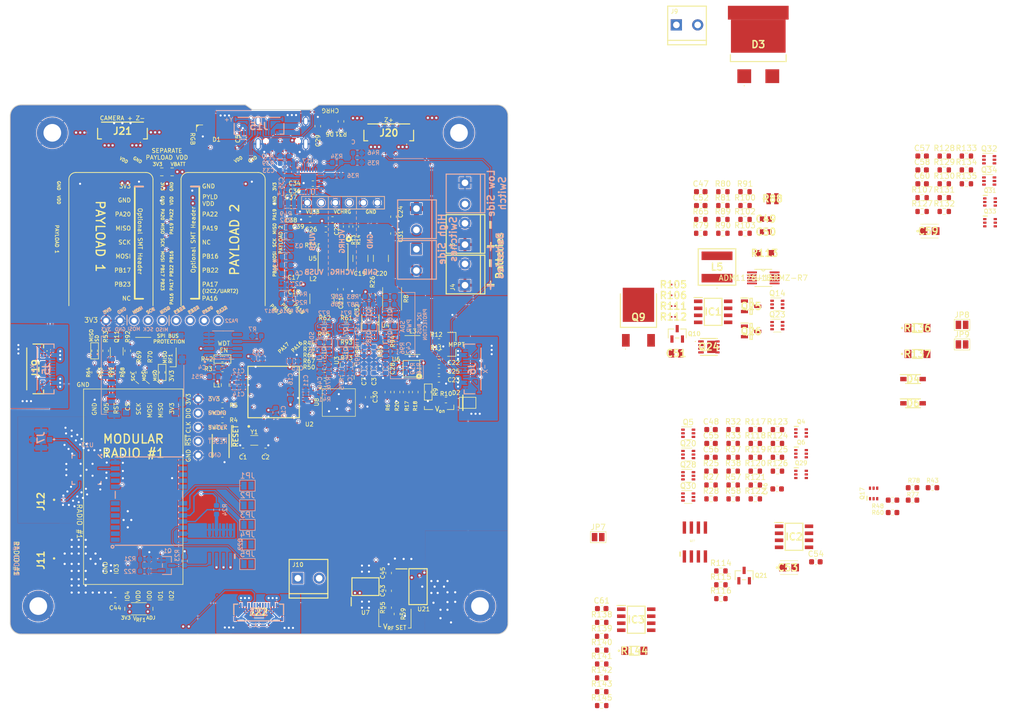
<source format=kicad_pcb>
(kicad_pcb (version 20221018) (generator pcbnew)
  (layers (0 "F.Cu" signal) (1 "In1.Cu" signal "Route2") (2 "In2.Cu" signal "Route15") (31 "B.Cu" signal) (34 "B.Paste" user) (35 "F.Paste" user) (36 "B.SilkS" user "B.Silkscreen") (37 "F.SilkS" user "F.Silkscreen") (38 "B.Mask" user) (39 "F.Mask" user) (44 "Edge.Cuts" user))
  (net 0 "")
  (net 1 "GND")
  (net 2 "3.3V")
  (net 3 "ENAB_BURN2")
  (net 4 "ENAB_BURN1")
  (net 5 "ENAB_GPS")
  (net 6 "SWCLK")
  (net 7 "SWDIO")
  (net 8 "~{RESET}")
  (net 9 "VSOLAR")
  (net 10 "L1_PROG")
  (net 11 "VBATT")
  (net 12 "USB_D+")
  (net 13 "USB_D-")
  (net 14 "GPS_PWR_IN")
  (net 15 "BURN_RELAY_A")
  (net 16 "Net-(Q3A-C1)")
  (net 17 "Net-(Q2B-B2)")
  (net 18 "Net-(Q12B-G1)")
  (net 19 "Net-(U2-VDDCORE)")
  (net 20 "Net-(U5-SW1)")
  (net 21 "Net-(U5-VBST)")
  (net 22 "Net-(U6-INTVCC)")
  (net 23 "Net-(U6-BOOST)")
  (net 24 "Net-(U6-SW)")
  (net 25 "Net-(U5-SS)")
  (net 26 "Net-(U5-VREG5)")
  (net 27 "Net-(U4-TIMER)")
  (net 28 "Net-(U17-PMID_1)")
  (net 29 "Net-(U17-SW_1)")
  (net 30 "Net-(U17-BTST)")
  (net 31 "Net-(J14-Pin_1)")
  (net 32 "Net-(J14-Pin_3)")
  (net 33 "Net-(Q13B-G1)")
  (net 34 "Net-(Q18B-G1)")
  (net 35 "Net-(Q19B-G1)")
  (net 36 "Net-(U18-TIMER)")
  (net 37 "/Power1/3V3_EN")
  (net 38 "Net-(IC1-REF)")
  (net 39 "Net-(Q26-E)")
  (net 40 "Net-(Q23A-C1)")
  (net 41 "Net-(Q14B-B2)")
  (net 43 "IMU_PWR_IN")
  (net 44 "Net-(D1-DIN)")
  (net 47 "Net-(D3-A_2)")
  (net 48 "Net-(D3-K_2)")
  (net 49 "/Avionics/XTAL1")
  (net 50 "/Avionics/XTAL2")
  (net 51 "DAC0")
  (net 52 "/Avionics/BATTERY")
  (net 53 "MISO")
  (net 54 "SCK")
  (net 55 "MOSI")
  (net 56 "FLASH_CS")
  (net 57 "FLASH_SCK")
  (net 58 "FLASH_IO3")
  (net 59 "FLASH_IO2")
  (net 60 "FLASH_MISO")
  (net 61 "FLASH_MOSI")
  (net 62 "Net-(D5-A)")
  (net 63 "Net-(IC1-EXT)")
  (net 64 "Net-(IC1-SHDN)")
  (net 65 "Net-(IC1-CS)")
  (net 70 "PB07")
  (net 73 "JETSON_PWR")
  (net 74 "WDT_WDI")
  (net 75 "~{CHRG}")
  (net 76 "RX")
  (net 77 "TX")
  (net 78 "PB22")
  (net 79 "RF1_RST")
  (net 80 "RF1_CS")
  (net 81 "RF1_IO0")
  (net 82 "Net-(Q4B-G1)")
  (net 83 "ENAB_BURN3")
  (net 84 "USB_CC2")
  (net 85 "ENAB_BURN4")
  (net 86 "USB_CC1")
  (net 87 "BAT_THERM")
  (net 88 "GNDREF")
  (net 89 "VBUS_IN")
  (net 90 "SCL")
  (net 91 "SDA")
  (net 92 "/Power/VCHRG_IN")
  (net 93 "VCHRG")
  (net 94 "Net-(U2-VSW)")
  (net 95 "Net-(U6-CHGSNS)")
  (net 96 "THM")
  (net 97 "Net-(Q1-G)")
  (net 98 "Net-(Q1-D)")
  (net 99 "Net-(Q2A-B1)")
  (net 100 "Net-(Q3A-B1)")
  (net 101 "Net-(Q3B-B2)")
  (net 102 "Net-(Q7A-B1)")
  (net 103 "Net-(Q12A-D1)")
  (net 104 "Net-(Q8A-B1)")
  (net 105 "RF1_IO4")
  (net 106 "Net-(Q13A-D1)")
  (net 107 "Net-(Q10-G)")
  (net 108 "Net-(Q10-D)")
  (net 109 "Net-(Q11A-E1)")
  (net 110 "Net-(Q11A-B1)")
  (net 111 "Net-(Q11B-E2)")
  (net 112 "RF1_ANT")
  (net 113 "AIN5")
  (net 114 "Net-(Q11B-B2)")
  (net 115 "Net-(Q12A-G2)")
  (net 116 "Net-(Q13A-G2)")
  (net 117 "Net-(Q14A-B1)")
  (net 118 "Net-(Q15A-B1)")
  (net 119 "Net-(Q15B-B2)")
  (net 120 "SD_CS")
  (net 121 "Net-(Q16A-B1)")
  (net 122 "Net-(Q16B-B2)")
  (net 123 "Net-(Q18A-G2)")
  (net 124 "Net-(Q19A-G2)")
  (net 125 "Net-(Q23A-B1)")
  (net 126 "Net-(Q23B-B2)")
  (net 127 "/Power/3V3_EN")
  (net 128 "JETSON_PWR_SENSE")
  (net 129 "SCL_IMU")
  (net 130 "Net-(Q25-B)")
  (net 131 "Net-(Q26-B)")
  (net 132 "SDA_IMU")
  (net 133 "Net-(U2-PA07)")
  (net 134 "Net-(U6-RUN)")
  (net 135 "MOSI_RF1")
  (net 136 "SCK_RF1")
  (net 137 "MISO_RF1")
  (net 138 "Net-(U6-MPPT)")
  (net 139 "Net-(U5-VFB)")
  (net 140 "Net-(Q6B-G1)")
  (net 141 "VCELL")
  (net 142 "SCL_PWR")
  (net 143 "Net-(U5-PG)")
  (net 144 "Net-(U6-FBG)")
  (net 145 "SDA_PWR")
  (net 146 "Net-(U6-FB)")
  (net 147 "Net-(U6-~FAULT)")
  (net 148 "Net-(Q17B-G1)")
  (net 149 "Net-(U14-RSTN)")
  (net 150 "Net-(U4-ON)")
  (net 151 "VBUS_RESET")
  (net 152 "Net-(U17-ILIM)")
  (net 153 "Net-(U3-SDO)")
  (net 154 "STAT")
  (net 155 "/Power/REGN")
  (net 156 "Net-(U1-~{RESET})")
  (net 157 "/Power/V_RF")
  (net 158 "VCC_RF1")
  (net 159 "ENAB_RF")
  (net 160 "Net-(U21-SENSE{slash}ADJ)")
  (net 161 "Net-(U18-ON)")
  (net 162 "ENAB_JET")
  (net 163 "Net-(U1-~{MR})")
  (net 166 "VBATT_SENSE")
  (net 167 "MOSI_SD")
  (net 168 "SCK_SD")
  (net 169 "MISO_SD")
  (net 181 "/RF and GPS/PYLD12_VDD")
  (net 191 "Net-(J16-Pad2)")
  (net 195 "PA16")
  (net 196 "PA17")
  (net 211 "Net-(Q31B-G1)")
  (net 212 "Net-(Q33B-G1)")
  (net 213 "Net-(Q29B-G1)")
  (net 216 "SDA_RTC")
  (net 227 "SCL_RTC")
  (net 228 "RTC_INT")
  (net 229 "JETSON_RX")
  (net 230 "JETSON_XCK")
  (net 231 "JETSON_TX")
  (net 232 "PB09")
  (net 233 "PB14")
  (net 234 "Net-(Q4A-G2)")
  (net 235 "Net-(Q4A-D1)")
  (net 236 "Net-(Q5A-B1)")
  (net 237 "Net-(Q6A-G2)")
  (net 238 "Net-(Q20B-B2)")
  (net 239 "Net-(Q17A-G2)")
  (net 240 "Net-(Q17A-D1)")
  (net 241 "Net-(Q20A-B1)")
  (net 242 "Net-(Q21-G)")
  (net 243 "Net-(Q21-D)")
  (net 244 "Net-(Q28A-B1)")
  (net 245 "SCL_JETSON_PWR")
  (net 246 "Net-(Q29A-G2)")
  (net 247 "Net-(Q29A-D1)")
  (net 248 "Net-(Q30A-B1)")
  (net 249 "SDA_JETSON_PWR")
  (net 250 "ENAB_IMU")
  (net 252 "SDA2")
  (net 253 "SCL2")
  (net 260 "Net-(U13-SUM_PORT)")
  (net 261 "Net-(J7-SIGNAL)")
  (net 262 "Net-(J12-SIGNAL)")
  (net 263 "Net-(C59-+)")
  (net 264 "Net-(JP9-B)")
  (net 265 "Net-(JP8-B)")
  (net 266 "Net-(Q31A-G2)")
  (net 267 "Net-(Q31A-D1)")
  (net 268 "Net-(Q32A-B1)")
  (net 269 "SCL_GPS")
  (net 270 "Net-(Q33A-G2)")
  (net 271 "Net-(Q33A-D1)")
  (net 272 "Net-(Q34A-B1)")
  (net 273 "SDA_GPS")
  (net 274 "Net-(JP1-B)")
  (net 275 "Net-(JP2-B)")
  (net 276 "Net-(JP3-B)")
  (net 277 "Net-(JP4-B)")
  (net 278 "Net-(JP5-B)")
  (net 279 "Net-(D4-K)")
  (net 280 "Net-(D6-K)")
  (net 281 "Net-(JP7-B)")
  (net 282 "Net-(IC3-INVERTING_INPUT)")
  (net 284 "Net-(IC3-NON-INVERTING_INPUT)")
  (net 287 "Net-(R138-Pad2)")
  (net 288 "Net-(R141-Pad1)")
  (footprint "mainboard:PWRDI-123" (layer "F.Cu") (at 181.28 106.47)
    (fp_text reference "D2")
    (fp_text value "DFLS130L" hide)
  )
  (footprint "mainboard:SCREWTERMINAL-3.5MM-2_LOCK" (layer "F.Cu") (at 180.7081 77.638496 90)
    (fp_text reference "J3")
    (fp_text value "1985807")
  )
  (footprint "mainboard:SCREWTERMINAL-3.5MM-2_LOCK" (layer "F.Cu") (at 180.7081 84.994096 90)
    (fp_text reference "J4")
    (fp_text value "1985807")
  )
  (footprint "Resistor_SMD:R_0603_1608Metric" (layer "F.Cu") (at 176.022 95.377 180)
    (fp_text reference "R12")
    (fp_text value "121K")
  )
  (footprint "Resistor_SMD:R_0603_1608Metric" (layer "F.Cu") (at 174.0535 104.521 -90)
    (fp_text reference "R9")
    (fp_text value "107K")
  )
  (footprint "Resistor_SMD:R_0603_1608Metric" (layer "F.Cu") (at 177.2631 105.966096)
    (fp_text reference "R10")
    (fp_text value "0")
  )
  (footprint "Resistor_SMD:R_0603_1608Metric" (layer "F.Cu") (at 168.402 104.521 90)
    (fp_text reference "R20")
    (fp_text value "3.01K")
  )
  (footprint "Capacitor_SMD:C_0603_1608Metric" (layer "F.Cu") (at 175.9931 99.097896)
    (fp_text reference "C22")
    (fp_text value "10uF")
  )
  (footprint "Capacitor_SMD:C_0603_1608Metric" (layer "F.Cu") (at 175.9931 102.235)
    (fp_text reference "C23")
    (fp_text value "2.2uF")
  )
  (footprint "Capacitor_SMD:C_0603_1608Metric" (layer "F.Cu") (at 166.291134 100.289196 -90)
    (fp_text reference "C28")
    (fp_text value "22uF")
  )
  (footprint "mainboard:PWP14_2P31X2P46-L" (layer "F.Cu") (at 156.8161 80.058096 -90)
    (fp_text reference "U5")
    (fp_text value "TPS54226PWPRPWP14_2P31X2P46-L" hide)
  )
  (footprint "Capacitor_SMD:C_0603_1608Metric" (layer "F.Cu") (at 149.733 87.63)
    (fp_text reference "C18")
    (fp_text value "22uF")
  )
  (footprint "Capacitor_SMD:C_0603_1608Metric" (layer "F.Cu") (at 149.6406 85.09)
    (fp_text reference "C17")
    (fp_text value "22uF")
  )
  (footprint "Capacitor_SMD:C_0603_1608Metric" (layer "F.Cu") (at 158.1785 85.9155 90)
    (fp_text reference "C21")
    (fp_text value "0.1uF")
  )
  (footprint "Resistor_SMD:R_0603_1608Metric" (layer "F.Cu") (at 152.781 76.5175 180)
    (fp_text reference "R15")
    (fp_text value "100K")
  )
  (footprint "Capacitor_SMD:C_0603_1608Metric" (layer "F.Cu") (at 155.5115 75.057 180)
    (fp_text reference "C26")
    (fp_text value "3.3nF")
  )
  (footprint "Resistor_SMD:R_0603_1608Metric" (layer "F.Cu") (at 166.751 104.521 -90)
    (fp_text reference "R6")
    (fp_text value "4.7k")
  )
  (footprint "mainboard:QFP50P1200X1200X120-64N" (layer "F.Cu") (at 146.05 104.521 90)
    (fp_text reference "U2")
    (fp_text value "ATSAMD51J19A-AU" hide)
  )
  (footprint "Inductor_SMD:L_1812_4532Metric" (layer "F.Cu") (at 171.196 96.012)
    (fp_text reference "L3")
    (fp_text value "33uH")
  )
  (footprint "mainboard:XTB40_payload" (layer "F.Cu") (at 124.20346 64.7573 180)
    (fp_text reference "U10" hide)
    (fp_text value "XTB-40" hide)
  )
  (footprint "mainboard:XTB40_payload" (layer "F.Cu") (at 144.52346 64.7573 180)
    (fp_text reference "U12" hide)
    (fp_text value "XTB-40" hide)
  )
  (footprint "Resistor_SMD:R_0603_1608Metric" (layer "F.Cu") (at 136.779 100.33)
    (fp_text reference "R3")
    (fp_text value "10K")
  )
  (footprint "Connector_PinHeader_2.54mm:PinHeader_1x05_P2.54mm_Vertical" (layer "F.Cu") (at 132.3848 105.8164)
    (fp_text reference "J2" hide)
    (fp_text value "Conn_01x05")
  )
  (footprint "mainboard:SON127P600X500X90-9N" (layer "F.Cu") (at 157.861 106.426)
    (fp_text reference "U8")
    (fp_text value "MR25H40MDF")
  )
  (footprint "Resistor_SMD:R_0603_1608Metric" (layer "F.Cu") (at 155.321 95.377)
    (fp_text reference "R45")
    (fp_text value "10K")
  )
  (footprint "mainboard:QFN-16-PAD" (layer "F.Cu") (at 171.0161 100.296496 180)
    (fp_text reference "U6")
    (fp_text value "LTC4121" hide)
  )
  (footprint "Connector_PinHeader_2.54mm:PinHeader_1x09_P2.54mm_Vertical" (layer "F.Cu") (at 115.697 91.567 90)
    (fp_text reference "J8" hide)
    (fp_text value "Conn_01x09")
  )
  (footprint "Resistor_SMD:R_0603_1608Metric" (layer "F.Cu") (at 136.779 109.601 180)
    (fp_text reference "R4")
    (fp_text value "10K")
  )
  (footprint "MountingHole:MountingHole_3.2mm_M3_DIN965_Pad" (layer "F.Cu") (at 105.9661 57.5691)
    (fp_text reference "H1" hide)
    (fp_text value "MountingHole_Pad")
  )
  (footprint "MountingHole:MountingHole_3.2mm_M3_DIN965_Pad" (layer "F.Cu") (at 103.4261 143.2941)
    (fp_text reference "H2" hide)
    (fp_text value "MountingHole_Pad")
  )
  (footprint "MountingHole:MountingHole_3.2mm_M3_DIN965_Pad" (layer "F.Cu") (at 183.4261 143.2941)
    (fp_text reference "H3" hide)
    (fp_text value "MountingHole_Pad")
  )
  (footprint "MountingHole:MountingHole_3.2mm_M3_DIN965_Pad" (layer "F.Cu") (at 179.6261 57.5691)
    (fp_text reference "H4" hide)
    (fp_text value "MountingHole_Pad")
  )
  (footprint "mainboard:USB_C_Receptacle_XKB_U262-161N-4BVC11" (layer "F.Cu") (at 148.0566 55.0418 180)
    (fp_text reference "J13" hide)
    (fp_text value "USB_C_Receptacle_USB2.0")
  )
  (footprint "Capacitor_SMD:C_0603_1608Metric" (layer "F.Cu") (at 154.051 56.368 90)
    (fp_text reference "C29")
    (fp_text value "4.7uF")
  )
  (footprint "Resistor_SMD:R_0603_1608Metric" (layer "F.Cu") (at 158.2547 55.499 -90)
    (fp_text reference "R31")
    (fp_text value "10K")
  )
  (footprint "Capacitor_SMD:C_0603_1608Metric" (layer "F.Cu") (at 153.162 66.7766 180)
    (fp_text reference "C34")
    (fp_text value "4.7uF")
  )
  (footprint "Capacitor_SMD:C_0603_1608Metric" (layer "F.Cu") (at 149.225 71.8185)
    (fp_text reference "C38")
    (fp_text value "22uF")
  )
  (footprint "Resistor_SMD:R_0603_1608Metric" (layer "F.Cu") (at 159.1945 74.549 -90)
    (fp_text reference "R13")
    (fp_text value "73.2K")
  )
  (footprint "Capacitor_SMD:C_0603_1608Metric" (layer "F.Cu") (at 152.654 73.279)
    (fp_text reference "C39")
    (fp_text value "10uF")
  )
  (footprint "LED_SMD:LED_WS2812B_PLCC4_5.0x5.0mm_P3.2mm" (layer "F.Cu") (at 135.636 58.674 180)
    (fp_text reference "D1")
    (fp_text value "WS2812B")
  )
  (footprint "Resistor_SMD:R_0603_1608Metric" (layer "F.Cu") (at 265.392 121.85)
    (fp_text reference "R43")
    (fp_text value "10K")
  )
  (footprint "Resistor_SMD:R_0603_1608Metric" (layer "F.Cu") (at 155.321 102.997 180)
    (fp_text reference "R50")
    (fp_text value "10k")
  )
  (footprint "Capacitor_SMD:C_0603_1608Metric" (layer "F.Cu") (at 162.433 100.289196 -90)
    (fp_text reference "C7")
    (fp_text value "0.1uF")
  )
  (footprint "mainboard:BMX160" (layer "F.Cu") (at 159.385 100.711 -90)
    (fp_text reference "U3")
    (fp_text value "BMX160" hide)
  )
  (footprint "Capacitor_SMD:C_0603_1608Metric" (layer "F.Cu") (at 164.211 100.289196 90)
    (fp_text reference "C3")
    (fp_text value "0.1uF")
  )
  (footprint "Capacitor_SMD:C_0603_1608Metric" (layer "F.Cu") (at 163.195 105.458096 -90)
    (fp_text reference "C30")
    (fp_text value "0.1uF")
  )
  (footprint "Resistor_SMD:R_0603_1608Metric" (layer "F.Cu") (at 136.779 106.934)
    (fp_text reference "R5")
    (fp_text value "10k")
  )
  (footprint "Resistor_SMD:R_0603_1608Metric" (layer "F.Cu") (at 136.779 98.552 180)
    (fp_text reference "R42")
    (fp_text value "10k")
  )
  (footprint "Inductor_SMD:L_0805_2012Metric_Pad1.15x1.40mm_HandSolder" (layer "F.Cu") (at 137.287 103.251 -90)
    (fp_text reference "L1")
    (fp_text value "10uH")
  )
  (footprint "Capacitor_SMD:C_0603_1608Metric" (layer "F.Cu") (at 175.9931 100.700296)
    (fp_text reference "C25")
    (fp_text value "22nF")
  )
  (footprint "Resistor_SMD:R_0603_1608Metric" (layer "F.Cu") (at 176.022 97.536)
    (fp_text reference "R11")
    (fp_text value "787K")
  )
  (footprint "Capacitor_SMD:C_0603_1608Metric" (layer "F.Cu") (at 140.589 58.42 90)
    (fp_text reference "C5")
    (fp_text value "0.1uF")
  )
  (footprint "Capacitor_SMD:C_0603_1608Metric" (layer "F.Cu") (at 156.718 73.279 180)
    (fp_text reference "C27")
    (fp_text value "1uF")
  )
  (footprint "Capacitor_SMD:C_0603_1608Metric" (layer "F.Cu") (at 149.187 70.231)
    (fp_text reference "C37")
    (fp_text value "22uF")
  )
  (footprint "Resistor_SMD:R_0805_2012Metric" (layer "F.Cu") (at 125.79453 64.643)
    (fp_text reference "R54" hide)
    (fp_text value "0")
  )
  (footprint "Resistor_SMD:R_0805_2012Metric" (layer "F.Cu") (at 127.66953 64.643)
    (fp_text reference "R56" hide)
    (fp_text value "0")
  )
  (footprint "Resistor_SMD:R_0603_1608Metric" (layer "F.Cu") (at 155.321 99.949)
    (fp_text reference "R66")
    (fp_text value "10K")
  )
  (footprint "Resistor_SMD:R_0603_1608Metric" (layer "F.Cu") (at 155.321 101.473)
    (fp_text reference "R67")
    (fp_text value "10K")
  )
  (footprint "Resistor_SMD:R_0603_1608Metric" (layer "F.Cu") (at 159.258 96.901 180)
    (fp_text reference "R73")
    (fp_text value "100K")
  )
  (footprint "Resistor_SMD:R_0603_1608Metric" (layer "F.Cu") (at 155.321 98.425 180)
    (fp_text reference "R74")
    (fp_text value "100K")
  )
  (footprint "Resistor_SMD:R_0603_1608Metric" (layer "F.Cu") (at 162.433 97.155 90)
    (fp_text reference "R84")
    (fp_text value "10K")
  )
  (footprint "Resistor_SMD:R_0603_1608Metric" (layer "F.Cu") (at 164.211 97.155 90)
    (fp_text reference "R85")
    (fp_text value "10K")
  )
  (footprint "Resistor_SMD:R_0603_1608Metric" (layer "F.Cu") (at 159.258 93.853)
    (fp_text reference "R93")
    (fp_text value "100K")
  )
  (footprint "Resistor_SMD:R_0603_1608Metric" (layer "F.Cu") (at 166.37 95.377 90)
    (fp_text reference "R94")
    (fp_text value "100K")
  )
  (footprint "Resistor_SMD:R_0603_1608Metric" (layer "F.Cu") (at 155.321 96.901 180)
    (fp_text reference "R44")
    (fp_text value "10K")
  )
  (footprint "Capacitor_SMD:C_0603_1608Metric" (layer "F.Cu") (at 144.5768 115.18392)
    (fp_text reference "C2")
    (fp_text value "8pF")
  )
  (footprint "Crystal:Crystal_SMD_3215-2Pin_3.2x1.5mm" (layer "F.Cu") (at 142.5448 113.27892 180)
    (fp_text reference "Y1")
    (fp_text value "32.768kHz")
  )
  (footprint "Capacitor_SMD:C_0603_1608Metric" (layer "F.Cu") (at 140.5128 115.18392 180)
    (fp_text reference "C1")
    (fp_text value "8pF")
  )
  (footprint "Resistor_SMD:R_0603_1608Metric" (layer "F.Cu") (at 155.321 92.329)
    (fp_text reference "R62")
    (fp_text value "10K")
  )
  (footprint "Resistor_SMD:R_0603_1608Metric" (layer "F.Cu") (at 160.909 74.549 90)
    (fp_text reference "R14")
    (fp_text value "22.1K")
  )
  (footprint "LED_SMD:LED_0603_1608Metric" (layer "F.Cu") (at 156.2935 55.499 90)
    (fp_text reference "D5")
    (fp_text value "GREEN LED")
  )
  (footprint "Resistor_SMD:R_2512_6332Metric" (layer "F.Cu") (at 167.513 87.63 -90)
    (fp_text reference "R8")
    (fp_text value "0.1")
  )
  (footprint "mainboard:L_2141" (layer "F.Cu") (at 154.813 87.63 -90)
    (fp_text reference "L2")
    (fp_text value "3.3uH")
  )
  (footprint "Capacitor_SMD:C_1210_3225Metric" (layer "F.Cu") (at 161.7691 80.312096 90)
    (fp_text reference "C19")
    (fp_text value "100uF")
  )
  (footprint "Capacitor_SMD:C_1210_3225Metric" (layer "F.Cu") (at 165.481 80.312096 90)
    (fp_text reference "C20")
    (fp_text value "100uF")
  )
  (footprint "Resistor_SMD:R_0603_1608Metric" (layer "F.Cu") (at 159.258 92.329)
    (fp_text reference "R61")
    (fp_text value "10K")
  )
  (footprint "Capacitor_SMD:C_0603_1608Metric" (layer "F.Cu") (at 167.767 72.771 -90)
    (fp_text reference "C24")
    (fp_text value "0.1uF")
  )
  (footprint "Resistor_SMD:R_0603_1608Metric" (layer "F.Cu") (at 163.957 86.995 -90)
    (fp_text reference "R26")
    (fp_text value "1K")
  )
  (footprint "mainboard:ADM1176-1ARMZ-R7" (layer "F.Cu") (at 163.576 92.075 -90)
    (fp_text reference "U4")
    (fp_text value "ADM1176-1ARMZ-R7" hide)
  )
  (footprint "mainboard:RFM95PW" (layer "F.Cu") (at 121.1291 121.666 -90)
    (fp_text reference "U23" hide)
    (fp_text value "RFM98PW" hide)
  )
  (footprint "Resistor_SMD:R_0603_1608Metric" (layer "F.Cu") (at 166.876 143.5795 -90)
    (fp_text reference "R55")
    (fp_text value "10K")
  )
  (footprint "Resistor_SMD:R_0603_1608Metric" (layer "F.Cu") (at 170.053 104.521 -90)
    (fp_text reference "R17")
    (fp_text value "100k")
  )
  (footprint "Resistor_SMD:R_0603_1608Metric" (layer "F.Cu") (at 171.70304 104.521 -90)
    (fp_text reference "R18")
    (fp_text value "100k")
  )
  (footprint "mainboard:BTN_KMR2_4.6X2.8" (layer "F.Cu") (at 136.4615 114.3 90)
    (fp_text reference "SW1" hide)
    (fp_text value "KMR231NG LFS" hide)
  )
  (footprint "Capacitor_SMD:C_0603_1608Metric" (layer "F.Cu") (at 167.767 75.819 90)
    (fp_text reference "C31")
    (fp_text value "22uF")
  )
  (footprint "Resistor_SMD:R_0603_1608Metric" (layer "F.Cu") (at 115.6291 100.965 90)
    (fp_text reference "R63")
    (fp_text value "1K")
  )
  (footprint "Resistor_SMD:R_0603_1608Metric" (layer "F.Cu") (at 113.6291 100.965 90)
    (fp_text reference "R64")
    (fp_text value "1K")
  )
  (footprint "Resistor_SMD:R_0603_1608Metric" (layer "F.Cu") (at 119.6291 100.965 -90)
    (fp_text reference "R68")
    (fp_text value "4.7K")
  )
  (footprint "Resistor_SMD:R_0603_1608Metric" (layer "F.Cu") (at 121.6291 100.965 90)
    (fp_text reference "R69")
    (fp_text value "1K")
  )
  (footprint "Resistor_SMD:R_0603_1608Metric" (layer "F.Cu") (at 113.6291 97.0534 90)
    (fp_text reference "R104" hide)
    (fp_text value "0")
  )
  (footprint "Resistor_SMD:R_0603_1608Metric" (layer "F.Cu") (at 119.6291 97.0534 90)
    (fp_text reference "R92")
    (fp_text value "4.7k")
  )
  (footprint "Package_TO_SOT_SMD:SOT-363_SC-70-6" (layer "F.Cu") (at 117.6291 97.155 90)
    (fp_text reference "Q11")
    (fp_text value "MMDT2907")
  )
  (footprint "Resistor_SMD:R_0603_1608Metric" (layer "F.Cu") (at 261.7725 121.85 180)
    (fp_text reference "R78")
    (fp_text value "10K")
  )
  (footprint "Resistor_SMD:R_0603_1608Metric" (layer "F.Cu") (at 258.153 126.3458)
    (fp_text reference "R60")
    (fp_text value "680")
  )
  (footprint "Resistor_SMD:R_0603_1608Metric" (layer "F.Cu") (at 258.153 124.0979)
    (fp_text reference "R48")
    (fp_text value "100K")
  )
  (footprint "Resistor_SMD:R_0603_1608Metric" (layer "F.Cu") (at 261.7725 124.0979)
    (fp_text reference "R77")
    (fp_text value "10K")
  )
  (footprint "Resistor_SMD:R_0603_1608Metric" (layer "F.Cu") (at 115.6291 97.0534 -90)
    (fp_text reference "R53")
    (fp_text value "0")
  )
  (footprint "Resistor_SMD:R_0603_1608Metric" (layer "F.Cu") (at 117.6291 100.965 -90)
    (fp_text reference "R99")
    (fp_text value "0")
  )
  (footprint "Resistor_SMD:R_0603_1608Metric" (layer "F.Cu") (at 123.6291 100.965 -90)
    (fp_text reference "R70")
    (fp_text value "1K")
  )
  (footprint "Resistor_SMD:R_0603_1608Metric" (layer "F.Cu") (at 125.857 100.965 90)
    (fp_text reference "R101" hide)
    (fp_text value "0")
  )
  (footprint "mainboard:BSS138DWQ-7" (layer "F.Cu") (at 254.724 122.8914 90)
    (fp_text reference "Q17")
    (fp_text value "BSS138DWQ-7" hide)
  )
  (footprint "mainboard:TPS7A4501DCQT" (layer "F.Cu") (at 172.21 139.7695)
    (fp_text reference "U21")
    (fp_text value "TPS7A4501DCQT" hide)
  )
  (footprint "mainboard:SolderJumper-3_P1.3mm_Bridged12_RoundedPad1.0x1.5mm" (layer "F.Cu") (at 121.64 143.78 180)
    (fp_text reference "JP6" hide)
    (fp_text value "Jumper_3_Bridged12")
  )
  (footprint "Capacitor_SMD:C_0603_1608Metric" (layer "F.Cu") (at 117.37 142.23)
    (fp_text reference "C44")
    (fp_text value "10uF")
  )
  (footprint "Capacitor_SMD:C_0603_1608Metric" (layer "F.Cu") (at 166.876 137.3057 -90)
    (fp_text reference "C45")
    (fp_text value "0.1uF")
  )
  (footprint "Resistor_SMD:R_0603_1608Metric" (layer "F.Cu") (at 168.4 144.7225 -90)
    (fp_text reference "R59")
    (fp_text value "3.3K")
  )
  (footprint "Capacitor_SMD:C_0603_1608Metric" (layer "F.Cu") (at 166.876 140.5315 -90)
    (fp_text reference "C43")
    (fp_text value "10uF")
  )
  (footprint "Capacitor_SMD:C_0603_1608Metric" (layer "F.Cu") (at 153.162 68.199)
    (fp_text reference "C36")
    (fp_text value "47nF")
  )
  (footprint "Capacitor_SMD:C_0603_1608Metric" (layer "F.Cu") (at 237.2475 122.07 180)
    (fp_text reference "C46")
    (fp_text value "10nF")
  )
  (footprint "Capacitor_SMD:C_0603_1608Metric" (layer "F.Cu") (at 161.163 86.995 -90)
    (fp_text reference "C32")
    (fp_text value "3.3nF")
  )
  (footprint "mainboard:SOIC127P600X175-8N" (layer "F.Cu") (at 162.685 139.7695 90)
    (fp_text reference "U7")
    (fp_text value "KF50BD-TR" hide)
  )
  (footprint "SamacSys_Parts:F3311A7H121014E200" (layer "F.Cu") (at 166.9013 57.49 180)
    (fp_text reference "J20")
    (fp_text value "F3311A7H121014E200" hide)
  )
  (footprint "mainboard:SOIC127P600X175-8N" (layer "F.Cu") (at 225.66 89.995)
    (fp_text reference "IC1")
    (fp_text value "MAX1771ESA+" hide)
  )
  (footprint "Package_TO_SOT_SMD:SOT-363_SC-70-6" (layer "F.Cu") (at 221.145 119.69)
    (fp_text reference "Q28")
    (fp_text value "MBT2222ADW1T1")
  )
  (footprint "Resistor_SMD:R_0603_1608Metric" (layer "F.Cu") (at 205.476 151.269)
    (fp_text reference "R140")
    (fp_text value "10K")
  )
  (footprint "Resistor_SMD:R_0603_1608Metric" (layer "F.Cu") (at 225.275 123.87)
    (fp_text reference "R28")
    (fp_text value "10K")
  )
  (footprint "SamacSys_Parts:IRFR320TRPBFBE3" (layer "F.Cu") (at 212.13 90.964)
    (fp_text reference "Q9")
    (fp_text value "IRFR320TRPBF-BE3" hide)
  )
  (footprint "SamacSys_Parts:F3311A7H121014E200" (layer "F.Cu") (at 102.865 100.33 -90)
    (fp_text reference "J19")
    (fp_text value "F3311A7H121014E200" hide)
  )
  (footprint "SamacSys_Parts:CPH3225A" (layer "F.Cu") (at 264.555 75.675)
    (fp_text reference "C59")
    (fp_text value "CPH3225A" hide)
  )
  (footprint "Resistor_SMD:R_0603_1608Metric" (layer "F.Cu") (at 231.435 73.255)
    (fp_text reference "R102")
    (fp_text value "100K")
  )
  (footprint "Resistor_SMD:R_0603_1608Metric" (layer "F.Cu") (at 233.295 111.32)
    (fp_text reference "R117")
    (fp_text value "0")
  )
  (footprint "SamacSys_Parts:SOT95P280X130-3N" (layer "F.Cu") (at 232.535 88.995)
    (fp_text reference "Q25")
    (fp_text value "2SC4713KT146R" hide)
  )
  (footprint "Resistor_SMD:R_0603_1608Metric" (layer "F.Cu") (at 205.476 146.249)
    (fp_text reference "R138")
    (fp_text value "100K")
  )
  (footprint "Package_TO_SOT_SMD:SOT-363_SC-70-6" (layer "F.Cu") (at 221.145 115.84)
    (fp_text reference "Q20")
    (fp_text value "MBT2222ADW1T1")
  )
  (footprint "Capacitor_SMD:C_0603_1608Metric" (layer "F.Cu") (at 263.51 64.29)
    (fp_text reference "C58")
    (fp_text value "10nF")
  )
  (footprint "Capacitor_SMD:C_0603_1608Metric" (layer "F.Cu") (at 225.275 116.34)
    (fp_text reference "C56")
    (fp_text value "10nF")
  )
  (footprint "Resistor_SMD:R_0603_1608Metric" (layer "F.Cu") (at 237.305 111.32)
    (fp_text reference "R123")
    (fp_text value "10K")
  )
  (footprint "SamacSys_Parts:SQS850ENT1_GE3" (layer "F.Cu") (at 224.89 96.345)
    (fp_text reference "Q24")
    (fp_text value "SQS141ELNW-T1_GE3" hide)
  )
  (footprint "mainboard:BSS138DWQ-7" (layer "F.Cu") (at 241.585 111.94)
    (fp_text reference "Q4")
    (fp_text value "BSS138DWQ-7" hide)
  )
  (footprint "Resistor_SMD:R_0603_1608Metric" (layer "F.Cu") (at 205.476 148.759)
    (fp_text reference "R139")
    (fp_text value "10K")
  )
  (footprint "Resistor_SMD:R_0603_1608Metric" (layer "F.Cu") (at 229.285 121.36)
    (fp_text reference "R57")
    (fp_text value "10K")
  )
  (footprint "Resistor_SMD:R_0603_1608Metric" (layer "F.Cu") (at 233.295 116.34)
    (fp_text reference "R119")
    (fp_text value "200K")
  )
  (footprint "SamacSys_Parts:ERJ1GJJ2R4C" (layer "F.Cu") (at 218.45 87.005)
    (fp_text reference "R106")
    (fp_text value "10k" hide)
  )
  (footprint "SamacSys_Parts:ERJ1GJJ2R4C" (layer "F.Cu") (at 218.45 88.955)
    (fp_text reference "R111")
    (fp_text value "1k" hide)
  )
  (footprint "Resistor_SMD:R_0603_1608Metric" (layer "F.Cu") (at 229.285 113.83)
    (fp_text reference "R33")
    (fp_text value "200K")
  )
  (footprint "SamacSys_Parts:CAPC2012X150N" (layer "F.Cu") (at 218.96 97.515)
    (fp_text reference "C51")
    (fp_text value "100u" hide)
  )
  (footprint "Resistor_SMD:R_0603_1608Metric" (layer "F.Cu") (at 231.435 75.765)
    (fp_text reference "R103")
    (fp_text value "10K")
  )
  (footprint "Package_TO_SOT_SMD:SOT-363_SC-70-6" (layer "F.Cu") (at 275.66 66.3)
    (fp_text reference "Q34")
    (fp_text value "MBT2222ADW1T1")
  )
  (footprint "SamacSys_Parts:ERJ6_B_BW_R_LW_CW_D" (layer "F.Cu") (at 234.96 79.37)
    (fp_text reference "R113")
    (fp_text value "82m" hide)
  )
  (footprint "SamacSys_Parts:CAPC1608X87N" (layer "F.Cu") (at 235.205 75.525)
    (fp_text reference "C50")
    (fp_text value "0.1u" hide)
  )
  (footprint "Resistor_SMD:R_0603_1608Metric" (layer "F.Cu") (at 205.476 158.799)
    (fp_text reference "R143")
    (fp_text value "10K")
  )
  (footprint "SamacSys_Parts:ERA8KEB1004V" (layer "F.Cu") (at 262.665 97.625)
    (fp_text reference "R137")
    (fp_text value "ERA-8VEB1500V" hide)
  )
  (footprint "mainboard:SOIC127P600X175-8N" (layer "F.Cu") (at 211.731 145.759)
    (fp_text reference "IC3")
    (fp_text value "UA741IDT" hide)
  )
  (footprint "SamacSys_Parts:ERJ1GJJ2R4C" (layer "F.Cu") (at 218.45 85.055)
    (fp_text reference "R105")
    (fp_text value "1k" hide)
  )
  (footprint "Resistor_SMD:R_0603_1608Metric" (layer "F.Cu") (at 227.425 75.765)
    (fp_text reference "R90")
    (fp_text value "100K")
  )
  (footprint "mainboard:SCREWTERMINAL-3.5MM-2_LOCK" (layer "F.Cu") (at 150.62 138.24)
    (fp_text reference "J10")
    (fp_text value "1985807")
  )
  (footprint "Jumper:SolderJumper-2_P1.3mm_Open_Pad1.0x1.5mm" (layer "F.Cu") (at 270.74 95.9)
    (fp_text reference "JP9")
    (fp_text value "SolderJumper_2_Open")
  )
  (footprint "Resistor_SMD:R_0603_1608Metric" (layer "F.Cu") (at 227.425 70.745)
    (fp_text reference "R81")
    (fp_text value "3.3K")
  )
  (footprint "SamacSys_Parts:73412-0110" (layer "F.Cu") (at 103.9525 124.01 90)
    (fp_text reference "J12")
    (fp_text value "73412-0114" hide)
  )
  (footprint "Resistor_SMD:R_0603_1608Metric" (layer "F.Cu") (at 233.295 123.87)
    (fp_text reference "R122")
    (fp_text value "10K")
  )
  (footprint "Resistor_SMD:R_0603_1608Metric" (layer "F.Cu") (at 205.476 156.289)
    (fp_text reference "R142")
    (fp_text value "100K")
  )
  (footprint "Capacitor_SMD:C_0603_1608Metric" (layer "F.Cu") (at 223.415 70.745)
    (fp_text reference "C52")
    (fp_text value "10uF")
  )
  (footprint "Package_TO_SOT_SMD:SOT-363_SC-70-6" (layer "F.Cu") (at 237.285 88.645)
    (fp_text reference "Q14")
    (fp_text value "MBT2222ADW1T1")
  )
  (footprint "Resistor_SMD:R_0603_1608Metric" (layer "F.Cu") (at 227.065 139.43)
    (fp_text reference "R115")
    (fp_text value "4.7K")
  )
  (footprint "mainboard:BSS138DWQ-7" (layer "F.Cu") (at 241.585 119.44)
    (fp_text reference "Q29")
    (fp_text value "BSS138DWQ-7" hide)
  )
  (footprint "Resistor_SMD:R_0603_1608Metric" (layer "F.Cu") (at 271.53 66.8)
    (fp_text reference "R135")
    (fp_text value "200K")
  )
  (footprint "mainboard:NDS8434" (layer "F.Cu") (at 222.3536 131.6861)
    (fp_text reference "Q27")
    (fp_text value "NDS8434" hide)
  )
  (footprint "Resistor_SMD:R_0603_1608Metric" (layer "F.Cu") (at 267.52 61.78)
    (fp_text reference "R128")
    (fp_text value "10K")
  )
  (footprint "Resistor_SMD:R_0603_1608Metric" (layer "F.Cu") (at 229.285 111.32)
    (fp_text reference "R32")
    (fp_text value "10K")
  )
  (footprint "SamacSys_Parts:ERJB30508" (layer "F.Cu") (at 236.415 69.505)
    (fp_text reference "R88")
    (fp_text value "20m" hide)
  )
  (footprint "Resistor_SMD:R_0603_1608Metric" (layer "F.Cu") (at 227.065 136.92)
    (fp_text reference "R114")
    (fp_text value "10K")
  )
  (footprint "Resistor_SMD:R_0603_1608Metric" (layer "F.Cu") (at 233.295 118.85)
    (fp_text reference "R120")
    (fp_text value "100K")
  )
  (footprint "mainboard:ADM1176-1ARMZ-R7" (layer "F.Cu") (at 234.7437 83.8456)
    (fp_text reference "U18")
    (fp_text value "ADM1176-1ARMZ-R7")
  )
  (footprint "Resistor_SMD:R_0603_1608Metric" (layer "F.Cu") (at 267.52 69.31)
    (fp_text reference "R131")
    (fp_text value "100K")
  )
  (footprint "Resistor_SMD:R_0603_1608Metric" (layer "F.Cu") (at 263.51 69.31)
    (fp_text reference "R107")
    (fp_text value "100K")
  )
  (footprint "Package_TO_SOT_SMD:SOT-363_SC-70-6" (layer "F.Cu") (at 275.66 62.45)
    (fp_text reference "Q32")
    (fp_text value "MBT2222ADW1T1")
  )
  (footprint "Resistor_SMD:R_0603_1608Metric" (layer "F.Cu") (at 267.52 64.29)
    (fp_text reference "R129")
    (fp_text value "10K")
  )
  (footprint "mainboard:SCREWTERMINAL-3.5MM-2_LOCK" (layer "F.Cu") (at 219.1792 38.0254)
    (fp_text reference "J9")
    (fp_text value "1985807")
  )
  (footprint "Resistor_SMD:R_0603_1608Metric" (layer "F.Cu") (at 223.415 73.255)
    (fp_text reference "R65")
    (fp_text value "1K")
  )
  (footprint "SamacSys_Parts:SOT95P280X130-3N" (layer "F.Cu") (at 232.535 93.545)
    (fp_text reference "Q26")
    (fp_text value "2SC4713KT146R" hide)
  )
  (footprint "Resistor_SMD:R_0603_1608Metric" (layer "F.Cu") (at 267.52 71.82)
    (fp_text reference "R132")
    (fp_text value "680")
  )
  (footprint "SamacSys_Parts:SOD3716X135N" (layer "F.Cu") (at 261.865 106.56)
    (fp_text reference "D6")
    (fp_text value "MBR0540T1G" hide)
  )
  (footprint "SamacSys_Parts:RFN10NS3STL" (layer "F.Cu") (at 233.8324 41.489)
    (fp_text reference "D3")
    (fp_text value "RB225NS-40TL" hide)
  )
  (footprint "Resistor_SMD:R_0603_1608Metric" (layer "F.Cu") (at 267.52 66.8)
    (fp_text reference "R130")
    (fp_text value "200K")
  )
  (footprint "mainboard:SOT-23" (layer "F.Cu") (at 231.2718 137.7017)
    (fp_text reference "Q21")
    (fp_text value "IRLML2803" hide)
  )
  (footprint "Capacitor_SMD:C_0603_1608Metric" (layer "F.Cu") (at 244.265 135.27)
    (fp_text reference "C54")
    (fp_text value "1uF")
  )
  (footprint "Resistor_SMD:R_0603_1608Metric" (layer "F.Cu") (at 225.275 118.85)
    (fp_text reference "R25")
    (fp_text value "100K")
  )
  (footprint "Resistor_SMD:R_0603_1608Metric" (layer "F.Cu") (at 223.415 75.765)
    (fp_text reference "R79")
    (fp_text value "10K")
  )
  (footprint "SamacSys_Parts:CPH3225A" (layer "F.Cu") (at 239.11 136.615)
    (fp_text reference "C53")
    (fp_text value "CPH3225A" hide)
  )
  (footprint "mainboard:BSS138DWQ-7" (layer "F.Cu") (at 275.81 73.85)
    (fp_text reference "Q33")
    (fp_text value "BSS138DWQ-7" hide)
  )
  (footprint "SamacSys_Parts:PA5432223NLT" (layer "F.Cu") (at 226.36 81.87)
    (fp_text reference "L5")
    (fp_text value "22u" hide)
  )
  (footprint "Resistor_SMD:R_0603_1608Metric" (layer "F.Cu") (at 229.285 118.85)
    (fp_text reference "R38")
    (fp_text value "680")
  )
  (footprint "SamacSys_Parts:ERA8P" (layer "F.Cu") (at 211.381 151.384)
    (fp_text reference "R144")
    (fp_text value "ERA-8PEB6803V" hide)
  )
  (footprint "Resistor_SMD:R_0603_1608Metric" (layer "F.Cu") (at 233.295 121.36)
    (fp_text reference "R121")
    (fp_text value "680")
  )
  (footprint "Resistor_SMD:R_0603_1608Metric" (layer "F.Cu") (at 229.285 123.87)
    (fp_text reference "R58")
    (fp_text value "200K")
  )
  (footprint "Package_TO_SOT_SMD:SOT-363_SC-70-6" (layer "F.Cu") (at 237.285 92.495)
    (fp_text reference "Q23")
    (fp_text value "MBT2222ADW1T1")
  )
  (footprint "mainboard:BSS138DWQ-7" (layer "F.Cu") (at 275.81 70.1)
    (fp_text reference "Q31")
    (fp_text value "BSS138DWQ-7" hide)
  )
  (footprint "mainboard:SOIC127P600X175-8N" (layer "F.Cu") (at 240.31 130.74)
    (fp_text reference "IC2")
    (fp_text value "PCF8523T_1,118" hide)
  )
  (footprint "Resistor_SMD:R_0603_1608Metric" (layer "F.Cu") (at 205.476 161.309)
    (fp_text reference "R145")
    (fp_text value "10K")
  )
  (footprint "Resistor_SMD:R_0603_1608Metric" (layer "F.Cu") (at 263.51 71.82)
    (fp_text reference "R127")
    (fp_text value "680")
  )
  (footprint "Capacitor_SMD:C_0603_1608Metric" (layer "F.Cu") (at 225.275 111.32)
    (fp_text reference "C48")
    (fp_text value "10nF")
  )
  (footprint "Jumper:SolderJumper-2_P1.3mm_Open_Pad1.0x1.5mm" (layer "F.Cu") (at 270.74 92.35)
    (fp_text reference "JP8")
    (fp_text value "SolderJumper_2_Open")
  )
  (footprint "Resistor_SMD:R_0603_1608Metric" (layer "F.Cu") (at 205.476 153.779)
    (fp_text reference "R141")
    (fp_text value "10K")
  )
  (footprint "SamacSys_Parts:73412-0110" (layer "F.Cu") (at 103.9525 134.63 90)
    (fp_text reference "J11")
    (fp_text value "73412-0114" hide)
  )
  (footprint "Resistor_SMD:R_0603_1608Metric" (layer "F.Cu") (at 227.425 73.255)
    (fp_text reference "R89")
    (fp_text value "73.2K")
  )
  (footprint "Resistor_SMD:R_0603_1608Metric" (layer "F.Cu") (at 231.435 70.745)
    (fp_text reference "R100")
    (fp_text value "200K")
  )
  (footprint "Capacitor_SMD:C_0603_1608Metric" (layer "F.Cu") (at 205.476 143.739)
    (fp_text reference "C61")
    (fp_text value "0.1uF")
  )
  (footprint "Resistor_SMD:R_0603_1608Metric" (layer "F.Cu") (at 271.53 61.78)
    (fp_text reference "R133")
    (fp_text value "10K")
  )
  (footprint "Capacitor_SMD:C_0603_1608Metric" (layer "F.Cu") (at 225.275 113.83)
    (fp_text reference "C55")
    (fp_text value "10nF")
  )
  (footprint "SamacSys_Parts:F3311A7H121014E200" (layer "F.Cu") (at 143.3414 144.4566)
    (fp_text reference "J22")
    (fp_text value "F3311A7H121014E200" hide)
  )
  (footprint "Capacitor_SMD:C_0603_1608Metric" (layer "F.Cu") (at 263.51 66.8)
    (fp_text reference "C60")
    (fp_text value "1uF")
  )
  (footprint "SamacSys_Parts:CAPC1608X87N" (layer "F.Cu") (at 235.205 73.195)
    (fp_text reference "C49")
    (fp_text value "0.1u" hide)
  )
  (footprint "mainboard:SOT-23" (layer "F.Cu") (at 219.1518 93.9167)
    (fp_text reference "Q10")
    (fp_text value "IRLML2803" hide)
  )
  (footprint "Package_TO_SOT_SMD:SOT-363_SC-70-6" (layer "F.Cu") (at 221.145 111.99)
    (fp_text reference "Q5")
    (fp_text value "MBT2222ADW1T1")
  )
  (footprint "Resistor_SMD:R_0603_1608Metric" (layer "F.Cu") (at 227.065 141.94)
    (fp_text reference "R116")
    (fp_text value "3.3K")
  )
  (footprint "Resistor_SMD:R_0603_1608Metric" (layer "F.Cu") (at 227.425 68.235)
    (fp_text reference "R80")
    (fp_text value "4.7K")
  )
  (footprint "mainboard:BSS138DWQ-7" (layer "F.Cu") (at 241.585 115.69)
    (fp_text reference "Q6")
    (fp_text value "BSS138DWQ-7" hide)
  )
  (footprint "Resistor_SMD:R_0603_1608Metric" (layer "F.Cu") (at 237.305 113.83)
    (fp_text reference "R124")
    (fp_text value "200K")
  )
  (footprint "Capacitor_SMD:C_0603_1608Metric" (layer "F.Cu") (at 223.415 68.235)
    (fp_text reference "C47")
    (fp_text value "3.3nF")
  )
  (footprint "Resistor_SMD:R_0603_1608Metric" (layer "F.Cu") (at 229.285 116.34)
    (fp_text reference "R37")
    (fp_text value "100K")
  )
  (footprint "Capacitor_SMD:C_0603_1608Metric" (layer "F.Cu") (at 263.51 61.78)
    (fp_text reference "C57")
    (fp_text value "10nF")
  )
  (footprint "Resistor_SMD:R_0603_1608Metric" (layer "F.Cu") (at 271.53 64.29)
    (fp_text reference "R134")
    (fp_text value "10K")
  )
  (footprint "Package_TO_SOT_SMD:SOT-363_SC-70-6" (layer "F.Cu") (at 221.145 123.54)
    (fp_text reference "Q30")
    (fp_text value "MBT2222ADW1T1")
  )
  (footprint "Resistor_SMD:R_0603_1608Metric" (layer "F.Cu") (at 225.275 121.36)
    (fp_text reference "R27")
    (fp_text value "680")
  )
  (footprint "SamacSys_Parts:ERJ1GJJ2R4C" (layer "F.Cu") (at 218.45 90.905)
    (fp_text reference "R112")
    (fp_text value "0" hide)
  )
  (footprint "Resistor_SMD:R_0603_1608Metric" (layer "F.Cu") (at 231.435 68.235)
    (fp_text reference "R91")
    (fp_text value "20K")
  )
  (footprint "SamacSys_Parts:F3311A7H121014E200" (layer "F.Cu") (at 118.6702 57.153728 180)
    (fp_text reference "J21")
    (fp_text value "F3311A7H121014E200" hide)
  )
  (footprint "SamacSys_Parts:SOD3716X135N" (layer "F.Cu") (at 261.865 102.17)
    (fp_text reference "D4")
    (fp_text value "MBR0540T1G" hide)
  )
  (footprint "Resistor_SMD:R_0603_1608Metric" (layer "F.Cu") (at 237.305 118.85)
    (fp_text reference "R126")
    (fp_text value "0")
  )
  (footprint "Resistor_SMD:R_0603_1608Metric" (layer "F.Cu") (at 237.305 116.34)
    (fp_text reference "R125")
    (fp_text value "0")
  )
  (footprint "Jumper:SolderJumper-2_P1.3mm_Open_Pad1.0x1.5mm" (layer "F.Cu") (at 204.836 130.798)
    (fp_text reference "JP7")
    (fp_text value "SolderJumper_2_Open")
  )
  (footprint "SamacSys_Parts:ERA8KEB1004V" (layer "F.Cu") (at 262.665 92.925)
    (fp_text reference "R136")
    (fp_text value "ERA-8VEB1500V" hide)
  )
  (footprint "Resistor_SMD:R_0603_1608Metric" (layer "F.Cu") (at 233.295 113.83)
    (fp_text reference "R118")
    (fp_text value "0")
  )
  (footprint "mainboard:S1216_24PIN_PACKAGE" (layer "B.Cu") (at 123.220562 123.652543 180)
    (fp_text reference "U14" hide)
    (fp_text value "S1216V8" hide)
  )
  (footprint "mainboard:QFN32-5X5MM" (layer "B.Cu") (at 112.161878 118.60415 180)
    (fp_text reference "U13")
    (fp_text value "EP2W+")
  )
  (footprint "Capacitor_SMD:C_0603_1608Metric" (layer "B.Cu") (at 135.255 100.076)
    (fp_text reference "C4")
    (fp_text value "1uF")
  )
  (footprint "Capacitor_SMD:C_0603_1608Metric" (layer "B.Cu") (at 151.892 105.029 90)
    (fp_text reference "C11")
    (fp_text value "0.1uF")
  )
  (footprint "Capacitor_SMD:C_0603_1608Metric" (layer "B.Cu") (at 149.098 105.029 90)
    (fp_text reference "C16")
    (fp_text value "10uF")
  )
  (footprint "Resistor_SMD:R_0603_1608Metric" (layer "B.Cu") (at 164.211 100.289196 -90)
    (fp_text reference "R2" hide)
    (fp_text value "110K")
  )
  (footprint "mainboard:NDS8434" (layer "B.Cu") (at 136.3401 132.08 180)
    (fp_text reference "Q22")
    (fp_text value "NDS8434" hide)
  )
  (footprint "Resistor_SMD:R_0603_1608Metric" (layer "B.Cu") (at 122.6531 136.954096)
    (fp_text reference "R22")
    (fp_text value "4.7K")
  )
  (footprint "Resistor_SMD:R_0603_1608Metric" (layer "B.Cu") (at 122.6531 134.795096)
    (fp_text reference "R21")
    (fp_text value "10K")
  )
  (footprint "Resistor_SMD:R_0603_1608Metric" (layer "B.Cu") (at 129.921 135.128 -90)
    (fp_text reference "R23")
    (fp_text value "3.3K")
  )
  (footprint "mainboard:SOT-23" (layer "B.Cu") (at 126.7171 135.938096 90)
    (fp_text reference "Q1")
    (fp_text value "IRLML2803" hide)
  )
  (footprint "Resistor_SMD:R_0603_1608Metric" (layer "B.Cu") (at 143.002 94.361)
    (fp_text reference "R7")
    (fp_text value "10k")
  )
  (footprint "Capacitor_SMD:C_0603_1608Metric" (layer "B.Cu") (at 143.256 98.425)
    (fp_text reference "C13")
    (fp_text value "1uF")
  )
  (footprint "mainboard:MOLEX_503182-1852" (layer "B.Cu") (at 123.063 101.473 -90)
    (fp_text reference "J1" hide)
    (fp_text value "503182-1852")
  )
  (footprint "Capacitor_SMD:C_0603_1608Metric" (layer "B.Cu") (at 146.431 108.204 -90)
    (fp_text reference "C10")
    (fp_text value "0.1uF")
  )
  (footprint "Capacitor_SMD:C_0603_1608Metric" (layer "B.Cu") (at 139.7 101.854 180)
    (fp_text reference "C12")
    (fp_text value "1uF")
  )
  (footprint "Package_SO:SO-8_3.9x4.9mm_P1.27mm" (layer "B.Cu") (at 136.906 96.012)
    (fp_text reference "U1" hide)
    (fp_text value "MAX706RESA")
  )
  (footprint "Resistor_SMD:R_0603_1608Metric" (layer "B.Cu") (at 148.0566 61.7982)
    (fp_text reference "R40")
    (fp_text value "5.1k")
  )
  (footprint "mainboard:QFN50P400X400X100-25N-D" (layer "B.Cu") (at 152.4 66.294 -90)
    (fp_text reference "U17")
    (fp_text value "BQ25883RGER" hide)
  )
  (footprint "Resistor_SMD:R_0603_1608Metric" (layer "B.Cu") (at 157.48 65.278 180)
    (fp_text reference "R36")
    (fp_text value "3.16K")
  )
  (footprint "Capacitor_SMD:C_0603_1608Metric" (layer "B.Cu") (at 148.6662 67.0306 90)
    (fp_text reference "C35")
    (fp_text value "10uF")
  )
  (footprint "Resistor_SMD:R_0603_1608Metric" (layer "B.Cu") (at 161.2138 62.9412 180)
    (fp_text reference "R35")
    (fp_text value "30.1K")
  )
  (footprint "Capacitor_SMD:C_0603_1608Metric" (layer "B.Cu") (at 148.0312 64.4144 180)
    (fp_text reference "C33")
    (fp_text value "1uF")
  )
  (footprint "Resistor_SMD:R_0603_1608Metric" (layer "B.Cu") (at 157.48 62.9412)
    (fp_text reference "R34")
    (fp_text value "5.23K")
  )
  (footprint "Resistor_SMD:R_0603_1608Metric" (layer "B.Cu") (at 148.0566 63.0936 180)
    (fp_text reference "R39")
    (fp_text value "5.1k")
  )
  (footprint "Capacitor_SMD:C_0603_1608Metric" (layer "B.Cu") (at 162.433 100.289196 -90)
    (fp_text reference "C9")
    (fp_text value "0.1uF")
  )
  (footprint "Resistor_SMD:R_0603_1608Metric" (layer "B.Cu") (at 155.321 104.517 180)
    (fp_text reference "R41")
    (fp_text value "10k")
  )
  (footprint "Capacitor_SMD:C_0603_1608Metric" (layer "B.Cu") (at 149.733 98.933)
    (fp_text reference "C15")
    (fp_text value "1uF")
  )
  (footprint "Resistor_SMD:R_0603_1608Metric" (layer "B.Cu") (at 161.2138 61.214 180)
    (fp_text reference "R46")
    (fp_text value "10K")
  )
  (footprint "mainboard:L_2510" (layer "B.Cu") (at 148.52 70.231)
    (fp_text reference "L4")
    (fp_text value "1uH")
  )
  (footprint "Capacitor_SMD:C_0603_1608Metric" (layer "B.Cu") (at 148.336 83.058)
    (fp_text reference "C6")
    (fp_text value "10uF")
  )
  (footprint "Capacitor_SMD:C_0603_1608Metric" (layer "B.Cu") (at 159.893 100.33 -90)
    (fp_text reference "C8")
    (fp_text value "10nF")
  )
  (footprint "Capacitor_SMD:C_0603_1608Metric" (layer "B.Cu") (at 164.211 97.155 -90)
    (fp_text reference "C41")
    (fp_text value "10nF")
  )
  (footprint "Capacitor_SMD:C_0603_1608Metric" (layer "B.Cu") (at 168.021 97.155 -90)
    (fp_text reference "C42")
    (fp_text value "10nF")
  )
  (footprint "mainboard:BSS138DWQ-7" (layer "B.Cu") (at 159.131 97.409)
    (fp_text reference "Q12")
    (fp_text value "BSS138DWQ-7" hide)
  )
  (footprint "Package_TO_SOT_SMD:SOT-363_SC-70-6" (layer "B.Cu") (at 167.132 90.551)
    (fp_text reference "Q16")
    (fp_text value "MBT2222ADW1T1")
  )
  (footprint "mainboard:BSS138DWQ-7" (layer "B.Cu") (at 167.132 94.488)
    (fp_text reference "Q19")
    (fp_text value "BSS138DWQ-7" hide)
  )
  (footprint "Resistor_SMD:R_0603_1608Metric" (layer "B.Cu") (at 148.336 88.392)
    (fp_text reference "R29")
    (fp_text value "73.2K")
  )
  (footprint "Resistor_SMD:R_0603_1608Metric" (layer "B.Cu") (at 148.336 81.534 180)
    (fp_text reference "R30")
    (fp_text value "100K")
  )
  (footprint "Resistor_SMD:R_0603_1608Metric" (layer "B.Cu") (at 148.336 74.676 180)
    (fp_text reference "R49")
    (fp_text value "100K")
  )
  (footprint "Resistor_SMD:R_0603_1608Metric" (layer "B.Cu") (at 148.336 76.2)
    (fp_text reference "R52")
    (fp_text value "10K")
  )
  (footprint "Resistor_SMD:R_0603_1608Metric" (layer "B.Cu") (at 155.194 91.567)
    (fp_text reference "R72")
    (fp_text value "680")
  )
  (footprint "Resistor_SMD:R_0603_1608Metric" (layer "B.Cu") (at 158.369 100.33 90)
    (fp_text reference "R75")
    (fp_text value "200K")
  )
  (footprint "Resistor_SMD:R_0603_1608Metric" (layer "B.Cu") (at 163.322 87.249)
    (fp_text reference "R82")
    (fp_text value "10K")
  )
  (footprint "Resistor_SMD:R_0603_1608Metric" (layer "B.Cu") (at 167.132 87.249)
    (fp_text reference "R83")
    (fp_text value "10K")
  )
  (footprint "Resistor_SMD:R_0603_1608Metric" (layer "B.Cu") (at 163.322 88.646)
    (fp_text reference "R86")
    (fp_text value "680")
  )
  (footprint "Resistor_SMD:R_0603_1608Metric" (layer "B.Cu") (at 167.132 88.646)
    (fp_text reference "R87")
    (fp_text value "680")
  )
  (footprint "Resistor_SMD:R_0603_1608Metric" (layer "B.Cu") (at 166.37 97.155 90)
    (fp_text reference "R96")
    (fp_text value "200K")
  )
  (footprint "Resistor_SMD:R_0603_1608Metric" (layer "B.Cu") (at 159.131 95.631 180)
    (fp_text reference "R97" hide)
    (fp_text value "0")
  )
  (footprint "Resistor_SMD:R_0603_1608Metric" (layer "B.Cu") (at 163.322 92.71 180)
    (fp_text reference "R108" hide)
    (fp_text value "0")
  )
  (footprint "Resistor_SMD:R_0603_1608Metric" (layer "B.Cu") (at 167.132 92.5576 180)
    (fp_text reference "R109" hide)
    (fp_text value "0")
  )
  (footprint "Package_TO_SOT_SMD:SOT-363_SC-70-6" (layer "B.Cu") (at 163.322 90.551)
    (fp_text reference "Q15")
    (fp_text value "MBT2222ADW1T1")
  )
  (footprint "mainboard:BSS138DWQ-7" (layer "B.Cu") (at 163.322 94.488)
    (fp_text reference "Q18")
    (fp_text value "BSS138DWQ-7" hide)
  )
  (footprint "Package_TO_SOT_SMD:SOT-363_SC-70-6" (layer "B.Cu") (at 159.131 93.472)
    (fp_text reference "Q7")
    (fp_text value "MBT2222ADW1T1")
  )
  (footprint "Resistor_SMD:R_0603_1608Metric" (layer "B.Cu") (at 155.956 100.33 90)
    (fp_text reference "R76")
    (fp_text value "200K")
  )
  (footprint "mainboard:BSS138DWQ-7" (layer "B.Cu") (at 155.194 97.409)
    (fp_text reference "Q13")
    (fp_text value "BSS138DWQ-7" hide)
  )
  (footprint "Capacitor_SMD:C_0603_1608Metric" (layer "B.Cu") (at 154.432 100.33 -90)
    (fp_text reference "C40")
    (fp_text value "10nF")
  )
  (footprint "Resistor_SMD:R_0603_1608Metric" (layer "B.Cu") (at 159.131 91.567)
    (fp_text reference "R71")
    (fp_text value "680")
  )
  (footprint "Resistor_SMD:R_0603_1608Metric" (layer "B.Cu") (at 162.433 97.155 90)
    (fp_text reference "R95")
    (fp_text value "200K")
  )
  (footprint "Resistor_SMD:R_0603_1608Metric" (layer "B.Cu") (at 166.37 100.2919 -90)
    (fp_text reference "R1" hide)
    (fp_text value "316K")
  )
  (footprint "Resistor_SMD:R_0603_1608Metric" (layer "B.Cu") (at 167.894 100.2665 -90)
    (fp_text reference "R19")
    (fp_text value "2.1M")
  )
  (footprint "Resistor_SMD:R_0603_1608Metric" (layer "B.Cu") (at 169.926 100.203 90)
    (fp_text reference "R16")
    (fp_text value "845K")
  )
  (footprint "mainboard:SCREWTERMINAL-3.5MM-2_LOCK" (layer "B.Cu") (at 171.9171 71.471496 -90)
    (fp_text reference "J16" hide)
    (fp_text value "1985807")
  )
  (footprint "mainboard:SCREWTERMINAL-3.5MM-2_LOCK" (layer "B.Cu") (at 171.9171 78.827096 -90)
    (fp_text reference "J17" hide)
    (fp_text value "1985807")
  )
  (footprint "Package_TO_SOT_SMD:SOT-363_SC-70-6" (layer "B.Cu") (at 148.336 78.105)
    (fp_text reference "Q3")
    (fp_text value "MBT2222ADW1T1")
  )
  (footprint "Package_TO_SOT_SMD:SOT-363_SC-70-6" (layer "B.Cu") (at 148.336 84.963)
    (fp_text reference "Q2")
    (fp_text value "MBT2222ADW1T1")
  )
  (footprint "Resistor_SMD:R_0603_1608Metric" (layer "B.Cu") (at 148.336 80.01 180)
    (fp_text reference "R110" hide)
    (fp_text value "20K")
  )
  (footprint "Connector_PinHeader_2.54mm:PinHeader_1x06_P2.54mm_Vertical" (layer "B.Cu") (at 152.146 70.231 -90)
    (fp_text reference "J14" hide)
    (fp_text value "Conn_01x06")
  )
  (footprint "Resistor_SMD:R_0603_1608Metric" (layer "B.Cu") (at 148.336 86.868)
    (fp_text reference "R47")
    (fp_text value "200K")
  )
  (footprint "mainboard:SCREWTERMINAL-3.5MM-2_LOCK" (layer "B.Cu") (at 180.7081 66.802 -90)
    (fp_text reference "J18" hide)
    (fp_text value "1985807")
  )
  (footprint "Resistor_SMD:R_0603_1608Metric" (layer "B.Cu") (at 155.194 95.631 180)
    (fp_text reference "R98" hide)
    (fp_text value "0")
  )
  (footprint "Package_TO_SOT_SMD:SOT-363_SC-70-6" (layer "B.Cu") (at 155.194 93.472)
    (fp_text reference "Q8")
    (fp_text value "MBT2222ADW1T1")
  )
  (footprint "Capacitor_SMD:C_0603_1608Metric" (layer "B.Cu") (at 139.7 103.632)
    (fp_text reference "C14")
    (fp_text value "10uF")
  )
  (footprint "Resistor_SMD:R_0603_1608Metric" (layer "B.Cu") (at 135.255 101.727)
    (fp_text reference "R51")
    (fp_text value "10k")
  )
  (footprint "Resistor_SMD:R_0603_1608Metric" (layer "B.Cu") (at 135.7051 125.857 -90)
    (fp_text reference "R24")
    (fp_text value "10K")
  )
  (footprint "Jumper:SolderJumper-2_P1.3mm_Open_Pad1.0x1.5mm" (layer "B.Cu") (at 141.3106 128.5808 180)
    (fp_text reference "JP3")
    (fp_text value "SolderJumper_2_Open")
  )
  (footprint "Jumper:SolderJumper-2_P1.3mm_Open_Pad1.0x1.5mm" (layer "B.Cu") (at 141.3106 125.0308 180)
    (fp_text reference "JP2")
    (fp_text value "SolderJumper_2_Open")
  )
  (footprint "Jumper:SolderJumper-2_P1.3mm_Open_Pad1.0x1.5mm" (layer "B.Cu") (at 141.3106 132.1308 180)
    (fp_text reference "JP4")
    (fp_text value "SolderJumper_2_Open")
  )
  (footprint "SamacSys_Parts:73412-0110" (layer "B.Cu") (at 103.9525 113.13 -90)
    (fp_text reference "J7")
    (fp_text value "73412-0114" hide)
  )
  (footprint "SamacSys_Parts:F3311A7H121014E200" (layer "B.Cu") (at 182.085 100.3437 -90)
    (fp_text reference "J6")
    (fp_text value "F3311A7H121014E200" hide)
  )
  (footprint "Jumper:SolderJumper-2_P1.3mm_Open_Pad1.0x1.5mm" (layer "B.Cu") (at 141.3106 121.4808 180)
    (fp_text reference "JP1")
    (fp_text value "SolderJumper_2_Open")
  )
  (footprint "SamacSys_Parts:F3311A7H121014E200" (layer "B.Cu") (at 104.75222 100.33 90)
    (fp_text reference "J5")
    (fp_text value "F3311A7H121014E200" hide)
  )
  (footprint "Jumper:SolderJumper-2_P1.3mm_Open_Pad1.0x1.5mm" (layer "B.Cu") (at 141.3106 135.6808 180)
    (fp_text reference "JP5")
    (fp_text value "SolderJumper_2_Open")
  )
  (footprint "SamacSys_Parts:F3311A7H121014E200" (layer "B.Cu") (at 143.408 56.293)
    (fp_text reference "J15")
    (fp_text value "F3311A7H121014E200" hide)
  )
  (footprint "SamacSys_Parts:F3311A7H121014E200" (layer "B.Cu") (at 143.358 144.455 180)
    (fp_text reference "J23")
    (fp_text value "F3311A7H121014E200" hide)
  )
  (gr_line (start 151.13 69.088) (end 151.13 71.374) (stroke (width 0.127)) (layer "B.SilkS"))
  (gr_line (start 151.13 71.374) (end 166.116 71.374) (stroke (width 0.127)) (layer "B.SilkS"))
  (gr_line (start 166.116 71.374) (end 166.116 69.088) (stroke (width 0.127)) (layer "B.SilkS"))
  (gr_line (start 166.116 69.088) (end 151.13 69.088) (stroke (width 0.127)) (layer "B.SilkS"))
  (gr_line (start 155.956 79.883) (end 155.956 80.391) (stroke (width 0.127)) (layer "B.SilkS"))
  (gr_line (start 155.956 79.375) (end 155.956 78.867) (stroke (width 0.127)) (layer "B.SilkS"))
  (gr_line (start 155.956 77.851) (end 155.956 78.359) (stroke (width 0.127)) (layer "B.SilkS"))
  (gr_line (start 155.956 76.835) (end 155.956 77.343) (stroke (width 0.127)) (layer "B.SilkS"))
  (gr_line (start 155.956 74.803) (end 155.956 75.311) (stroke (width 0.127)) (layer "B.SilkS"))
  (gr_line (start 155.956 76.327) (end 155.956 75.819) (stroke (width 0.127)) (layer "B.SilkS"))
  (gr_line (start 155.956 73.787) (end 155.956 74.295) (stroke (width 0.127)) (layer "B.SilkS"))
  (gr_line (start 155.956 71.755) (end 155.956 72.263) (stroke (width 0.127)) (layer "B.SilkS"))
  (gr_line (start 155.956 73.279) (end 155.956 72.771) (stroke (width 0.127)) (layer "B.SilkS"))
  (gr_line (start 155.956 81.407) (end 155.956 80.899) (stroke (width 0.127)) (layer "B.SilkS"))
  (gr_line (start 155.956 82.423) (end 155.956 81.915) (stroke (width 0.127)) (layer "B.SilkS"))
  (gr_line (start 155.956 83.439) (end 155.956 82.931) (stroke (width 0.127)) (layer "B.SilkS"))
  (gr_line (start 165.6715 91.8591) (end 165.6715 93.2561) (stroke (width 0.127)) (layer "B.SilkS"))
  (gr_line (start 168.5925 91.8591) (end 165.6715 91.8591) (stroke (width 0.127)) (layer "B.SilkS"))
  (gr_line (start 168.5925 91.8591) (end 168.5925 93.2561) (stroke (width 0.127)) (layer "B.SilkS"))
  (gr_line (start 168.5925 93.2561) (end 165.6715 93.2561) (stroke (width 0.127)) (layer "B.SilkS"))
  (gr_line (start 164.7825 92.0115) (end 164.7825 93.4085) (stroke (width 0.127)) (layer "B.SilkS"))
  (gr_line (start 164.7825 93.4085) (end 161.8615 93.4085) (stroke (width 0.127)) (layer "B.SilkS"))
  (gr_line (start 164.7825 92.0115) (end 161.8615 92.0115) (stroke (width 0.127)) (layer "B.SilkS"))
  (gr_line (start 161.8615 92.0115) (end 161.8615 93.4085) (stroke (width 0.127)) (layer "B.SilkS"))
  (gr_line (start 160.5915 96.3295) (end 157.6705 96.3295) (stroke (width 0.127)) (layer "B.SilkS"))
  (gr_line (start 160.5915 94.9325) (end 157.6705 94.9325) (stroke (width 0.127)) (layer "B.SilkS"))
  (gr_line (start 160.5915 94.9325) (end 160.5915 96.3295) (stroke (width 0.127)) (layer "B.SilkS"))
  (gr_line (start 157.6705 94.9325) (end 157.6705 96.3295) (stroke (width 0.127)) (layer "B.SilkS"))
  (gr_line (start 153.7335 94.9325) (end 153.7335 96.3295) (stroke (width 0.127)) (layer "B.SilkS"))
  (gr_line (start 156.6545 94.9325) (end 156.6545 96.3295) (stroke (width 0.127)) (layer "B.SilkS"))
  (gr_line (start 156.6545 94.9325) (end 153.7335 94.9325) (stroke (width 0.127)) (layer "B.SilkS"))
  (gr_line (start 156.6545 96.3295) (end 153.7335 96.3295) (stroke (width 0.127)) (layer "B.SilkS"))
  (gr_line (start 161.544 92.2655) (end 161.417 92.1385) (stroke (width 0.1524)) (layer "B.SilkS"))
  (gr_line (start 161.544 92.2655) (end 160.9725 92.2655) (stroke (width 0.1524)) (layer "B.SilkS"))
  (gr_line (start 161.544 92.2655) (end 161.417 92.3925) (stroke (width 0.1524)) (layer "B.SilkS"))
  (gr_line (start 160.909 94.996) (end 161.036 95.123) (stroke (width 0.1524)) (layer "B.SilkS"))
  (gr_line (start 160.909 94.996) (end 161.4805 94.996) (stroke (width 0.1524)) (layer "B.SilkS"))
  (gr_line (start 160.909 94.996) (end 161.036 94.869) (stroke (width 0.1524)) (layer "B.SilkS"))
  (gr_line (start 172.466 98.679) (end 173.1645 98.679) (stroke (width 0.127)) (layer "B.SilkS"))
  (gr_line (start 173.1645 98.679) (end 173.1645 102.108) (stroke (width 0.127)) (layer "B.SilkS"))
  (gr_line (start 170.942 98.1075) (end 171.6405 98.1075) (stroke (width 0.127)) (layer "B.SilkS"))
  (gr_line (start 171.6405 98.1075) (end 171.6405 86.487) (stroke (width 0.127)) (layer "B.SilkS"))
  (gr_line (start 168.656 86.487) (end 171.6405 86.487) (stroke (width 0.127)) (layer "B.SilkS"))
  (gr_line (start 127.127 92.456) (end 127.127 90.678) (stroke (width 0.1524)) (layer "B.SilkS"))
  (gr_line (start 119.507 92.3925) (end 119.507 90.6145) (stroke (width 0.1524)) (layer "B.SilkS"))
  (gr_line (start 161.036 71.374) (end 161.036 69.088) (stroke (width 0.127)) (layer "B.SilkS"))
  (gr_line (start 161.036 77.851) (end 161.036 78.359) (stroke (width 0.127)) (layer "B.SilkS"))
  (gr_line (start 161.036 79.375) (end 161.036 78.867) (stroke (width 0.127)) (layer "B.SilkS"))
  (gr_line (start 161.036 79.883) (end 161.036 80.391) (stroke (width 0.127)) (layer "B.SilkS"))
  (gr_line (start 161.036 83.439) (end 161.036 82.931) (stroke (width 0.127)) (layer "B.SilkS"))
  (gr_line (start 161.036 82.423) (end 161.036 81.915) (stroke (width 0.127)) (layer "B.SilkS"))
  (gr_line (start 161.036 71.755) (end 161.036 72.263) (stroke (width 0.127)) (layer "B.SilkS"))
  (gr_line (start 161.036 74.803) (end 161.036 75.311) (stroke (width 0.127)) (layer "B.SilkS"))
  (gr_line (start 161.036 76.835) (end 161.036 77.343) (stroke (width 0.127)) (layer "B.SilkS"))
  (gr_line (start 161.036 73.279) (end 161.036 72.771) (stroke (width 0.127)) (layer "B.SilkS"))
  (gr_line (start 161.036 76.327) (end 161.036 75.819) (stroke (width 0.127)) (layer "B.SilkS"))
  (gr_line (start 161.036 81.407) (end 161.036 80.899) (stroke (width 0.127)) (layer "B.SilkS"))
  (gr_line (start 161.036 73.787) (end 161.036 74.295) (stroke (width 0.127)) (layer "B.SilkS"))
  (gr_line (start 120.904 67.31) (end 122.428 67.31) (stroke (width 0.3048)) (layer "B.SilkS"))
  (gr_line (start 131.064 67.2973) (end 132.588 67.2973) (stroke (width 0.3048)) (layer "B.SilkS"))
  (gr_circle (center 133.604 99.06) (end 133.731 99.06) (stroke (width 0.2)) (fill none) (layer "B.SilkS"))
  (gr_line (start 155.956 69.088) (end 155.956 71.374) (stroke (width 0.127)) (layer "B.SilkS"))
  (gr_line (start 167.1955 102.108) (end 167.1955 101.4095) (stroke (width 0.127)) (layer "B.SilkS"))
  (gr_line (start 173.1645 102.108) (end 167.1955 102.108) (stroke (width 0.127)) (layer "B.SilkS"))
  (gr_line (start 166.116 69.088) (end 151.13 69.088) (stroke (width 0.127)) (layer "F.SilkS"))
  (gr_line (start 173.355 103.0605) (end 173.355 105.9815) (stroke (width 0.127)) (layer "F.SilkS"))
  (gr_line (start 174.752 103.0605) (end 174.752 105.9815) (stroke (width 0.127)) (layer "F.SilkS"))
  (gr_line (start 174.752 103.0605) (end 173.355 103.0605) (stroke (width 0.127)) (layer "F.SilkS"))
  (gr_line (start 174.752 105.9815) (end 173.355 105.9815) (stroke (width 0.127)) (layer "F.SilkS"))
  (gr_line (start 119.507 92.3925) (end 119.507 90.6145) (stroke (width 0.1524)) (layer "F.SilkS"))
  (gr_line (start 127.127 92.456) (end 127.127 90.678) (stroke (width 0.1524)) (layer "F.SilkS"))
  (gr_line (start 178.689 106.8705) (end 178.689 107.696) (stroke (width 0.127)) (layer "F.SilkS"))
  (gr_line (start 161.036 71.374) (end 161.036 69.088) (stroke (width 0.127)) (layer "F.SilkS"))
  (gr_line (start 155.956 71.374) (end 155.956 69.088) (stroke (width 0.127)) (layer "F.SilkS"))
  (gr_line (start 165.479 147.0085) (end 165.098 147.0085) (stroke (width 0.127)) (layer "F.SilkS"))
  (gr_line (start 114.3276 95.5929) (end 112.9306 95.5929) (stroke (width 0.127)) (layer "F.SilkS"))
  (gr_line (start 114.3276 95.5929) (end 114.3276 98.5139) (stroke (width 0.127)) (layer "F.SilkS"))
  (gr_line (start 112.9306 95.5929) (end 112.9306 98.5139) (stroke (width 0.127)) (layer "F.SilkS"))
  (gr_line (start 114.3276 98.5139) (end 112.9306 98.5139) (stroke (width 0.127)) (layer "F.SilkS"))
  (gr_line (start 126.5555 102.4255) (end 125.1585 102.4255) (stroke (width 0.127)) (layer "F.SilkS"))
  (gr_line (start 126.5555 99.5045) (end 126.5555 102.4255) (stroke (width 0.127)) (layer "F.SilkS"))
  (gr_line (start 125.1585 102.4255) (end 125.1585 99.5045) (stroke (width 0.127)) (layer "F.SilkS"))
  (gr_line (start 126.5555 99.5045) (end 125.1585 99.5045) (stroke (width 0.127)) (layer "F.SilkS"))
  (gr_line (start 121.6152 103.0224) (end 121.0564 102.5906) (stroke (width 0.127)) (layer "F.SilkS"))
  (gr_line (start 123.5456 103.0224) (end 122.9868 102.5906) (stroke (width 0.127)) (layer "F.SilkS"))
  (gr_line (start 125.5268 103.0224) (end 124.968 102.5906) (stroke (width 0.127)) (layer "F.SilkS"))
  (gr_line (start 131.064 67.2973) (end 132.588 67.2973) (stroke (width 0.3048)) (layer "F.SilkS"))
  (gr_line (start 131.064 87.6173) (end 132.588 87.6173) (stroke (width 0.3048)) (layer "F.SilkS"))
  (gr_line (start 132.588 67.2973) (end 132.588 87.6173) (stroke (width 0.3048)) (layer "F.SilkS"))
  (gr_line (start 120.89892 67.31) (end 120.89892 87.63) (stroke (width 0.3048)) (layer "F.SilkS"))
  (gr_line (start 120.89892 87.63) (end 122.42292 87.63) (stroke (width 0.3048)) (layer "F.SilkS"))
  (gr_line (start 120.89892 67.31) (end 122.42292 67.31) (stroke (width 0.3048)) (layer "F.SilkS"))
  (gr_line (start 121.031 94.615) (end 123.825 94.615) (stroke (width 0.127)) (layer "F.SilkS"))
  (gr_line (start 128.397 99.949) (end 128.397 96.52) (stroke (width 0.127)) (layer "F.SilkS"))
  (gr_line (start 128.397 99.949) (end 127.254 99.949) (stroke (width 0.127)) (layer "F.SilkS"))
  (gr_line (start 170.432 147.2625) (end 170.94 147.2625) (stroke (width 0.127)) (layer "F.SilkS"))
  (gr_line (start 170.94 147.2625) (end 170.94 143.8335) (stroke (width 0.127)) (layer "F.SilkS"))
  (gr_line (start 165.098 143.8335) (end 165.098 147.0085) (stroke (width 0.127)) (layer "F.SilkS"))
  (gr_line (start 135.255 97.79) (end 138.303 97.79) (stroke (width 0.127)) (layer "F.SilkS"))
  (gr_line (start 173.355 107.1245) (end 173.355 107.696) (stroke (width 0.127)) (layer "F.SilkS"))
  (gr_line (start 151.13 69.088) (end 151.13 71.374) (stroke (width 0.127)) (layer "F.SilkS"))
  (gr_line (start 135.255 99.314) (end 135.255 97.79) (stroke (width 0.127)) (layer "F.SilkS"))
  (gr_line (start 177.546 93.726) (end 179.07 93.726) (stroke (width 0.127)) (layer "F.SilkS"))
  (gr_line (start 138.303 97.79) (end 138.303 99.314) (stroke (width 0.127)) (layer "F.SilkS"))
  (gr_line (start 138.303 99.314) (end 135.255 99.314) (stroke (width 0.127)) (layer "F.SilkS"))
  (gr_line (start 151.13 71.374) (end 166.116 71.374) (stroke (width 0.127)) (layer "F.SilkS"))
  (gr_line (start 173.355 107.696) (end 174.879 107.696) (stroke (width 0.127)) (layer "F.SilkS"))
  (gr_line (start 179.07 98.044) (end 179.07 96.774) (stroke (width 0.127)) (layer "F.SilkS"))
  (gr_line (start 179.07 93.726) (end 179.07 95.25) (stroke (width 0.127)) (layer "F.SilkS"))
  (gr_line (start 177.546 98.044) (end 179.07 98.044) (stroke (width 0.127)) (layer "F.SilkS"))
  (gr_line (start 166.116 71.374) (end 166.116 69.088) (stroke (width 0.127)) (layer "F.SilkS"))
  (gr_line (start 177.4825 107.696) (end 178.689 107.696) (stroke (width 0.127)) (layer "F.SilkS"))
  (gr_arc (start 98.3361 54.4891) (mid 98.921886 53.074886) (end 100.3361 52.4891) (stroke (width 0.15)) (layer "Edge.Cuts"))
  (gr_arc (start 100.3361 148.3741) (mid 98.921886 147.788314) (end 98.3361 146.3741) (stroke (width 0.15)) (layer "Edge.Cuts"))
  (gr_arc (start 188.5061 146.3741) (mid 187.920314 147.788314) (end 186.5061 148.3741) (stroke (width 0.15)) (layer "Edge.Cuts"))
  (gr_line (start 154.2761 52.499096) (end 153.0061 53.388096) (stroke (width 0.15)) (layer "Edge.Cuts"))
  (gr_line (start 142.2111 53.388096) (end 140.931103 52.4891) (stroke (width 0.15)) (layer "Edge.Cuts"))
  (gr_line (start 140.931103 52.4891) (end 100.3361 52.4891) (stroke (width 0.15)) (layer "Edge.Cuts"))
  (gr_line (start 188.5061 146.3741) (end 188.5061 54.4891) (stroke (width 0.15)) (layer "Edge.Cuts"))
  (gr_arc (start 186.5061 52.4891) (mid 187.920314 53.074886) (end 188.5061 54.4891) (stroke (width 0.15)) (layer "Edge.Cuts"))
  (gr_line (start 186.5061 52.4891) (end 154.2761 52.499096) (stroke (width 0.15)) (layer "Edge.Cuts"))
  (gr_line (start 98.3361 54.4891) (end 98.3361 146.3741) (stroke (width 0.15)) (layer "Edge.Cuts"))
  (gr_line (start 100.3361 148.3741) (end 186.5061 148.3741) (stroke (width 0.15)) (layer "Edge.Cuts"))
  (gr_line (start 153.0061 53.388096) (end 142.2111 53.388096) (stroke (width 0.15)) (layer "Edge.Cuts"))
  (gr_text "RADIO #1" (at 98.933 131.445 -90) (layer "B.SilkS") (effects (font (size 0.889 0.889) (thickness 0.127)) (justify right bottom mirror)))
  (gr_text "High Side\nSwitches" (at 179.324 76.835 90) (layer "B.SilkS") (effects (font (size 1.27 1.27) (thickness 0.254)) (justify bottom mirror)))
  (gr_text "-" (at 184.644574 82.3468 270) (layer "B.SilkS") (effects (font (size 1.59258 1.59258) (thickness 0.25146)) (justify left bottom mirror)))
  (gr_text "+" (at 184.191939 84.503096 180) (layer "B.SilkS") (effects (font (size 1.59258 1.59258) (thickness 0.25146)) (justify left bottom mirror)))
  (gr_text "-" (at 184.644574 75.4099 270) (layer "B.SilkS") (effects (font (size 1.59258 1.59258) (thickness 0.25146)) (justify left bottom mirror)))
  (gr_text "+" (at 184.191939 77.501165 180) (layer "B.SilkS") (effects (font (size 1.59258 1.59258) (thickness 0.25146)) (justify left bottom mirror)))
  (gr_text "Low Side\nSwitch" (at 188.214 68.532897 90) (layer "B.SilkS") (effects (font (size 1.27 1.27) (thickness 0.254)) (justify bottom mirror)))
  (gr_text "Batteries" (at 187.788127 75.438 90) (layer "B.SilkS") (effects (font (size 1.27 1.27) (thickness 0.254)) (justify left bottom mirror)))
  (gr_text "3V3" (at 114.756595 93.5355) (layer "B.SilkS") (effects (font (size 0.635 0.635) (thickness 0.127)) (justify right bottom mirror)))
  (gr_text "PB16" (at 147.066 90.2335) (layer "B.SilkS") (effects (font (size 0.635 0.635) (thickness 0.127)) (justify right bottom mirror)))
  (gr_text "PA19" (at 149.9235 90.2335) (layer "B.SilkS") (effects (font (size 0.635 0.635) (thickness 0.127)) (justify right bottom mirror)))
  (gr_text "~{RESET}" (at 134.112 113.948261) (layer "B.SilkS") (effects (font (size 0.77216 0.77216) (thickness 0.12192)) (justify right bottom mirror)))
  (gr_text "SWCLK" (at 134.112 111.261144) (layer "B.SilkS") (effects (font (size 0.7112 0.7112) (thickness 0.12192)) (justify right bottom mirror)))
  (gr_text "3V3" (at 134.112 106.209795) (layer "B.SilkS") (effects (font (size 0.77216 0.77216) (thickness 0.12192)) (justify right bottom mirror)))
  (gr_text "SWDIO" (at 134.112 108.721144) (layer "B.SilkS") (effects (font (size 0.7112 0.7112) (thickness 0.12192)) (justify right bottom mirror)))
  (gr_text "VCHRG" (at 160.782 83.312) (layer "B.SilkS") (effects (font (size 0.889 0.889) (thickness 0.2032)) (justify left bottom mirror)))
  (gr_text "VUSB" (at 155.194 83.312) (layer "B.SilkS") (effects (font (size 0.889 0.889) (thickness 0.2032)) (justify left bottom mirror)))
  (gr_text "SCK" (at 122.316119 93.5355) (layer "B.SilkS") (effects (font (size 0.635 0.635) (thickness 0.127)) (justify right bottom mirror)))
  (gr_text "PA22" (at 137.16 92.0115) (layer "B.SilkS") (effects (font (size 0.635 0.635) (thickness 0.127)) (justify right bottom mirror)))
  (gr_text "I2C BUS \nPROTECTION" (at 173.863 92.29725 90) (layer "B.SilkS") (effects (font (size 0.635 0.635) (thickness 0.127)) (justify bottom mirror)))
  (gr_text "SDA IMU" (at 153.416 93.472 90) (layer "B.SilkS") (effects (font (size 0.762 0.762) (thickness 0.127)) (justify left bottom mirror)))
  (gr_text "SDA\nPWR" (at 171.069 93.7895 90) (layer "B.SilkS") (effects (font (size 0.762 0.762) (thickness 0.127)) (justify right bottom mirror)))
  (gr_text "PWR  SCL  IMU" (at 161.544 89.662 90) (layer "B.SilkS") (effects (font (size 0.635 0.635) (thickness 0.127)) (justify left bottom mirror)))
  (gr_text "PB17" (at 144.3355 90.2335) (layer "B.SilkS") (effects (font (size 0.635 0.635) (thickness 0.127)) (justify right bottom mirror)))
  (gr_text "GND" (at 164.04463 75.734334 90) (layer "B.SilkS") (effects (font (size 0.889 0.889) (thickness 0.2032)) (justify left bottom mirror)))
  (gr_text "VCHRG" (at 158.96463 74.908834 90) (layer "B.SilkS") (effects (font (size 0.889 0.889) (thickness 0.2032)) (justify left bottom mirror)))
  (gr_text "VUSB" (at 153.585273 75.3745 90) (layer "B.SilkS") (effects (font (size 0.889 0.889) (thickness 0.2032)) (justify left bottom mirror)))
  (gr_text "GND" (at 117.205881 93.5355) (layer "B.SilkS") (effects (font (size 0.635 0.635) (thickness 0.127)) (justify right bottom mirror)))
  (gr_text "GND" (at 165.0365 83.312) (layer "B.SilkS") (effects (font (size 0.889 0.889) (thickness 0.2032)) (justify left bottom mirror)))
  (gr_text "GND" (at 134.112 116.369795) (layer "B.SilkS") (effects (font (size 0.77216 0.77216) (thickness 0.12192)) (justify right bottom mirror)))
  (gr_text "MISO" (at 124.587 93.599) (layer "B.SilkS") (effects (font (size 0.635 0.635) (thickness 0.127)) (justify right bottom mirror)))
  (gr_text "MOSI" (at 119.507 93.472) (layer "B.SilkS") (effects (font (size 0.635 0.635) (thickness 0.127)) (justify right bottom mirror)))
  (gr_text "MISO" (at 125.612676 90.551 30) (layer "B.SilkS") (effects (font (size 0.5588 0.5588) (thickness 0.127)) (justify right bottom mirror)))
  (gr_text "SCK" (at 123.19121 90.551 30) (layer "B.SilkS") (effects (font (size 0.5588 0.5588) (thickness 0.127)) (justify right bottom mirror)))
  (gr_text "MOSI" (at 120.659676 90.551 30) (layer "B.SilkS") (effects (font (size 0.5588 0.5588) (thickness 0.127)) (justify right bottom mirror)))
  (gr_text "PB23" (at 128.247019 90.551 30) (layer "B.SilkS") (effects (font (size 0.5588 0.5588) (thickness 0.127)) (justify right bottom mirror)))
  (gr_text "PB22" (at 130.787019 90.551 30) (layer "B.SilkS") (effects (font (size 0.5588 0.5588) (thickness 0.127)) (justify right bottom mirror)))
  (gr_text "PA20" (at 133.279848 90.551 30) (layer "B.SilkS") (effects (font (size 0.5588 0.5588) (thickness 0.127)) (justify right bottom mirror)))
  (gr_text "PA22" (at 135.946848 90.551 30) (layer "B.SilkS") (effects (font (size 0.5588 0.5588) (thickness 0.127)) (justify right bottom mirror)))
  (gr_text "GND" (at 117.93099 90.551 30) (layer "B.SilkS") (effects (font (size 0.5588 0.5588) (thickness 0.127)) (justify right bottom mirror)))
  (gr_text "3V3" (at 115.296648 90.551 30) (layer "B.SilkS") (effects (font (size 0.5588 0.5588) (thickness 0.127)) (justify right bottom mirror)))
  (gr_text "C" (at 160.02 59.69) (layer "B.SilkS") (effects (font (size 0.762 0.762) (thickness 0.127)) (justify right bottom mirror)))
  (gr_text "Y+" (at 137.8966 55.6006) (layer "B.SilkS") (effects (font (size 0.762 0.762) (thickness 0.127)) (justify bottom mirror)))
  (gr_text "X-\n" (at 183.915 100.2987 -90) (layer "B.SilkS") (effects (font (size 0.762 0.762) (thickness 0.127)) (justify bottom mirror)))
  (gr_text "Y-\n" (at 143.273 146.215 -180) (layer "B.SilkS") (effects (font (size 0.762 0.762) (thickness 0.127)) (justify bottom mirror)))
  (gr_text "X+" (at 102.84222 100.325 90) (layer "B.SilkS") (effects (font (size 0.762 0.762) (thickness 0.127)) (justify bottom mirror)))
  (gr_text "Batteries" (at 187.706 84.201 90) (layer "F.SilkS") (effects (font (size 1.27 1.27) (thickness 0.25146)) (justify left bottom)))
  (gr_text "SWCLK" (at 137.753635 111.379) (layer "F.SilkS") (effects (font (size 0.7112 0.7112) (thickness 0.12192)) (justify right bottom)))
  (gr_text "3V3" (at 136.398 106.209795) (layer "F.SilkS") (effects (font (size 0.77216 0.77216) (thickness 0.12192)) (justify right bottom)))
  (gr_text "SWDIO" (at 137.550435 108.712) (layer "F.SilkS") (effects (font (size 0.7112 0.7112) (thickness 0.12192)) (justify right bottom)))
  (gr_text "+" (at 184.2481 78.872765) (layer "F.SilkS") (effects (font (size 1.59258 1.59258) (thickness 0.25146)) (justify left bottom)))
  (gr_text "-" (at 186.0042 82.3214 90) (layer "F.SilkS") (effects (font (size 1.59258 1.59258) (thickness 0.25146)) (justify left bottom)))
  (gr_text "+" (at 184.1973 85.874696) (layer "F.SilkS") (effects (font (size 1.59258 1.59258) (thickness 0.25146)) (justify left bottom)))
  (gr_text "-" (at 186.055 75.3845 90) (layer "F.SilkS") (effects (font (size 1.59258 1.59258) (thickness 0.25146)) (justify left bottom)))
  (gr_text "GND" (at 131.064 114.808 90) (layer "F.SilkS") (effects (font (size 0.762 0.762) (thickness 0.127)) (justify right bottom)))
  (gr_text "PAYLOAD 1 " (at 115.57 76.9239 270) (layer "F.SilkS") (effects (font (size 1.59258 1.59258) (thickness 0.25146)) (justify top)))
  (gr_text "~{RESET}" (at 139.7 110.363 90) (layer "F.SilkS") (effects (font (size 0.889 0.889) (thickness 0.1778)) (justify right bottom)))
  (gr_text "ADJ" (at 124.73 145.78) (layer "F.SilkS") (effects (font (size 0.635 0.635) (thickness 0.127)) (justify right bottom)))
  (gr_text "MODULAR\nRADIO #1" (at 120.65 112.0902) (layer "F.SilkS") (effects (font (size 1.59258 1.59258) (thickness 0.25146)) (justify top)))
  (gr_text "3V3" (at 114.3 92.0115) (layer "F.SilkS") (effects (font (size 0.889 0.889) (thickness 0.127)) (justify right bottom)))
  (gr_text "PB17" (at 147.066 90.805 315) (layer "F.SilkS") (effects (font (size 0.635 0.635) (thickness 0.127)) (justify right bottom)))
  (gr_text "PA19" (at 151.257 90.6145 315) (layer "F.SilkS") (effects (font (size 0.635 0.635) (thickness 0.127)) (justify right bottom)))
  (gr_text "IO3" (at 118.019284 135.563429 90) (layer "F.SilkS") (effects (font (size 0.762 0.762) (thickness 0.12192)) (justify right bottom)))
  (gr_text "IO4" (at 120.015 140.462 90) (layer "F.SilkS") (effects (font (size 0.762 0.762) (thickness 0.12192)) (justify right bottom)))
  (gr_text "IO0" (at 124.01731 140.3858 90) (layer "F.SilkS") (effects (font (size 0.762 0.762) (thickness 0.12192)) (justify right bottom)))
  (gr_text "IO1" (at 126.016652 140.3858 90) (layer "F.SilkS") (effects (font (size 0.762 0.762) (thickness 0.12192)) (justify right bottom)))
  (gr_text "IO2" (at 128.016 140.3858 90) (layer "F.SilkS") (effects (font (size 0.762 0.762) (thickness 0.12192)) (justify right bottom)))
  (gr_text "GND" (at 112.776 103.632) (layer "F.SilkS") (effects (font (size 0.762 0.762) (thickness 0.12192)) (justify right bottom)))
  (gr_text "IO5" (at 116.210442 106.3625 90) (layer "F.SilkS") (effects (font (size 0.762 0.762) (thickness 0.12192)) (justify right bottom)))
  (gr_text "CS" (at 120.0785 106.3625 90) (layer "F.SilkS") (effects (font (size 0.762 0.762) (thickness 0.12192)) (justify right bottom)))
  (gr_text "MISO" (at 126.0475 106.3625 90) (layer "F.SilkS") (effects (font (size 0.762 0.762) (thickness 0.12192)) (justify right bottom)))
  (gr_text "RST" (at 117.983 106.3625 90) (layer "F.SilkS") (effects (font (size 0.762 0.762) (thickness 0.12192)) (justify right bottom)))
  (gr_text "MOSI" (at 124.079 106.3625 90) (layer "F.SilkS") (effects (font (size 0.762 0.762) (thickness 0.12192)) (justify right bottom)))
  (gr_text "SCK" (at 122.047 106.3625 90) (layer "F.SilkS") (effects (font (size 0.762 0.762) (thickness 0.12192)) (justify right bottom)))
  (gr_text "CHRG" (at 154.686 53.086 180) (layer "F.SilkS") (effects (font (size 0.77216 0.77216) (thickness 0.12192)) (justify right bottom)))
  (gr_text "RADIO #1" (at 98.933 137.90143 -90) (layer "F.SilkS") (effects (font (size 0.889 0.889) (thickness 0.127)) (justify right bottom)))
  (gr_text "V" (at 120.9 145.95) (layer "F.SilkS") (effects (font (size 0.762 0.762) (thickness 0.12192)) (justify bottom)))
  (gr_text "WDT\nEN" (at 137.033 97.409) (layer "F.SilkS") (effects (font (size 0.77216 0.77216) (thickness 0.12192)) (justify bottom)))
  (gr_text "MPPT" (at 177.6095 96.393) (layer "F.SilkS") (effects (font (size 0.762 0.762) (thickness 0.127)) (justify left bottom)))
  (gr_text "PB16" (at 149.098 90.6145 315) (layer "F.SilkS") (effects (font (size 0.635 0.635) (thickness 0.127)) (justify right bottom)))
  (gr_text "PA16" (at 151.4475 95.6945 45) (layer "F.SilkS") (effects (font (size 0.635 0.635) (thickness 0.127)) (justify right bottom)))
  (gr_text "PA17" (at 149.0345 95.885 45) (layer "F.SilkS") (effects (font (size 0.635 0.635) (thickness 0.127)) (justify right bottom)))
  (gr_text "3V3" (at 125.984 63.627) (layer "F.SilkS") (effects (font (size 0.635 0.635) (thickness 0.127)) (justify right bottom)))
  (gr_text "VBATT" (at 130.175 63.627) (layer "F.SilkS") (effects (font (size 0.635 0.635) (thickness 0.127)) (justify right bottom)))
  (gr_text "SEPARATE\nPAYLOAD VDD" (at 126.72314 62.484) (layer "F.SilkS") (effects (font (size 0.762 0.762) (thickness 0.127)) (justify bottom)))
  (gr_text "SCK" (at 125.603 78.345695 270) (layer "F.SilkS") (effects (font (size 0.5588 0.5588) (thickness 0.127)) (justify right bottom)))
  (gr_text "MOSI" (at 125.603 81.071962 270) (layer "F.SilkS") (effects (font (size 0.5588 0.5588) (thickness 0.127)) (justify right bottom)))
  (gr_text "MISO" (at 125.603 75.991962 270) (layer "F.SilkS") (effects (font (size 0.5588 0.5588) (thickness 0.127)) (justify right bottom)))
  (gr_text "GND" (at 162.6235 72.263) (layer "F.SilkS") (effects (font (size 0.635 0.635) (thickness 0.127)) (justify left bottom)))
  (gr_text "VCHRG" (at 156.875238 72.263) (layer "F.SilkS") (effects (font (size 0.635 0.635) (thickness 0.127)) (justify left bottom)))
  (gr_text "VUSB" (at 151.8285 72.263) (layer "F.SilkS") (effects (font (size 0.635 0.635) (thickness 0.127)) (justify left bottom)))
  (gr_text "VDD" (at 121.9835 140.335 90) (layer "F.SilkS") (effects (font (size 0.762 0.762) (thickness 0.12192)) (justify right bottom)))
  (gr_text "GND" (at 116.0145 135.128 90) (layer "F.SilkS") (effects (font (size 0.762 0.762) (thickness 0.12192)) (justify right bottom)))
  (gr_text "3V3" (at 120.25 145.78) (layer "F.SilkS") (effects (font (size 0.635 0.635) (thickness 0.127)) (justify right bottom)))
  (gr_text "V  " (at 166.9522 147.5165) (layer "F.SilkS") (effects (font (size 0.889 0.889) (thickness 0.1524)) (justify bottom)))
  (gr_text "RF" (at 167.257 147.6943) (layer "F.SilkS") (effects (font (size 0.635 0.635) (thickness 0.127)) (justify bottom)))
  (gr_text "VDD" (at 119.507 63.246 -30) (layer "F.SilkS") (effects (font (size 0.5588 0.5588) (thickness 0.127)) (justify right bottom)))
  (gr_text "on" (at 176.53 108.331) (layer "F.SilkS") (effects (font (size 0.635 0.635) (thickness 0.127)) (justify bottom)))
  (gr_text "V  " (at 176.3522 108.1024) (layer "F.SilkS") (effects (font (size 0.889 0.889) (thickness 0.1524)) (justify bottom)))
  (gr_text "~{RST}" (at 131.064 112.141 90) (layer "F.SilkS") (effects (font (size 0.762 0.762) (thickness 0.127)) (justify right bottom)))
  (gr_text "MISO\nSD" (at 114.427 95.504 90) (layer "F.SilkS") (effects (font (size 0.635 0.635) (thickness 0.127)) (justify left bottom)))
  (gr_text "MOSI" (at 122.936 102.616 90) (layer "F.SilkS") (effects (font (size 0.5588 0.5588) (thickness 0.127)) (justify left bottom)))
  (gr_text "3V3" (at 128.0668 106.3625 90) (layer "F.SilkS") (effects (font (size 0.762 0.762) (thickness 0.12192)) (justify right bottom)))
  (gr_text "GND" (at 114.046 106.3625 90) (layer "F.SilkS") (effects (font (size 0.762 0.762) (thickness 0.12192)) (justify right bottom)))
  (gr_text "CLK" (at 131.064 109.762472 90) (layer "F.SilkS") (effects (font (size 0.762 0.762) (thickness 0.127)) (justify right bottom)))
  (gr_text "DIO" (at 131.064 107.331329 90) (layer "F.SilkS") (effects (font (size 0.762 0.762) (thickness 0.127)) (justify right bottom)))
  (gr_text "3V3" (at 131.064 104.700615 90) (layer "F.SilkS") (effects (font (size 0.762 0.762) (thickness 0.127)) (justify right bottom)))
  (gr_text "SET" (at 170.178 147.6435) (layer "F.SilkS") (effects (font (size 0.762 0.762) (thickness 0.127)) (justify right bottom)))
  (gr_text "RF1" (at 122.005021 146.18338) (layer "F.SilkS") (effects (font (size 0.635 0.635) (thickness 0.127)) (justify bottom)))
  (gr_text "PB17" (at 125.603 83.691791 270) (layer "F.SilkS") (effects (font (size 0.5588 0.5588) (thickness 0.127)) (justify right bottom)))
  (gr_text "GND" (at 125.603 70.752305 270) (layer "F.SilkS") (effects (font (size 0.5588 0.5588) (thickness 0.127)) (justify right bottom)))
  (gr_text "3V3" (at 125.603 68.132476 270) (layer "F.SilkS") (effects (font (size 0.5588 0.5588) (thickness 0.127)) (justify right bottom)))
  (gr_text "GND" (at 127.889 66.382295 90) (layer "F.SilkS") (effects (font (size 0.5588 0.5588) (thickness 0.127)) (justify right bottom)))
  (gr_text "VDD" (at 127.889 68.975515 90) (layer "F.SilkS") (effects (font (size 0.5588 0.5588) (thickness 0.127)) (justify right bottom)))
  (gr_text "RADIO #1" (at 110.363 131.191 -90) (layer "F.SilkS") (effects (font (size 0.889 0.889) (thickness 0.127)) (justify right bottom)))
  (gr_text "PA16" (at 127.889 86.516029 90) (layer "F.SilkS") (effects (font (size 0.5588 0.5588) (thickness 0.127)) (justify right bottom)))
  (gr_text "PA17" (at 127.889 83.962724 90) (layer "F.SilkS") (effects (font (size 0.5588 0.5588) (thickness 0.127)) (justify right bottom)))
  (gr_text "PB22" (at 127.889 81.38281 90) (layer "F.SilkS") (effects (font (size 0.5588 0.5588) (thickness 0.127)) (justify right bottom)))
  (gr_text "PA22" (at 127.889 71.262724 90) (layer "F.SilkS") (effects (font (size 0.5588 0.5588) (thickness 0.127)) (justify right bottom)))
  (gr_text "SCK" (at 120.9294 102.616 90) (layer "F.SilkS") (effects (font (size 0.5588 0.5588) (thickness 0.127)) (justify left bottom)))
  (gr_text "MISO" (at 127.508 89.422514 30) (layer "F.SilkS") (effects (font (size 0.5588 0.5588) (thickness 0.127)) (justify right bottom)))
  (gr_text "SCK" (at 124.714 89.608781 30) (layer "F.SilkS") (effects (font (size 0.5588 0.5588) (thickness 0.127)) (justify right bottom)))
  (gr_text "MOSI" (at 122.555 89.422514 30) (layer "F.SilkS") (effects (font (size 0.5588 0.5588) (thickness 0.127)) (justify right bottom)))
  (gr_text "GND" (at 119.507 89.582171 30) (layer "F.SilkS") (effects (font (size 0.5588 0.5588) (thickness 0.127)) (justify right bottom)))
  (gr_text "3V3" (at 116.84 89.662 30) (layer "F.SilkS") (effects (font (size 0.5588 0.5588) (thickness 0.127)) (justify right bottom)))
  (gr_text "PB23" (at 130.175 89.342685 30) (layer "F.SilkS") (effects (font (size 0.5588 0.5588) (thickness 0.127)) (justify right bottom)))
  (gr_text "PB22" (at 132.715 89.342685 30) (layer "F.SilkS") (effects (font (size 0.5588 0.5588) (thickness 0.127)) (justify right bottom)))
  (gr_text "PA20" (at 135.255 89.3826 30) (layer "F.SilkS") (effects (font (size 0.5588 0.5588) (thickness 0.127)) (justify right bottom)))
  (gr_text "PA22" (at 137.795 89.3826 30) (layer "F.SilkS") (effects (font (size 0.5588 0.5588) (thickness 0.127)) (justify right bottom)))
  (gr_text "MISO" (at 124.9172 102.616 90) (layer "F.SilkS") (effects (font (size 0.5588 0.5588) (thickness 0.127)) (justify left bottom)))
  (gr_text "3V3" (at 128.01899 102.743 90) (layer "F.SilkS") (effects (font (size 0.762 0.762) (thickness 0.127)) (justify left bottom)))
  (gr_text "PAYLOAD 1" (at 106.426 79.502 270) (layer "F.SilkS") (effects (font (size 0.635 0.635) (thickness 0.127)) (justify right bottom)))
  (gr_text "PAYLOAD 2" (at 147.701 74.275043 90) (layer "F.SilkS") (effects (font (size 0.635 0.635) (thickness 0.127)) (justify right bottom)))
  (gr_text "MOSI" (at 146.558 78.922638 90) (layer "F.SilkS") (effects (font (size 0.5588 0.5588) (thickness 0.127)) (justify right bottom)))
  (gr_text "SCK" (at 146.558 76.568905 90) (layer "F.SilkS") (effects (font (size 0.5588 0.5588) (thickness 0.127)) (justify right bottom)))
  (gr_text "MISO" (at 146.558 73.842638 90) (layer "F.SilkS") (effects (font (size 0.5588 0.5588) (thickness 0.127)) (justify right bottom)))
  (gr_text "GND" (at 106.807 68.072 270) (layer "F.SilkS") (effects (font (size 0.5588 0.5588) (thickness 0.127)) (justify right bottom)))
  (gr_text "VDD" (at 106.807 70.612 270) (layer "F.SilkS") (effects (font (size 0.5588 0.5588) (thickness 0.127)) (justify right bottom)))
  (gr_text "PA22" (at 136.053285 72.76719) (layer "F.SilkS") (effects (font (size 0.762 0.762) (thickness 0.127)) (justify right bottom)))
  (gr_text "GND" (at 135.509 67.68719) (layer "F.SilkS") (effects (font (size 0.762 0.762) (thickness 0.127)) (justify right bottom)))
  (gr_text "PA17" (at 136.053285 85.46719) (layer "F.SilkS") (effects (font (size 0.762 0.762) (thickness 0.127)) (justify right bottom)))
  (gr_text "PA16" (at 136.017 88.00719) (layer "F.SilkS") (effects (font (size 0.762 0.762) (thickness 0.127)) (justify right bottom)))
  (gr_text "PB16" (at 136.162143 80.38719) (layer "F.SilkS") (effects (font (size 0.762 0.762) (thickness 0.127)) (justify right bottom)))
  (gr_text "NC" (at 134.747 77.84719) (layer "F.SilkS") (effects (font (size 0.762 0.762) (thickness 0.127)) (justify right bottom)))
  (gr_text "PA19" (at 136.053285 75.30719) (layer "F.SilkS") (effects (font (size 0.762 0.762) (thickness 0.127)) (justify right bottom)))
  (gr_text "NC" (at 120.269 88.00719) (layer "F.SilkS") (effects (font (size 0.762 0.762) (thickness 0.127)) (justify right bottom)))
  (gr_text "PAYLOAD 2" (at 138.049 76.923901 90) (layer "F.SilkS") (effects (font (size 1.59258 1.59258) (thickness 0.25146)) (justify top)))
  (gr_text "Optional SMT Header" (at 121.412 83.312 270) (layer "F.SilkS") (effects (font (size 0.762 0.762) (thickness 0.127)) (justify right bottom)))
  (gr_text "Optional SMT Header" (at 131.953 70.836972 90) (layer "F.SilkS") (effects (font (size 0.762 0.762) (thickness 0.127)) (justify right bottom)))
  (gr_text "PB22" (at 136.162143 82.92719) (layer "F.SilkS") (effects (font (size 0.762 0.762) (thickness 0.127)) (justify right bottom)))
  (gr_text "GND" (at 122.047 63.246 -30) (layer "F.SilkS") (effects (font (size 0.5588 0.5588) (thickness 0.127)) (justify right bottom)))
  (gr_text "VDD" (at 139.065 63.119 30) (layer "F.SilkS") (effects (font (size 0.5588 0.5588) (thickness 0.127)) (justify left bottom)))
  (gr_text "GND" (at 141.605 63.119 30) (layer "F.SilkS") (effects (font (size 0.5588 0.5588) (thickness 0.127)) (justify left bottom)))
  (gr_text "PB23" (at 120.269 85.46719) (layer "F.SilkS") (effects (font (size 0.762 0.762) (thickness 0.127)) (justify right bottom)))
  (gr_text "PA20" (at 120.269 72.76719) (layer "F.SilkS") (effects (font (size 0.762 0.762) (thickness 0.127)) (justify right bottom)))
  (gr_text "MOSI" (at 120.269 80.38719) (layer "F.SilkS") (effects (font (size 0.762 0.762) (thickness 0.127)) (justify right bottom)))
  (gr_text "MISO" (at 120.269 75.30719) (layer "F.SilkS") (effects (font (size 0.762 0.762) (thickness 0.127)) (justify right bottom)))
  (gr_text "3V3" (at 120.269 67.68719) (layer "F.SilkS") (effects (font (size 0.762 0.762) (thickness 0.127)) (justify right bottom)))
  (gr_text "GND" (at 120.269 70.22719) (layer "F.SilkS") (effects (font (size 0.762 0.762) (thickness 0.127)) (justify right bottom)))
  (gr_text "PB17" (at 120.269 82.92719) (layer "F.SilkS") (effects (font (size 0.762 0.762) (thickness 0.127)) (justify right bottom)))
  (gr_text "SCK" (at 120.269 77.84719) (layer "F.SilkS") (effects (font (size 0.762 0.762) (thickness 0.127)) (justify right bottom)))
  (gr_text "PYLD\nVDD" (at 133.059714 70.86219) (layer "F.SilkS") (effects (font (size 0.762 0.762) (thickness 0.127)) (justify left bottom)))
  (gr_text "PB16" (at 146.558 81.38281 90) (layer "F.SilkS") (effects (font (size 0.5588 0.5588) (thickness 0.127)) (justify right bottom)))
  (gr_text "PA19" (at 146.558 71.262724 90) (layer "F.SilkS") (effects (font (size 0.5588 0.5588) (thickness 0.127)) (justify right bottom)))
  (gr_text "GND" (at 146.558 68.922295 90) (layer "F.SilkS") (effects (font (size 0.5588 0.5588) (thickness 0.127)) (justify right bottom)))
  (gr_text "3V3" (at 146.558 66.462124 90) (layer "F.SilkS") (effects (font (size 0.5588 0.5588) (thickness 0.127)) (justify right bottom)))
  (gr_text "SPI BUS \nPROTECTION" (at 127.127 95.758) (layer "F.SilkS") (effects (font (size 0.635 0.635) (thickness 0.127)) (justify bottom)))
  (gr_text "RGB" (at 130.937 59.8805 270) (layer "F.SilkS") (effects (font (size 0.762 0.762) (thickness 0.127)) (justify right bottom)))
  (gr_text "MISO\nRF1" (at 127.762 99.441 90) (layer "F.SilkS") (effects (font (size 0.635 0.635) (thickness 0.127)) (justify left bottom)))
  (gr_text "PB16" (at 127.889 78.84281 90) (layer "F.SilkS") (effects (font (size 0.5588 0.5588) (thickness 0.127)) (justify right bottom)))
  (gr_text "PA20" (at 125.603 73.491876 270) (layer "F.SilkS") (effects (font (size 0.5588 0.5588) (thickness 0.127)) (justify right bottom)))
  (gr_text "PB23" (at 125.603 86.231791 270) (layer "F.SilkS") (effects (font (size 0.5588 0.5588) (thickness 0.127)) (justify right bottom)))
  (gr_text "PA19" (at 127.889 73.802724 90) (layer "F.SilkS") (effects (font (size 0.5588 0.5588) (thickness 0.127)) (justify right bottom)))
  (gr_text "(I2C2/UART2)" (at 139.778619 86.614) (layer "F.SilkS") (effects (font (size 0.635 0.635) (thickness 0.127)) (justify right bottom)))
  (gr_text "Z+" (at 166.92 55.68) (layer "F.SilkS") (effects (font (size 0.762 0.762) (thickness 0.127)) (justify bottom)))
  (gr_text "CAMERA + Z-" (at 118.67 55.36) (layer "F.SilkS") (effects (font (size 0.762 0.762) (thickness 0.127)) (justify bottom)))
  (segment (start 171.7661 98.996496) (end 171.7661 98.382096) (width 0.25) (layer "F.Cu") (net 1))
  (segment (start 171.7661 98.382096) (end 172.0561 98.092096) (width 0.25) (layer "F.Cu") (net 1))
  (segment (start 170.7661 98.996496) (end 170.7661 100.046496) (width 0.25) (layer "F.Cu") (net 1))
  (segment (start 171.0161 100.296496) (end 171.361237 100.641634) (width 0.2794) (layer "F.Cu") (net 1))
  (segment (start 171.361237 100.641634) (end 171.361237 100.649596) (width 0.2794) (layer "F.Cu") (net 1))
  (segment (start 171.0161 100.296496) (end 170.7661 100.046496) (width 0.25) (layer "F.Cu") (net 1))
  (segment (start 156.166087 78.531784) (end 156.166087 77.289496) (width 0.4064) (layer "F.Cu") (net 1))
  (segment (start 140.0048 114.90442) (end 140.0048 114.16792) (width 0.27178) (layer "F.Cu") (net 1))
  (segment (start 145.093023 114.912643) (end 145.093023 114.16792) (width 0.27178) (layer "F.Cu") (net 1))
  (segment (start 145.3643 115.18392) (end 145.093023 114.912643) (width 0.27178) (layer "F.Cu") (net 1))
  (segment (start 139.7253 115.18392) (end 140.0048 114.90442) (width 0.27178) (layer "F.Cu") (net 1))
  (segment (start 163.32 137.0575) (end 163.32 135.9595) (width 0.6096) (layer "F.Cu") (net 1))
  (segment (start 163.28625 56.335) (end 165.1513 58.20005) (width 0.23495) (layer "F.Cu") (net 1))
  (segment (start 121.66346 66.41846) (end 121.666 66.421) (width 0.6096) (layer "F.Cu") (net 1))
  (segment (start 159.635 101.998) (end 159.635 102.6274) (width 0.25) (layer "F.Cu") (net 1))
  (segment (start 137.2615 116.35) (end 137.16 116.4515) (width 0.23495) (layer "F.Cu") (net 1))
  (segment (start 163.32 142.4815) (end 163.32 143.5795) (width 0.6096) (layer "F.Cu") (net 1))
  (segment (start 161.163 86.2075) (end 160.2995 86.2075) (width 0.29337) (layer "F.Cu") (net 1))
  (segment (start 101.3513 98.78149) (end 101.3513 100.2687) (width 0.27178) (layer "F.Cu") (net 1))
  (segment (start 162.5473 102.0318) (end 162.5346 102.0445) (width 0.2794) (layer "F.Cu") (net 1))
  (segment (start 142.10538 64.8081) (end 142.10538 66.42354) (width 0.6096) (layer "F.Cu") (net 1))
  (segment (start 115.05625 56.048728) (end 116.9213 57.913778) (width 0.23495) (layer "F.Cu") (net 1))
  (segment (start 168.4 145.51) (end 169.401838 145.51) (width 0.29337) (layer "F.Cu") (net 1))
  (segment (start 176.7806 102.235) (end 176.7806 102.48561) (width 0.508) (layer "F.Cu") (net 1))
  (segment (start 176.8095 96.240446) (end 176.784 96.265946) (width 0.508) (layer "F.Cu") (net 1))
  (segment (start 168.6513 56.39409) (end 168.6513 58.835) (width 0.27178) (layer "F.Cu") (net 1))
  (segment (start 154.996 108.331) (end 155.756589 108.331) (width 0.2794) (layer "F.Cu") (net 1))
  (segment (start 140.38 103.271) (end 141.458 103.271) (width 0.3) (layer "F.Cu") (net 1))
  (segment (start 168.36721 56.11) (end 168.6513 56.39409) (width 0.27178) (layer "F.Cu") (net 1))
  (segment (start 114.4213 56.048728) (end 115.05625 56.048728) (width 0.23495) (layer "F.Cu") (net 1))
  (segment (start 159.635 102.6274) (end 159.803673 102.796073) (width 0.25) (layer "F.Cu") (net 1))
  (segment (start 109.71276 66.802) (end 110.997978 66.802) (width 0.6096) (layer "F.Cu") (net 1))
  (segment (start 115.65 138.583) (end 115.65 139.2451) (width 0.23495) (layer "F.Cu") (net 1))
  (segment (start 117.16279 55.823728) (end 118.65 55.823728) (width 0.27178) (layer "F.Cu") (net 1))
  (segment (start 127.65 120.127) (end 127.6604 120.1166) (width 0.6096) (layer "F.Cu") (net 1))
  (segment (start 137.033 112.4785) (end 137.033 113.157) (width 0.23495) (layer "F.Cu") (net 1))
  (segment (start 163.195 107.009268) (end 163.039415 107.164853) (width 0.2794) (layer "F.Cu") (net 1))
  (segment (start 162.5473 101.076696) (end 162.5473 102.0318) (width 0.2794) (layer "F.Cu") (net 1))
  (segment (start 102.960965 98.42279) (end 101.71 98.42279) (width 0.27178) (layer "F.Cu") (net 1))
  (segment (start 168.402 105.3085) (end 168.275004 105.435496) (width 0.508) (layer "F.Cu") (net 1))
  (segment (start 165.39279 56.11) (end 166.88 56.11) (width 0.27178) (layer "F.Cu") (net 1))
  (segment (start 101.71 102.11461) (end 101.71 104.58) (width 0.27178) (layer "F.Cu") (net 1))
  (segment (start 130.25882 68.03898) (end 131.31292 68.03898) (width 0.508) (layer "F.Cu") (net 1))
  (segment (start 170.7661 98.136078) (end 170.688 98.057978) (width 0.25) (layer "F.Cu") (net 1))
  (segment (start 157.861 107.252046) (end 157.55867 107.554376) (width 0.6096) (layer "F.Cu") (net 1))
  (segment (start 137.2615 112.25) (end 137.033 112.4785) (width 0.23495) (layer "F.Cu") (net 1))
  (segment (start 176.8431 99.097896) (end 177.710908 99.097896) (width 0.508) (layer "F.Cu") (net 1))
  (segment (start 139.3953 57.6325) (end 140.589 57.6325) (width 0.508) (layer "F.Cu") (net 1))
  (segment (start 118.65 55.823728) (end 120.13721 55.823728) (width 0.27178) (layer "F.Cu") (net 1))
  (segment (start 163.195 106.245596) (end 163.195 107.009268) (width 0.2794) (layer "F.Cu") (net 1))
  (segment (start 103.36512 98.826945) (end 102.960965 98.42279) (width 0.27178) (layer "F.Cu") (net 1))
  (segment (start 115.65 139.239) (end 115.57 139.319) (width 0.23495) (layer "F.Cu") (net 1))
  (segment (start 120.4213 56.107818) (end 120.4213 58.548728) (width 0.27178) (layer "F.Cu") (net 1))
  (segment (start 122.28635 56.048728) (end 122.9213 56.048728) (width 0.23495) (layer "F.Cu") (net 1))
  (segment (start 165.1513 56.35149) (end 165.1513 58.835) (width 0.27178) (layer "F.Cu") (net 1))
  (segment (start 176.8095 95.377) (end 176.8095 96.240446) (width 0.508) (layer "F.Cu") (net 1))
  (segment (start 147.5914 145.6166) (end 147.5914 145.6116) (width 0.23495) (layer "F.Cu") (net 1))
  (segment (start 129.54254 67.3227) (end 130.25882 68.03898) (width 0.508) (layer "F.Cu") (net 1))
  (segment (start 120.4213 58.548728) (end 120.4213 57.913778) (width 0.23495) (layer "F.Cu") (net 1))
  (segment (start 145.3 109.155457) (end 145.109398 108.964855) (width 0.3) (layer "F.Cu") (net 1))
  (segment (start 162.6513 56.335) (end 163.28625 56.335) (width 0.23495) (layer "F.Cu") (net 1))
  (segment (start 116.9213 56.065218) (end 116.9213 58.548728) (width 0.27178) (layer "F.Cu") (net 1))
  (segment (start 166.291134 101.076696) (end 166.291134 101.551866) (width 0.508) (layer "F.Cu") (net 1))
  (segment (start 142.8 99.93627) (end 142.787262 99.949008) (width 0.23495) (layer "F.Cu") (net 1))
  (segment (start 116.9213 57.913778) (end 116.9213 58.548728) (width 0.23495) (layer "F.Cu") (net 1))
  (segment (start 165.39279 56.11) (end 165.16779 56.335) (width 0.27178) (layer "F.Cu") (net 1))
  (segment (start 160.2995 86.2075) (end 160.274 86.233) (width 0.29337) (layer "F.Cu") (net 1))
  (segment (start 163.076001 91.333701) (end 163.22802 91.48572) (width 0.3302) (layer "F.Cu") (net 1))
  (segment (start 159.135 101.998) (end 159.135 102.972402) (width 0.25) (layer "F.Cu") (net 1))
  (segment (start 103.21 96.08) (end 101.71 96.08) (width 0.27178) (layer "F.Cu") (net 1))
  (segment (start 166.876 136.5182) (end 166.876 135.7055) (width 0.29337) (layer "F.Cu") (net 1))
  (segment (start 144.26946 69.8373) (end 144.79016 70.358) (width 0.6096) (layer "F.Cu") (net 1))
  (segment (start 166.291134 101.551866) (end 165.862 101.981) (width 0.508) (layer "F.Cu") (net 1))
  (segment (start 139.3952 57.6326) (end 139.3953 57.6325) (width 0.508) (layer "F.Cu") (net 1))
  (segment (start 164.973 99.441) (end 165.353581 99.821581) (width 0.508) (layer "F.Cu") (net 1))
  (segment (start 174.0535 106.108526) (end 173.99 106.172026) (width 0.4064) (layer "F.Cu") (net 1))
  (segment (start 115.65 139.2451) (end 115.6291 139.266) (width 0.23495) (layer "F.Cu") (net 1))
  (segment (start 160.397 100.211) (end 160.7105 100.211) (width 0.25) (layer "F.Cu") (net 1))
  (segment (start 147.5914 144.1116) (end 147.5914 145.6116) (width 0.23495) (layer "F.Cu") (net 1))
  (segment (start 113.6291 104.544096) (end 113.636096 104.551092) (width 0.508) (layer "F.Cu") (net 1))
  (segment (start 165.353581 99.821581) (end 165.353581 99.822) (width 0.508) (layer "F.Cu") (net 1))
  (segment (start 150.241 97.815) (end 150.241 97.78999) (width 0.3) (layer "F.Cu") (net 1))
  (segment (start 149.8 98.256) (end 150.241 97.815) (width 0.3) (layer "F.Cu") (net 1))
  (segment (start 140.2314 146.7366) (end 146.4714 146.7366) (width 0.23495) (layer "F.Cu") (net 1))
  (segment (start 162.05 137.0575) (end 162.05 135.9595) (width 0.6096) (layer "F.Cu") (net 1))
  (segment (start 117.16279 55.823728) (end 116.93779 56.048728) (width 0.27178) (layer "F.Cu") (net 1))
  (segment (start 115.65 138.583) (end 115.65 139.239) (width 0.23495) (layer "F.Cu") (net 1))
  (segment (start 144.79016 70.358) (end 146.177 70.358) (width 0.6096) (layer "F.Cu") (net 1))
  (segment (start 139.0914 145.6116) (end 139.1064 145.6116) (width 0.23495) (layer "F.Cu") (net 1))
  (segment (start 168.59221 56.335) (end 171.1513 56.335) (width 0.27178) (layer "F.Cu") (net 1))
  (segment (start 161.036 99.8855) (end 161.036 99.7585) (width 0.25) (layer "F.Cu") (net 1))
  (segment (start 157.861 106.426) (end 157.861 104.902) (width 0.6096) (layer "F.Cu") (net 1))
  (segment (start 176.7806 102.48561) (end 177.29199 102.997) (width 0.508) (layer "F.Cu") (net 1))
  (segment (start 101.3513 100.2687) (end 101.3513 101.75591) (width 0.27178) (layer "F.Cu") (net 1))
  (segment (start 113.636096 104.551092) (end 113.636096 105.504909) (width 0.508) (layer "F.Cu") (net 1))
  (segment (start 166.88 56.11) (end 168.36721 56.11) (width 0.27178) (layer "F.Cu") (net 1))
  (segment (start 118.7415 120.1385) (end 118.745 120.142) (width 0.2794) (layer "F.Cu") (net 1))
  (segment (start 120.13721 55.823728) (end 120.4213 56.107818) (width 0.27178) (layer "F.Cu") (net 1))
  (segment (start 155.756589 108.331) (end 156.083 108.004589) (width 0.2794) (layer "F.Cu") (net 1))
  (segment (start 168.6513 58.20005) (end 170.51635 56.335) (width 0.23495) (layer "F.Cu") (net 1))
  (segment (start 103.36512 101.801365) (end 103.051875 102.11461) (width 0.27178) (layer "F.Cu") (net 1))
  (segment (start 165.16779 56.335) (end 162.6513 56.335) (width 0.27178) (layer "F.Cu") (net 1))
  (segment (start 104.21 97.08) (end 103.21 96.08) (width 0.27178) (layer "F.Cu") (net 1))
  (segment (start 160.7105 100.211) (end 161.036 99.8855) (width 0.25) (layer "F.Cu") (net 1))
  (segment (start 174.0535 105.3085) (end 174.0535 106.108526) (width 0.4064) (layer "F.Cu") (net 1))
  (segment (start 163.076001 90.032) (end 163.076001 91.333701) (width 0.3302) (layer "F.Cu") (net 1))
  (segment (start 146.5914 143.1116) (end 147.5914 144.1116) (width 0.23495) (layer "F.Cu") (net 1))
  (segment (start 103.051875 102.11461) (end 101.71 102.11461) (width 0.27178) (layer "F.Cu") (net 1))
  (segment (start 123.83516 69.85) (end 125.603 69.85) (width 0.6096) (layer "F.Cu") (net 1))
  (segment (start 168.6513 58.835) (end 168.6513 58.20005) (width 0.23495) (layer "F.Cu") (net 1))
  (segment (start 161.036 100.711) (end 161.2265 100.5205) (width 0.25) (layer "F.Cu") (net 1))
  (segment (start 162.05 142.4815) (end 162.05 143.5795) (width 0.6096) (layer "F.Cu") (net 1))
  (segment (start 101.71 96.08) (end 101.71 98.42279) (width 0.27178) (layer "F.Cu") (net 1))
  (segment (start 177.710908 99.097896) (end 177.736512 99.1235) (width 0.508) (layer "F.Cu") (net 1))
  (segment (start 101.3513 101.75591) (end 101.71 102.11461) (width 0.27178) (layer "F.Cu") (net 1))
  (segment (start 169.7161 101.046496) (end 169.7161 101.580741) (width 0.25) (layer "F.Cu") (net 1))
  (segment (start 137.16 116.4515) (end 137.16 117.221) (width 0.23495) (layer "F.Cu") (net 1))
  (segment (start 159.803673 102.796073) (end 159.880538 102.796073) (width 0.25) (layer "F.Cu") (net 1))
  (segment (start 101.71 98.42279) (end 101.3513 98.78149) (width 0.27178) (layer "F.Cu") (net 1))
  (segment (start 168.36721 56.11) (end 168.59221 56.335) (width 0.27178) (layer "F.Cu") (net 1))
  (segment (start 165.1513 58.20005) (end 165.1513 58.835) (width 0.23495) (layer "F.Cu") (net 1))
  (segment (start 120.4213 57.913778) (end 122.28635 56.048728) (width 0.23495) (layer "F.Cu") (net 1))
  (segment (start 163.57601 75.692) (end 163.576 75.69199) (width 0.508) (layer "F.Cu") (net 1))
  (segment (start 142.8 98.783) (end 142.8 99.93627) (width 0.3) (layer "F.Cu") (net 1))
  (segment (start 141.458 103.271) (end 141.478 103.251) (width 0.3) (layer "F.Cu") (net 1))
  (segment (start 109.21746 67.2973) (end 109.71276 66.802) (width 0.6096) (layer "F.Cu") (net 1))
  (segment (start 113.636096 105.504909) (end 113.636096 105.918) (width 0.508) (layer "F.Cu") (net 1))
  (segment (start 169.401838 145.51) (end 169.840508 145.07133) (width 0.29337) (layer "F.Cu") (net 1))
  (segment (start 159.135 102.972402) (end 159.131 102.976402) (width 0.25) (layer "F.Cu") (net 1))
  (segment (start 149.8 98.851) (end 149.8 98.256) (width 0.3) (layer "F.Cu") (net 1))
  (segment (start 117.16279 55.823728) (end 116.9213 56.065218) (width 0.27178) (layer "F.Cu") (net 1))
  (segment (start 165.39279 56.11) (end 165.1513 56.35149) (width 0.27178) (layer "F.Cu") (net 1))
  (segment (start 146.4714 146.7366) (end 147.5914 145.6166) (width 0.23495) (layer "F.Cu") (net 1))
  (segment (start 145.3 110.191) (end 145.3 109.155457) (width 0.3) (layer "F.Cu") (net 1))
  (segment (start 120.13721 55.823728) (end 120.36221 56.048728) (width 0.27178) (layer "F.Cu") (net 1))
  (segment (start 160.397 100.711) (end 161.036 100.711) (width 0.25) (layer "F.Cu") (net 1))
  (segment (start 157.861 106.426) (end 157.861 107.252046) (width 0.6096) (layer "F.Cu") (net 1))
  (segment (start 120.36221 56.048728) (end 122.9213 56.048728) (width 0.27178) (layer "F.Cu") (net 1))
  (segment (start 169.7161 101.580741) (end 169.416121 101.88072) (width 0.25) (layer "F.Cu") (net 1))
  (segment (start 170.51635 56.335) (end 171.1513 56.335) (width 0.23495) (layer "F.Cu") (net 1))
  (segment (start 133.223 58.2295) (end 133.223 57.111) (width 0.508) (layer "F.Cu") (net 1))
  (segment (start 139.1064 145.6116) (end 140.2314 146.7366) (width 0.23495) (layer "F.Cu") (net 1))
  (segment (start 151.72 105.771) (end 150.652806 105.771) (width 0.27178) (layer "F.Cu") (net 1))
  (segment (start 121.66346 64.7573) (end 121.66346 66.41846) (width 0.6096) (layer "F.Cu") (net 1))
  (segment (start 140.0914 143.1116) (end 139.0914 144.1116) (width 0.23495) (layer "F.Cu") (net 1))
  (segment (start 164.131996 99.441) (end 164.973 99.441) (width 0.508) (layer "F.Cu") (net 1))
  (segment (start 116.93779 56.048728) (end 114.4213 56.048728) (width 0.27178) (layer "F.Cu") (net 1))
  (segment (start 165.481 78.912096) (end 161.7691 78.912096) (width 1.27) (layer "F.Cu") (net 1))
  (segment (start 170.7661 98.996496) (end 170.7661 98.136078) (width 0.25) (layer "F.Cu") (net 1))
  (segment (start 150.652806 105.771) (end 150.495 105.613194) (width 0.27178) (layer "F.Cu") (net 1))
  (segment (start 168.275004 105.435496) (end 168.275004 106.172) (width 0.508) (layer "F.Cu") (net 1))
  (segment (start 139.0914 144.1116) (end 139.0914 145.6116) (width 0.23495) (layer "F.Cu") (net 1))
  (via (at 129.6381 115.973696) (size 0.5842) (drill 0.381) (layers "F.Cu" "B.Cu") (net 1))
  (via (at 115.8205 116.126096) (size 0.5842) (drill 0.381) (layers "F.Cu" "B.Cu") (net 1))
  (via (at 115.7697 120.088496) (size 0.5842) (drill 0.381) (layers "F.Cu" "B.Cu") (net 1))
  (via (at 112.0613 122.047) (size 0.5842) (drill 0.381) (layers "F.Cu" "B.Cu") (net 1))
  (via (at 108.5053 117.548496) (size 0.5842) (drill 0.381) (layers "F.Cu" "B.Cu") (net 1))
  (via (at 115.8205 117.294496) (size 0.5842) (drill 0.381) (layers "F.Cu" "B.Cu") (net 1))
  (via (at 118.7415 115.872096) (size 0.5842) (drill 0.381) (layers "F.Cu" "B.Cu") (net 1))
  (via (at 113.5853 115.059296) (size 0.5842) (drill 0.381) (layers "F.Cu" "B.Cu") (net 1))
  (via (at 114.6556 122.171296) (size 0.5842) (drill 0.381) (layers "F.Cu" "B.Cu") (net 1))
  (via (at 114.6521 115.059296) (size 0.5842) (drill 0.381) (layers "F.Cu" "B.Cu") (net 1))
  (via (at 108.5053 118.564496) (size 0.5842) (drill 0.381) (layers "F.Cu" "B.Cu") (net 1))
  (via (at 118.7415 118.818496) (size 0.5842) (drill 0.381) (layers "F.Cu" "B.Cu") (net 1))
  (via (at 118.7415 117.345296) (size 0.5842) (drill 0.381) (layers "F.Cu" "B.Cu") (net 1))
  (via (at 172.0561 98.092096) (size 0.5842) (drill 0.381) (layers "F.Cu" "B.Cu") (net 1))
  (via (at 115.8205 115.059296) (size 0.5842) (drill 0.381) (layers "F.Cu" "B.Cu") (net 1))
  (via (at 112.522 115.059296) (size 0.5842) (drill 0.381) (layers "F.Cu" "B.Cu") (net 1))
  (via (at 108.5053 119.580496) (size 0.5842) (drill 0.381) (layers "F.Cu" "B.Cu") (net 1))
  (via (at 115.7697 119.123296) (size 0.5842) (drill 0.381) (layers "F.Cu" "B.Cu") (net 1))
  (via (at 170.7661 100.046496) (size 0.5842) (drill 0.381) (layers "F.Cu" "B.Cu") (net 1))
  (via (at 171.361237 100.649596) (size 0.5842) (drill 0.381) (layers "F.Cu" "B.Cu") (net 1))
  (via (at 113.2551 119.682096) (size 0.5842) (drill 0.381) (layers "F.Cu" "B.Cu") (net 1))
  (via (at 113.2551 117.523096) (size 0.5842) (drill 0.381) (layers "F.Cu" "B.Cu") (net 1))
  (via (at 111.0961 119.682096) (size 0.5842) (drill 0.381) (layers "F.Cu" "B.Cu") (net 1))
  (via (at 111.0961 117.523096) (size 0.5842) (drill 0.381) (layers "F.Cu" "B.Cu") (net 1))
  (via (at 123.5421 133.525096) (size 0.5842) (drill 0.381) (layers "F.Cu" "B.Cu") (net 1))
  (via (at 114.681 134.747) (size 0.6) (drill 0.4) (layers "F.Cu" "B.Cu") (net 1))
  (via (at 112.903 134.747) (size 0.6) (drill 0.4) (layers "F.Cu" "B.Cu") (net 1))
  (via (at 108.20908 133.78256) (size 0.6) (drill 0.4) (layers "F.Cu" "B.Cu") (net 1))
  (via (at 109.474 136.922) (size 0.6) (drill 0.4) (layers "F.Cu" "B.Cu") (net 1))
  (via (at 110.744 136.922) (size 0.6) (drill 0.4) (layers "F.Cu" "B.Cu") (net 1))
  (via (at 109.474 135.652) (size 0.6) (drill 0.4) (layers "F.Cu" "B.Cu") (net 1))
  (via (at 110.744 135.652) (size 0.6) (drill 0.4) (layers "F.Cu" "B.Cu") (net 1))
  (via (at 109.47908 131.29336) (size 0.6) (drill 0.4) (layers "F.Cu" "B.Cu") (net 1))
  (via (at 112.01908 133.78256) (size 0.6) (drill 0.4) (layers "F.Cu" "B.Cu") (net 1))
  (via (at 112.01908 131.29336) (size 0.6) (drill 0.4) (layers "F.Cu" "B.Cu") (net 1))
  (via (at 109.47908 133.78256) (size 0.6) (drill 0.4) (layers "F.Cu" "B.Cu") (net 1))
  (via (at 110.74908 131.29336) (size 0.6) (drill 0.4) (layers "F.Cu" "B.Cu") (net 1))
  (via (at 110.74908 132.56336) (size 0.6) (drill 0.4) (layers "F.Cu" "B.Cu") (net 1))
  (via (at 112.01908 132.56336) (size 0.6) (drill 0.4) (layers "F.Cu" "B.Cu") (net 1))
  (via (at 109.47908 132.56336) (size 0.6) (drill 0.4) (layers "F.Cu" "B.Cu") (net 1))
  (via (at 110.74908 133.78256) (size 0.6) (drill 0.4) (layers "F.Cu" "B.Cu") (net 1))
  (via (at 114.681 121.1326) (size 0.5842) (drill 0.381) (layers "F.Cu" "B.Cu") (net 1))
  (via (at 177.544 140.7855) (size 0.6) (drill 0.4) (layers "F.Cu" "B.Cu") (net 1))
  (via (at 178.941 142.5287) (size 0.6) (drill 0.4) (layers "F.Cu" "B.Cu") (net 1))
  (via (at 175.766 140.9125) (size 0.6) (drill 0.4) (layers "F.Cu" "B.Cu") (net 1))
  (via (at 177.544 138.7535) (size 0.6) (drill 0.4) (layers "F.Cu" "B.Cu") (net 1))
  (via (at 175.766 138.7535) (size 0.6) (drill 0.4) (layers "F.Cu" "B.Cu") (net 1))
  (via (at 176.274 143.9605) (size 0.6) (drill 0.4) (layers "F.Cu" "B.Cu") (net 1))
  (via (at 176.909 139.7695) (size 0.6) (drill 0.4) (layers "F.Cu" "B.Cu") (net 1))
  (via (at 176.274 145.4845) (size 0.6) (drill 0.4) (layers "F.Cu" "B.Cu") (net 1))
  (via (at 177.544 142.5635) (size 0.6) (drill 0.4) (layers "F.Cu" "B.Cu") (net 1))
  (via (at 178.941 140.7855) (size 0.6) (drill 0.4) (layers "F.Cu" "B.Cu") (net 1))
  (via (at 107.8992 124.968) (size 0.5842) (drill 0.381) (layers "F.Cu" "B.Cu") (net 1))
  (via (at 108.966 124.968) (size 0.5842) (drill 0.381) (layers "F.Cu" "B.Cu") (net 1))
  (via (at 110.49 123.444) (size 0.5842) (drill 0.381) (layers "F.Cu" "B.Cu") (net 1))
  (via (at 109.728 124.206) (size 0.5842) (drill 0.381) (layers "F.Cu" "B.Cu") (net 1))
  (via (at 111.506 123.698) (size 0.5842) (drill 0.381) (layers "F.Cu" "B.Cu") (net 1))
  (via (at 109.982 125.222) (size 0.5842) (drill 0.381) (layers "F.Cu" "B.Cu") (net 1))
  (via (at 110.744 124.46) (size 0.5842) (drill 0.381) (layers "F.Cu" "B.Cu") (net 1))
  (via (at 108.458 112.014) (size 0.5842) (drill 0.381) (layers "F.Cu" "B.Cu") (net 1))
  (via (at 109.474 112.522) (size 0.5842) (drill 0.381) (layers "F.Cu" "B.Cu") (net 1))
  (via (at 110.998 114.046) (size 0.5842) (drill 0.381) (layers "F.Cu" "B.Cu") (net 1))
  (via (at 110.236 113.284) (size 0.5842) (drill 0.381) (layers "F.Cu" "B.Cu") (net 1))
  (via (at 111.252 113.03) (size 0.5842) (drill 0.381) (layers "F.Cu" "B.Cu") (net 1))
  (via (at 110.49 112.268) (size 0.5842) (drill 0.381) (layers "F.Cu" "B.Cu") (net 1))
  (via (at 109.474 111.506) (size 0.5842) (drill 0.381) (layers "F.Cu" "B.Cu") (net 1))
  (via (at 108.35386 110.99292) (size 0.5842) (drill 0.381) (layers "F.Cu" "B.Cu") (net 1))
  (via (at 154.813 73.533) (size 0.5842) (drill 0.381) (layers "F.Cu" "B.Cu") (net 1))
  (via (at 145.093023 114.16792) (size 0.5842) (drill 0.381) (layers "F.Cu" "B.Cu") (net 1))
  (via (at 140.0048 114.16792) (size 0.5842) (drill 0.381) (layers "F.Cu" "B.Cu") (net 1))
  (via (at 108.17606 114.09934) (size 0.5842) (drill 0.381) (layers "F.Cu" "B.Cu") (net 1))
  (via (at 108.90758 114.83086) (size 0.5842) (drill 0.381) (layers "F.Cu" "B.Cu") (net 1))
  (via (at 109.56798 115.67414) (size 0.5842) (drill 0.381) (layers "F.Cu" "B.Cu") (net 1))
  (via (at 108.6993 122.53214) (size 0.5842) (drill 0.381) (layers "F.Cu" "B.Cu") (net 1))
  (via (at 107.96778 123.26366) (size 0.5842) (drill 0.381) (layers "F.Cu" "B.Cu") (net 1))
  (via (at 109.3597 121.68886) (size 0.5842) (drill 0.381) (layers "F.Cu" "B.Cu") (net 1))
  (via (at 113.792 135.636) (size 0.6) (drill 0.4) (layers "F.Cu" "B.Cu") (net 1))
  (via (at 108.204 135.652) (size 0.6) (drill 0.4) (layers "F.Cu" "B.Cu") (net 1))
  (via (at 112.014 136.922) (size 0.6) (drill 0.4) (layers "F.Cu" "B.Cu") (net 1))
  (via (at 112.014 138.43) (size 0.6) (drill 0.4) (layers "F.Cu" "B.Cu") (net 1))
  (via (at 115.57 140.843) (size 0.6) (drill 0.4) (layers "F.Cu" "B.Cu") (net 1))
  (via (at 112.014 140.843) (size 0.6) (drill 0.4) (layers "F.Cu" "B.Cu") (net 1))
  (via (at 113.284 140.843) (size 0.6) (drill 0.4) (layers "F.Cu" "B.Cu") (net 1))
  (via (at 114.427 140.843) (size 0.6) (drill 0.4) (layers "F.Cu" "B.Cu") (net 1))
  (via (at 110.744 140.843) (size 0.6) (drill 0.4) (layers "F.Cu" "B.Cu") (net 1))
  (via (at 109.474 140.843) (size 0.6) (drill 0.4) (layers "F.Cu" "B.Cu") (net 1))
  (via (at 110.744 138.43) (size 0.6) (drill 0.4) (layers "F.Cu" "B.Cu") (net 1))
  (via (at 109.474 138.43) (size 0.6) (drill 0.4) (layers "F.Cu" "B.Cu") (net 1))
  (via (at 116.586 140.843) (size 0.6) (drill 0.4) (layers "F.Cu" "B.Cu") (net 1))
  (via (at 113.792 133.78256) (size 0.6) (drill 0.4) (layers "F.Cu" "B.Cu") (net 1))
  (via (at 116.586 135.89) (size 0.6) (drill 0.4) (layers "F.Cu" "B.Cu") (net 1))
  (via (at 111.252 122.682) (size 0.5842) (drill 0.381) (layers "F.Cu" "B.Cu") (net 1))
  (via (at 112.268 123.063) (size 0.5842) (drill 0.381) (layers "F.Cu" "B.Cu") (net 1))
  (via (at 111.633 114.681) (size 0.5842) (drill 0.381) (layers "F.Cu" "B.Cu") (net 1))
  (via (at 112.141 113.919) (size 0.5842) (drill 0.381) (layers "F.Cu" "B.Cu") (net 1))
  (via (at 112.161878 118.60415) (size 0.5842) (drill 0.381) (layers "F.Cu" "B.Cu") (net 1))
  (via (at 175.004 142.6905) (size 0.6) (drill 0.4) (layers "F.Cu" "B.Cu") (net 1))
  (via (at 177.544 143.9605) (size 0.6) (drill 0.4) (layers "F.Cu" "B.Cu") (net 1))
  (via (at 174.623 140.9125) (size 0.6) (drill 0.4) (layers "F.Cu" "B.Cu") (net 1))
  (via (at 178.179 146.2465) (size 0.6) (drill 0.4) (layers "F.Cu" "B.Cu") (net 1))
  (via (at 172.847028 91.948) (size 0.6) (drill 0.4) (layers "F.Cu" "B.Cu") (net 1))
  (via (at 112.014 139.573) (size 0.6) (drill 0.4) (layers "F.Cu" "B.Cu") (net 1))
  (via (at 110.744 139.573) (size 0.6) (drill 0.4) (layers "F.Cu" "B.Cu") (net 1))
  (via (at 109.474 139.573) (size 0.6) (drill 0.4) (layers "F.Cu" "B.Cu") (net 1))
  (via (at 116.586 136.922) (size 0.6) (drill 0.4) (layers "F.Cu" "B.Cu") (net 1))
  (via (at 115.189 136.9299) (size 0.5842) (drill 0.381) (layers "F.Cu" "B.Cu") (net 1))
  (via (at 163.32 135.9595) (size 0.5842) (drill 0.381) (layers "F.Cu" "B.Cu") (net 1))
  (via (at 163.32 137.0575) (size 0.5842) (drill 0.381) (layers "F.Cu" "B.Cu") (net 1))
  (via (at 162.05 137.0575) (size 0.5842) (drill 0.381) (layers "F.Cu" "B.Cu") (net 1))
  (via (at 162.05 142.4815) (size 0.5842) (drill 0.381) (layers "F.Cu" "B.Cu") (net 1))
  (via (at 163.32 142.4815) (size 0.5842) (drill 0.381) (layers "F.Cu" "B.Cu") (net 1))
  (via (at 118.8791 127.6985) (size 0.6) (drill 0.4) (layers "F.Cu" "B.Cu") (net 1))
  (via (at 120.269 127.6985) (size 0.6) (drill 0.4) (layers "F.Cu" "B.Cu") (net 1))
  (via (at 119.634 126.111) (size 0.6) (drill 0.4) (layers "F.Cu" "B.Cu") (net 1))
  (via (at 119.634 129.032) (size 0.6) (drill 0.4) (layers "F.Cu" "B.Cu") (net 1))
  (via (at 169.60352 134.753) (size 0.6) (drill 0.4) (layers "F.Cu" "B.Cu") (net 1))
  (via (at 168.019 134.6895) (size 0.6) (drill 0.4) (layers "F.Cu" "B.Cu") (net 1))
  (via (at 170.99342 134.753) (size 0.6) (drill 0.4) (layers "F.Cu" "B.Cu") (net 1))
  (via (at 175.21 139.7695) (size 0.6) (drill 0.4) (layers "F.Cu" "B.Cu") (net 1))
  (via (at 174.623 138.7535) (size 0.6) (drill 0.4) (layers "F.Cu" "B.Cu") (net 1))
  (via (at 172.972 139.7695) (size 0.6) (drill 0.4) (layers "F.Cu" "B.Cu") (net 1))
  (via (at 159.131 102.976402) (size 0.5842) (drill 0.381) (layers "F.Cu" "B.Cu") (net 1))
  (via (at 161.2265 100.5205) (size 0.5842) (drill 0.381) (layers "F.Cu" "B.Cu") (net 1))
  (via (at 173.99 106.172026) (size 0.5842) (drill 0.381) (layers "F.Cu" "B.Cu") (net 1))
  (via (at 165.353581 99.822) (size 0.5842) (drill 0.381) (layers "F.Cu" "B.Cu") (net 1))
  (via (at 118.65 55.823728) (size 0.6) (drill 0.4) (layers "F.Cu" "B.Cu") (net 1))
  (via (at 110.997978 66.802) (size 0.5842) (drill 0.381) (layers "F.Cu" "B.Cu") (net 1))
  (via (at 170.688 98.057978) (size 0.5842) (drill 0.381) (layers "F.Cu" "B.Cu") (net 1))
  (via (at 142.787262 99.949008) (size 0.5842) (drill 0.381) (layers "F.Cu" "B.Cu") (net 1))
  (via (at 144.8308 146.7358) (size 0.5842) (drill 0.381) (layers "F.Cu" "B.Cu") (net 1))
  (via (at 169.416121 101.88072) (size 0.5842) (drill 0.381) (layers "F.Cu" "B.Cu") (net 1))
  (via (at 143.383 146.75) (size 0.5842) (drill 0.381) (layers "F.Cu" "B.Cu") (net 1))
  (via (at 113.636096 105.918) (size 0.5842) (drill 0.381) (layers "F.Cu" "B.Cu") (net 1))
  (via (at 131.31292 68.03898) (size 0.5842) (drill 0.381) (layers "F.Cu" "B.Cu") (net 1))
  (via (at 141.95039 54.879) (size 0.6) (drill 0.4) (layers "F.Cu" "B.Cu") (net 1))
  (via (at 139.3952 57.6326) (size 0.5842) (drill 0.381) (layers "F.Cu" "B.Cu") (net 1))
  (via (at 163.039415 107.164853) (size 0.5842) (drill 0.381) (layers "F.Cu" "B.Cu") (net 1))
  (via (at 168.36721 56.11) (size 0.6) (drill 0.4) (layers "F.Cu" "B.Cu") (net 1))
  (via (at 160.274 86.233) (size 0.5842) (drill 0.381) (layers "F.Cu" "B.Cu") (net 1))
  (via (at 127.6604 120.1166) (size 0.5842) (drill 0.381) (layers "F.Cu" "B.Cu") (net 1))
  (via (at 125.603 69.85) (size 0.5842) (drill 0.381) (layers "F.Cu" "B.Cu") (net 1))
  (via (at 166.876 135.7055) (size 0.5842) (drill 0.381) (layers "F.Cu" "B.Cu") (net 1))
  (via (at 150.495 105.613194) (size 0.5842) (drill 0.381) (layers "F.Cu" "B.Cu") (net 1))
  (via (at 177.29199 102.997) (size 0.5842) (drill 0.381) (layers "F.Cu" "B.Cu") (net 1))
  (via (at 142.10538 66.42354) (size 0.5842) (drill 0.381) (layers "F.Cu" "B.Cu") (net 1))
  (via (at 103.36512 98.826945) (size 0.6) (drill 0.4) (layers "F.Cu" "B.Cu") (net 1))
  (via (at 137.033 113.157) (size 0.5842) (drill 0.381) (layers "F.Cu" "B.Cu") (net 1))
  (via (at 183.47 98.85279) (size 0.6) (drill 0.4) (layers "F.Cu" "B.Cu") (net 1))
  (via (at 165.39279 56.11) (size 0.6) (drill 0.4) (layers "F.Cu" "B.Cu") (net 1))
  (via (at 163.22802 91.48572) (size 0.5842) (drill 0.381) (layers "F.Cu" "B.Cu") (net 1))
  (via (at 162.05 135.9595) (size 0.5842) (drill 0.381) (layers "F.Cu" "B.Cu") (net 1))
  (via (at 177.736512 99.1235) (size 0.5842) (drill 0.381) (layers "F.Cu" "B.Cu") (net 1))
  (via (at 118.745 120.142) (size 0.5842) (drill 0.381) (layers "F.Cu" "B.Cu") (net 1))
  (via (at 165.862 101.981) (size 0.5842) (drill 0.381) (layers "F.Cu" "B.Cu") (net 1))
  (via (at 168.275004 106.172) (size 0.5842) (drill 0.381) (layers "F.Cu" "B.Cu") (net 1))
  (via (at 157.861 104.902) (size 0.5842) (drill 0.381) (layers "F.Cu" "B.Cu") (net 1))
  (via (at 144.92481 54.879) (size 0.6) (drill 0.4) (layers "F.Cu" "B.Cu") (net 1))
  (via (at 157.55867 107.554376) (size 0.5842) (drill 0.381) (layers "F.Cu" "B.Cu") (net 1))
  (via (at 176.784 96.265946) (size 0.5842) (drill 0.381) (layers "F.Cu" "B.Cu") (net 1))
  (via (at 169.840508 145.07133) (size 0.5842) (drill 0.381) (layers "F.Cu" "B.Cu") (net 1))
  (via (at 183.47 100.34) (size 0.6) (drill 0.4) (layers "F.Cu" "B.Cu") (net 1))
  (via (at 150.241 97.78999) (size 0.5842) (drill 0.381) (layers "F.Cu" "B.Cu") (net 1))
  (via (at 146.177 70.358) (size 0.5842) (drill 0.381) (layers "F.Cu" "B.Cu") (net 1))
  (via (at 141.478 103.251) (size 0.5842) (drill 0.381) (layers "F.Cu" "B.Cu") (net 1))
  (via (at 137.16 117.221) (size 0.5842) (drill 0.381) (layers "F.Cu" "B.Cu") (net 1))
  (via (at 183.47 101.82721) (size 0.6) (drill 0.4) (layers "F.Cu" "B.Cu") (net 1))
  (via (at 115.189 135.89) (size 0.5842) (drill 0.381) (layers "F.Cu" "B.Cu") (net 1))
  (via (at 121.666 66.421) (size 0.5842) (drill 0.381) (layers "F.Cu" "B.Cu") (net 1))
  (via (at 120.13721 55.823728) (size 0.6) (drill 0.4) (layers "F.Cu" "B.Cu") (net 1))
  (via (at 178.435 90.550992) (size 0.5842) (drill 0.381) (layers "F.Cu" "B.Cu") (net 1))
  (via (at 163.32 143.5795) (size 0.5842) (drill 0.381) (layers "F.Cu" "B.Cu") (net 1))
  (via (at 103.36512 101.801365) (size 0.6) (drill 0.4) (layers "F.Cu" "B.Cu") (net 1))
  (via (at 166.88 56.11) (size 0.6) (drill 0.4) (layers "F.Cu" "B.Cu") (net 1))
  (via (at 156.083 108.004589) (size 0.5842) (drill 0.381) (layers "F.Cu" "B.Cu") (net 1))
  (via (at 159.880538 102.796073) (size 0.5842) (drill 0.381) (layers "F.Cu" "B.Cu") (net 1))
  (via (at 161.036 99.7585) (size 0.5842) (drill 0.381) (layers "F.Cu" "B.Cu") (net 1))
  (via (at 163.576 75.69199) (size 0.5842) (drill 0.381) (layers "F.Cu" "B.Cu") (net 1))
  (via (at 133.223 58.2295) (size 0.5842) (drill 0.381) (layers "F.Cu" "B.Cu") (net 1))
  (via (at 117.16279 55.823728) (size 0.6) (drill 0.4) (layers "F.Cu" "B.Cu") (net 1))
  (via (at 141.8432 146.75) (size 0.5842) (drill 0.381) (layers "F.Cu" "B.Cu") (net 1))
  (via (at 162.5346 102.0445) (size 0.5842) (drill 0.381) (layers "F.Cu" "B.Cu") (net 1))
  (via (at 162.05 143.5795) (size 0.5842) (drill 0.381) (layers "F.Cu" "B.Cu") (net 1))
  (via (at 145.109398 108.964855) (size 0.5842) (drill 0.381) (layers "F.Cu" "B.Cu") (net 1))
  (segment (start 129.570562 117.272543) (end 129.6381 117.205006) (width 0.2794) (layer "B.Cu") (net 1))
  (segment (start 129.6381 117.205006) (end 129.6381 115.973696) (width 0.2794) (layer "B.Cu") (net 1))
  (segment (start 110.411878 116.10415) (end 110.262931 116.253096) (width 0.271781) (layer "B.Cu") (net 1))
  (segment (start 110.262931 116.253096) (end 109.6991 116.253096) (width 0.271781) (layer "B.Cu") (net 1))
  (segment (start 114.661878 117.35415) (end 115.760846 117.35415) (width 0.271781) (layer "B.Cu") (net 1))
  (segment (start 114.661878 120.35415) (end 114.6521 120.363928) (width 0.271781) (layer "B.Cu") (net 1))
  (segment (start 110.411878 116.10415) (end 110.411878 115.695875) (width 0.271781) (layer "B.Cu") (net 1))
  (segment (start 114.801046 116.10415) (end 114.9061 115.999096) (width 0.271781) (layer "B.Cu") (net 1))
  (segment (start 112.911878 121.955075) (end 113.1281 122.171296) (width 0.271781) (layer "B.Cu") (net 1))
  (segment (start 115.538846 119.35415) (end 115.7697 119.123296) (width 0.271781) (layer "B.Cu") (net 1))
  (segment (start 114.6521 120.363928) (end 114.6521 121.206096) (width 0.271781) (layer "B.Cu") (net 1))
  (segment (start 112.911878 116.10415) (end 112.8741 116.066371) (width 0.271781) (layer "B.Cu") (net 1))
  (segment (start 112.411878 121.820718) (end 112.0613 122.171296) (width 0.271781) (layer "B.Cu") (net 1))
  (segment (start 113.411878 119.838875) (end 113.2551 119.682096) (width 0.271781) (layer "B.Cu") (net 1))
  (segment (start 112.411878 116.10415) (end 112.3661 116.149928) (width 0.271781) (layer "B.Cu") (net 1))
  (segment (start 111.911878 115.417875) (end 111.7311 115.237096) (width 0.271781) (layer "B.Cu") (net 1))
  (segment (start 114.6521 121.206096) (end 114.550153 121.10415) (width 0.271781) (layer "B.Cu") (net 1))
  (segment (start 111.411878 121.10415) (end 111.411878 121.521875) (width 0.271781) (layer "B.Cu") (net 1))
  (segment (start 113.911878 116.10415) (end 114.6521 116.10415) (width 0.271781) (layer "B.Cu") (net 1))
  (segment (start 113.924046 116.116318) (end 113.911878 116.10415) (width 0.271781) (layer "B.Cu") (net 1))
  (segment (start 109.661878 121.041875) (end 109.6991 121.079096) (width 0.271781) (layer "B.Cu") (net 1))
  (segment (start 110.411878 121.10415) (end 110.349603 121.041875) (width 0.271781) (layer "B.Cu") (net 1))
  (segment (start 114.6521 116.10415) (end 114.801046 116.10415) (width 0.271781) (layer "B.Cu") (net 1))
  (segment (start 113.411878 117.35415) (end 114.661878 117.35415) (width 0.271781) (layer "B.Cu") (net 1))
  (segment (start 112.411878 115.155875) (end 112.3153 115.059296) (width 0.271781) (layer "B.Cu") (net 1))
  (segment (start 113.411878 115.232718) (end 113.5853 115.059296) (width 0.271781) (layer "B.Cu") (net 1))
  (segment (start 113.911878 115.385875) (end 113.5853 115.059296) (width 0.271781) (layer "B.Cu") (net 1))
  (segment (start 115.760846 117.35415) (end 115.8205 117.294496) (width 0.271781) (layer "B.Cu") (net 1))
  (segment (start 113.411878 121.887518) (end 113.1281 122.171296) (width 0.271781) (layer "B.Cu") (net 1))
  (segment (start 109.661878 116.85415) (end 109.661878 116.290318) (width 0.271781) (layer "B.Cu") (net 1))
  (segment (start 109.661878 116.290318) (end 109.6991 116.253096) (width 0.271781) (layer "B.Cu") (net 1))
  (segment (start 114.6521 116.844371) (end 114.6521 116.10415) (width 0.271781) (layer "B.Cu") (net 1))
  (segment (start 115.504046 120.35415) (end 115.7697 120.088496) (width 0.271781) (layer "B.Cu") (net 1))
  (segment (start 114.661878 116.85415) (end 114.6521 116.844371) (width 0.271781) (layer "B.Cu") (net 1))
  (segment (start 111.911878 122.021875) (end 112.0613 122.171296) (width 0.271781) (layer "B.Cu") (net 1))
  (segment (start 108.715646 118.35415) (end 108.5053 118.564496) (width 0.271781) (layer "B.Cu") (net 1))
  (segment (start 109.661878 117.85415) (end 109.114046 117.85415) (width 0.271781) (layer "B.Cu") (net 1))
  (segment (start 108.778953 119.85415) (end 108.5053 119.580496) (width 0.271781) (layer "B.Cu") (net 1))
  (segment (start 108.731646 119.35415) (end 108.5053 119.580496) (width 0.271781) (layer "B.Cu") (net 1))
  (segment (start 110.411878 116.10415) (end 110.427153 116.119425) (width 0.271781) (layer "B.Cu") (net 1))
  (segment (start 110.924046 119.85415) (end 111.0961 119.682096) (width 0.271781) (layer "B.Cu") (net 1))
  (segment (start 109.661878 117.35415) (end 109.530153 117.35415) (width 0.271781) (layer "B.Cu") (net 1))
  (segment (start 110.927153 117.35415) (end 111.0961 117.523096) (width 0.271781) (layer "B.Cu") (net 1))
  (segment (start 109.627931 116.888096) (end 108.9371 116.888096) (width 0.271781) (layer "B.Cu") (net 1))
  (segment (start 123.5031 134.795096) (end 123.5031 133.564096) (width 0.4064) (layer "B.Cu") (net 1))
  (segment (start 123.5031 133.564096) (end 123.5421 133.525096) (width 0.4064) (layer "B.Cu") (net 1))
  (segment (start 141.6663 55.16309) (end 141.6663 57.604) (width 0.27178) (layer "B.Cu") (net 1))
  (segment (start 103.64921 102.085455) (end 106.09012 102.085455) (width 0.27178) (layer "B.Cu") (net 1))
  (segment (start 183.245 104.5687) (end 183.245 103.93375) (width 0.23495) (layer "B.Cu") (net 1))
  (segment (start 139.105 145.631845) (end 139.73995 145.631845) (width 0.23495) (layer "B.Cu") (net 1))
  (segment (start 181.37995 102.0687) (end 180.745 102.0687) (width 0.23495) (layer "B.Cu") (net 1))
  (segment (start 144.842 146.75) (end 145.982 145.61) (width 0.23495) (layer "B.Cu") (net 1))
  (segment (start 103.59012 96.720405) (end 105.45517 98.585455) (width 0.23495) (layer "B.Cu") (net 1))
  (segment (start 103.36512 101.801365) (end 103.59012 102.026365) (width 0.27178) (layer "B.Cu") (net 1))
  (segment (start 103.36512 98.826945) (end 103.60661 98.585455) (width 0.27178) (layer "B.Cu") (net 1))
  (segment (start 144.92481 54.879) (end 145.14981 55.104) (width 0.27178) (layer "B.Cu") (net 1))
  (segment (start 183.47 100.34) (end 183.47 98.85279) (width 0.27178) (layer "B.Cu") (net 1))
  (segment (start 183.245 103.93375) (end 181.37995 102.0687) (width 0.23495) (layer "B.Cu") (net 1))
  (segment (start 103.60661 98.585455) (end 106.09012 98.585455) (width 0.27178) (layer "B.Cu") (net 1))
  (segment (start 183.47 101.82721) (end 183.22851 102.0687) (width 0.27178) (layer "B.Cu") (net 1))
  (segment (start 103.59012 96.085455) (end 103.59012 96.720405) (width 0.23495) (layer "B.Cu") (net 1))
  (segment (start 143.383 146.75) (end 144.842 146.75) (width 0.23495) (layer "B.Cu") (net 1))
  (segment (start 114.661878 118.85415) (end 114.661878 119.35415) (width 0.23495) (layer "B.Cu") (net 1))
  (segment (start 105.45517 102.085455) (end 103.59012 103.950505) (width 0.23495) (layer "B.Cu") (net 1))
  (segment (start 103.36512 101.801365) (end 103.64921 102.085455) (width 0.27178) (layer "B.Cu") (net 1))
  (segment (start 141.95039 54.879) (end 141.6663 55.16309) (width 0.27178) (layer "B.Cu") (net 1))
  (segment (start 139.108 145.61) (end 140.7032 145.61) (width 0.23495) (layer "B.Cu") (net 1))
  (segment (start 103.36512 98.826945) (end 103.59012 98.601945) (width 0.27178) (layer "B.Cu") (net 1))
  (segment (start 141.95039 54.879) (end 141.72539 55.104) (width 0.27178) (layer "B.Cu") (net 1))
  (segment (start 103.59012 98.601945) (end 103.59012 96.085455) (width 0.27178) (layer "B.Cu") (net 1))
  (segment (start 145.1663 56.96905) (end 145.1663 57.604) (width 0.23495) (layer "B.Cu") (net 1))
  (segment (start 140.7032 145.61) (end 141.8432 146.75) (width 0.23495) (layer "B.Cu") (net 1))
  (segment (start 103.59012 103.950505) (end 103.59012 104.585455) (width 0.23495) (layer "B.Cu") (net 1))
  (segment (start 183.47 101.82721) (end 183.245 102.05221) (width 0.27178) (layer "B.Cu") (net 1))
  (segment (start 181.37995 98.5687) (end 183.245 96.70365) (width 0.23495) (layer "B.Cu") (net 1))
  (segment (start 183.22851 102.0687) (end 180.745 102.0687) (width 0.27178) (layer "B.Cu") (net 1))
  (segment (start 145.105 143.131845) (end 145.105 143.766795) (width 0.23495) (layer "B.Cu") (net 1))
  (segment (start 146.97005 145.631845) (end 147.605 145.631845) (width 0.23495) (layer "B.Cu") (net 1))
  (segment (start 183.245 98.62779) (end 183.245 96.0687) (width 0.27178) (layer "B.Cu") (net 1))
  (segment (start 183.18591 98.5687) (end 180.745 98.5687) (width 0.27178) (layer "B.Cu") (net 1))
  (segment (start 145.105 143.766795) (end 146.97005 145.631845) (width 0.23495) (layer "B.Cu") (net 1))
  (segment (start 139.80125 55.104) (end 139.1663 55.104) (width 0.23495) (layer "B.Cu") (net 1))
  (segment (start 105.45517 98.585455) (end 106.09012 98.585455) (width 0.23495) (layer "B.Cu") (net 1))
  (segment (start 141.6663 57.604) (end 141.6663 56.96905) (width 0.23495) (layer "B.Cu") (net 1))
  (segment (start 118.237 91.948) (end 119.253 91.948) (width 0.27178) (layer "B.Cu") (net 1))
  (segment (start 183.245 96.70365) (end 183.245 96.0687) (width 0.23495) (layer "B.Cu") (net 1))
  (segment (start 139.73995 145.631845) (end 141.605 143.766795) (width 0.23495) (layer "B.Cu") (net 1))
  (segment (start 141.8432 146.75) (end 143.383 146.75) (width 0.23495) (layer "B.Cu") (net 1))
  (segment (start 141.72539 55.104) (end 139.1663 55.104) (width 0.27178) (layer "B.Cu") (net 1))
  (segment (start 144.92481 54.879) (end 145.1663 55.12049) (width 0.27178) (layer "B.Cu") (net 1))
  (segment (start 183.47 98.85279) (end 183.18591 98.5687) (width 0.27178) (layer "B.Cu") (net 1))
  (segment (start 180.745 98.5687) (end 181.37995 98.5687) (width 0.23495) (layer "B.Cu") (net 1))
  (segment (start 183.47 98.85279) (end 183.245 98.62779) (width 0.27178) (layer "B.Cu") (net 1))
  (segment (start 147.6663 55.104) (end 147.03135 55.104) (width 0.23495) (layer "B.Cu") (net 1))
  (segment (start 141.605 143.766795) (end 141.605 143.131845) (width 0.23495) (layer "B.Cu") (net 1))
  (segment (start 145.14981 55.104) (end 147.6663 55.104) (width 0.27178) (layer "B.Cu") (net 1))
  (segment (start 145.982 145.61) (end 147.608 145.61) (width 0.23495) (layer "B.Cu") (net 1))
  (segment (start 183.47 101.82721) (end 183.47 100.34) (width 0.27178) (layer "B.Cu") (net 1))
  (segment (start 106.09012 102.085455) (end 105.45517 102.085455) (width 0.23495) (layer "B.Cu") (net 1))
  (segment (start 103.59012 102.026365) (end 103.59012 104.585455) (width 0.27178) (layer "B.Cu") (net 1))
  (segment (start 118.237 91.948) (end 117.221 91.948) (width 0.27178) (layer "B.Cu") (net 1))
  (segment (start 145.1663 55.12049) (end 145.1663 57.604) (width 0.27178) (layer "B.Cu") (net 1))
  (segment (start 183.245 102.05221) (end 183.245 104.5687) (width 0.27178) (layer "B.Cu") (net 1))
  (segment (start 171.6751 104.8731) (end 171.323 104.521) (width 0.2794) (layer "F.Cu") (net 2))
  (segment (start 119.92 56.863728) (end 119.92 57.493728) (width 0.23495) (layer "F.Cu") (net 2))
  (segment (start 160.397 101.211) (end 160.528 101.342) (width 0.27178) (layer "F.Cu") (net 2))
  (segment (start 158.766134 77.289496) (end 158.766134 75.891866) (width 0.3048) (layer "F.Cu") (net 2))
  (segment (start 171.6751 105.356596) (end 171.6751 104.8731) (width 0.2794) (layer "F.Cu") (net 2))
  (segment (start 117.4213 58.548728) (end 117.4213 56.982428) (width 0.23495) (layer "F.Cu") (net 2))
  (segment (start 140.589 59.2075) (end 140.5 59.2075) (width 0.508) (layer "F.Cu") (net 2))
  (segment (start 168.148 69.253642) (end 168.1734 63.5254) (width 0.271781) (layer "F.Cu") (net 2))
  (segment (start 159.639 75.654) (end 159.639 76.200054) (width 0.271781) (layer "F.Cu") (net 2))
  (segment (start 117.96 56.443728) (end 119.5 56.443728) (width 0.23495) (layer "F.Cu") (net 2))
  (segment (start 168.1734 61.3156) (end 167.809225 60.951425) (width 0.23495) (layer "F.Cu") (net 2))
  (segment (start 166.19 56.73) (end 167.73 56.73) (width 0.23495) (layer "F.Cu") (net 2))
  (segment (start 168.15 57.78) (end 168.1513 57.7813) (width 0.23495) (layer "F.Cu") (net 2))
  (segment (start 140.5 59.2075) (end 139.446 60.2615) (width 0.508) (layer "F.Cu") (net 2))
  (segment (start 171.6751 105.356596) (end 171.1001 105.356596) (width 0.2794) (layer "F.Cu") (net 2))
  (segment (start 119.5 56.443728) (end 119.92 56.863728) (width 0.23495) (layer "F.Cu") (net 2))
  (segment (start 171.6751 105.894096) (end 171.524196 106.045) (width 0.2794) (layer "F.Cu") (net 2))
  (segment (start 168.1513 59.420485) (end 168.1513 58.835) (width 0.23495) (layer "F.Cu") (net 2))
  (segment (start 160.528 101.342) (end 160.528 101.5365) (width 0.27178) (layer "F.Cu") (net 2))
  (segment (start 160.422 101.211) (end 161.266091 101.211) (width 0.25) (layer "F.Cu") (net 2))
  (segment (start 119.4308 59.3852) (end 119.4308 60.6552) (width 0.23495) (layer "F.Cu") (net 2))
  (segment (start 167.809225 60.951425) (end 167.809225 59.76256) (width 0.23495) (layer "F.Cu") (net 2))
  (segment (start 166.37 96.1645) (end 165.5825 96.1645) (width 0.27178) (layer "F.Cu") (net 2))
  (segment (start 139.58932 104.271) (end 139.2682 104.4956) (width 0.27178) (layer "F.Cu") (net 2))
  (segment (start 167.809225 59.76256) (end 168.1513 59.420485) (width 0.23495) (layer "F.Cu") (net 2))
  (segment (start 165.6513 58.835) (end 165.6513 57.2687) (width 0.23495) (layer "F.Cu") (net 2))
  (segment (start 158.766134 75.891866) (end 159.3215 75.3365) (width 0.3048) (layer "F.Cu") (net 2))
  (segment (start 119.9213 57.495028) (end 119.9213 58.548728) (width 0.23495) (layer "F.Cu") (net 2))
  (segment (start 119.92 57.493728) (end 119.9213 57.495028) (width 0.23495) (layer "F.Cu") (net 2))
  (segment (start 119.9202 58.498728) (end 119.9202 58.8958) (width 0.23495) (layer "F.Cu") (net 2))
  (segment (start 159.3215 75.3365) (end 159.639 75.654) (width 0.271781) (layer "F.Cu") (net 2))
  (segment (start 138.086 60.274) (end 139.4335 60.274) (width 0.508) (layer "F.Cu") (net 2))
  (segment (start 140.38 104.271) (end 139.58932 104.271) (width 0.27178) (layer "F.Cu") (net 2))
  (segment (start 167.4496 109.093) (end 167.512988 109.093) (width 0.23495) (layer "F.Cu") (net 2))
  (segment (start 168.15 57.15) (end 168.15 57.78) (width 0.23495) (layer "F.Cu") (net 2))
  (segment (start 119.9202 58.8958) (end 119.4308 59.3852) (width 0.23495) (layer "F.Cu") (net 2))
  (segment (start 161.266091 101.211) (end 161.284439 101.229348) (width 0.25) (layer "F.Cu") (net 2))
  (segment (start 171.6751 105.356596) (end 171.6751 105.894096) (width 0.2794) (layer "F.Cu") (net 2))
  (segment (start 119.4308 60.6552) (end 120.1674 61.3918) (width 0.23495) (layer "F.Cu") (net 2))
  (segment (start 165.6513 57.2687) (end 166.19 56.73) (width 0.23495) (layer "F.Cu") (net 2))
  (segment (start 167.73 56.73) (end 168.15 57.15) (width 0.23495) (layer "F.Cu") (net 2))
  (segment (start 117.4213 56.982428) (end 117.96 56.443728) (width 0.23495) (layer "F.Cu") (net 2))
  (segment (start 159.639 76.200054) (end 161.201588 76.200054) (width 0.271781) (layer "F.Cu") (net 2))
  (segment (start 165.5825 96.1645) (end 165.4175 96.3295) (width 0.27178) (layer "F.Cu") (net 2))
  (segment (start 161.201588 76.200054) (end 168.148 69.253642) (width 0.271781) (layer "F.Cu") (net 2))
  (segment (start 168.1734 63.5254) (end 168.148 63.5254) (width 0.271781) (layer "F.Cu") (net 2))
  (segment (start 138.3157 61.3918) (end 139.4335 60.274) (width 0.23495) (layer "F.Cu") (net 2))
  (segment (start 168.1734 61.3156) (end 168.1988 61.341) (width 0.23495) (layer "F.Cu") (net 2))
  (segment (start 120.1674 61.3918) (end 138.3157 61.3918) (width 0.23495) (layer "F.Cu") (net 2))
  (segment (start 168.1513 57.7813) (end 168.1513 58.835) (width 0.23495) (layer "F.Cu") (net 2))
  (segment (start 139.4335 60.274) (end 139.446 60.2615) (width 0.2794) (layer "F.Cu") (net 2))
  (via (at 135.7051 136.271) (size 0.5842) (drill 0.381) (layers "F.Cu" "B.Cu") (net 2))
  (via (at 130.683 146.988) (size 0.5842) (drill 0.381) (layers "F.Cu" "B.Cu") (net 2))
  (via (at 119.97 144.3068) (size 0.5842) (drill 0.381) (layers "F.Cu" "B.Cu") (net 2))
  (via (at 119.97 143.28) (size 0.5842) (drill 0.381) (layers "F.Cu" "B.Cu") (net 2))
  (via (at 162.687 86.360036) (size 0.5842) (drill 0.381) (layers "F.Cu" "B.Cu") (net 2))
  (via (at 140.991989 66.805564) (size 0.5842) (drill 0.381) (layers "F.Cu" "B.Cu") (net 2))
  (via (at 145.112578 107.8014) (size 0.5842) (drill 0.381) (layers "F.Cu" "B.Cu") (net 2))
  (via (at 165.4175 96.3295) (size 0.5842) (drill 0.381) (layers "F.Cu" "B.Cu") (net 2))
  (via (at 132.884707 96.647) (size 0.5842) (drill 0.381) (layers "F.Cu" "B.Cu") (net 2))
  (via (at 135.89 102.616) (size 0.5842) (drill 0.381) (layers "F.Cu" "B.Cu") (net 2))
  (via (at 136.9751 136.271) (size 0.5842) (drill 0.381) (layers "F.Cu" "B.Cu") (net 2))
  (via (at 151.4475 85.0265) (size 0.5842) (drill 0.381) (layers "F.Cu" "B.Cu") (net 2))
  (via (at 139.446 60.2615) (size 0.5842) (drill 0.381) (layers "F.Cu" "B.Cu") (net 2))
  (via (at 129.937705 133.366705) (size 0.5842) (drill 0.381) (layers "F.Cu" "B.Cu") (net 2))
  (via (at 152.984198 106.2228) (size 0.5842) (drill 0.381) (layers "F.Cu" "B.Cu") (net 2))
  (via (at 149.10308 106.7943) (size 0.5842) (drill 0.381) (layers "F.Cu" "B.Cu") (net 2))
  (via (at 129.667 146.988) (size 0.5842) (drill 0.381) (layers "F.Cu" "B.Cu") (net 2))
  (via (at 163.3093 97.39884) (size 0.5842) (drill 0.381) (layers "F.Cu" "B.Cu") (net 2))
  (via (at 148.977822 100.02889) (size 0.5842) (drill 0.381) (layers "F.Cu" "B.Cu") (net 2))
  (via (at 141.478 98.044) (size 0.5842) (drill 0.381) (layers "F.Cu" "B.Cu") (net 2))
  (via (at 168.1734 63.5254) (size 0.5842) (drill 0.381) (layers "F.Cu" "B.Cu") (net 2))
  (via (at 114.681 101.854006) (size 0.5842) (drill 0.381) (layers "F.Cu" "B.Cu") (net 2))
  (via (at 168.1734 61.3156) (size 0.5842) (drill 0.381) (layers "F.Cu" "B.Cu") (net 2))
  (via (at 159.639 76.200054) (size 0.5842) (drill 0.381) (layers "F.Cu" "B.Cu") (net 2))
  (via (at 161.284439 101.229348) (size 0.5842) (drill 0.381) (layers "F.Cu" "B.Cu") (net 2))
  (via (at 165.2905 86.614) (size 0.5842) (drill 0.381) (layers "F.Cu" "B.Cu") (net 2))
  (via (at 138.2451 136.271) (size 0.5842) (drill 0.381) (layers "F.Cu" "B.Cu") (net 2))
  (segment (start 106.09722 99.08) (end 105.3392 99.08) (width 0.23495) (layer "B.Cu") (net 2))
  (segment (start 146.0716 107.8014) (end 145.525669 107.8014) (width 0.508) (layer "B.Cu") (net 2))
  (segment (start 142.105 143.131845) (end 142.105 144.698145) (width 0.23495) (layer "B.Cu") (net 2))
  (segment (start 116.708 101.873) (end 114.699994 101.873) (width 0.6096) (layer "B.Cu") (net 2))
  (segment (start 142.494 98.425) (end 142.113 98.044) (width 0.6096) (layer "B.Cu") (net 2))
  (segment (start 149.098 106.78922) (end 149.10308 106.7943) (width 0.508) (layer "B.Cu") (net 2))
  (segment (start 162.5345 86.512536) (end 162.687 86.360036) (width 0.27178) (layer "B.Cu") (net 2))
  (segment (start 144.658 57.087176) (end 144.658 57.638) (width 0.23495) (layer "B.Cu") (net 2))
  (segment (start 142.5956 140.9954) (end 142.0622 140.462) (width 0.23495) (layer "B.Cu") (net 2))
  (segment (start 148.9455 99.996568) (end 148.977822 100.02889) (width 0.27178) (layer "B.Cu") (net 2))
  (segment (start 135.7051 134.6708) (end 135.7051 136.271) (width 0.6096) (layer "B.Cu") (net 2))
  (segment (start 142.113 98.044) (end 141.478 98.044) (width 0.6096) (layer "B.Cu") (net 2))
  (segment (start 142.158 58.0956) (end 142.158 57.638) (width 0.2794) (layer "B.Cu") (net 2))
  (segment (start 144.085824 56.515) (end 144.658 57.087176) (width 0.23495) (layer "B.Cu") (net 2))
  (segment (start 135.89 101.8795) (end 135.89 102.616) (width 0.23495) (layer "B.Cu") (net 2))
  (segment (start 136.0425 101.727) (end 135.89 101.8795) (width 0.23495) (layer "B.Cu") (net 2))
  (segment (start 144.605 144.185545) (end 144.605 143.131845) (width 0.23495) (layer "B.Cu") (net 2))
  (segment (start 162.5345 87.3125) (end 162.5345 86.512536) (width 0.27178) (layer "B.Cu") (net 2))
  (segment (start 182.85 101.03) (end 182.85 99.49) (width 0.23495) (layer "B.Cu") (net 2))
  (segment (start 182.85 99.49) (end 182.43 99.07) (width 0.23495) (layer "B.Cu") (net 2))
  (segment (start 137.209 140.462) (end 130.683 146.988) (width 0.23495) (layer "B.Cu") (net 2))
  (segment (start 142.5956 142.192455) (end 142.5956 140.9954) (width 0.23495) (layer "B.Cu") (net 2))
  (segment (start 104.87025 99.54895) (end 104.87025 101.13994) (width 0.23495) (layer "B.Cu") (net 2))
  (segment (start 104.87025 101.13994) (end 105.31031 101.58) (width 0.23495) (layer "B.Cu") (net 2))
  (segment (start 105.3392 99.08) (end 104.87025 99.54895) (width 0.23495) (layer "B.Cu") (net 2))
  (segment (start 149.098 105.8165) (end 149.098 106.78922) (width 0.508) (layer "B.Cu") (net 2))
  (segment (start 114.699994 101.873) (end 114.681 101.854006) (width 0.6096) (layer "B.Cu") (net 2))
  (segment (start 142.1663 57.604) (end 142.1663 57.078876) (width 0.23495) (layer "B.Cu") (net 2))
  (segment (start 165.7985 87.122) (end 165.2905 86.614) (width 0.27178) (layer "B.Cu") (net 2))
  (segment (start 151.8285 105.9815) (end 152.0698 106.2228) (width 0.508) (layer "B.Cu") (net 2))
  (segment (start 166.3445 87.122) (end 165.7985 87.122) (width 0.27178) (layer "B.Cu") (net 2))
  (segment (start 139.446 60.2615) (end 139.9921 60.2615) (width 0.2794) (layer "B.Cu") (net 2))
  (segment (start 152.571107 106.2228) (end 152.984198 106.2228) (width 0.508) (layer "B.Cu") (net 2))
  (segment (start 144.1837 145.236845) (end 144.6037 144.816845) (width 0.23495) (layer "B.Cu") (net 2))
  (segment (start 134.331 96.647) (end 132.884707 96.647) (width 0.23495) (layer "B.Cu") (net 2))
  (segment (start 181.7987 99.0687) (end 180.745 99.0687) (width 0.23495) (layer "B.Cu") (net 2))
  (segment (start 129.921 134.3405) (end 129.921 133.38341) (width 0.6096) (layer "B.Cu") (net 2))
  (segment (start 162.56 101.165596) (end 161.348191 101.165596) (width 0.2794) (layer "B.Cu") (net 2))
  (segment (start 180.745 101.5687) (end 182.3113 101.5687) (width 0.23495) (layer "B.Cu") (net 2))
  (segment (start 148.9455 98.933) (end 148.9455 99.996568) (width 0.27178) (layer "B.Cu") (net 2))
  (segment (start 182.43 99.07) (end 181.8 99.07) (width 0.23495) (layer "B.Cu") (net 2))
  (segment (start 142.108 143.11) (end 142.108 142.680055) (width 0.23495) (layer "B.Cu") (net 2))
  (segment (start 145.525669 107.8014) (end 145.112578 107.8014) (width 0.508) (layer "B.Cu") (net 2))
  (segment (start 136.9751 134.6708) (end 136.9751 136.271) (width 0.6096) (layer "B.Cu") (net 2))
  (segment (start 142.105 144.698145) (end 142.6437 145.236845) (width 0.23495) (layer "B.Cu") (net 2))
  (segment (start 181.8 99.07) (end 181.7987 99.0687) (width 0.23495) (layer "B.Cu") (net 2))
  (segment (start 142.6437 145.236845) (end 144.1837 145.236845) (width 0.23495) (layer "B.Cu") (net 2))
  (segment (start 146.431 107.442) (end 146.0716 107.8014) (width 0.508) (layer "B.Cu") (net 2))
  (segment (start 142.108 142.680055) (end 142.5956 142.192455) (width 0.23495) (layer "B.Cu") (net 2))
  (segment (start 142.0622 140.462) (end 137.209 140.462) (width 0.23495) (layer "B.Cu") (net 2))
  (segment (start 152.0698 106.2228) (end 152.571107 106.2228) (width 0.508) (layer "B.Cu") (net 2))
  (segment (start 142.730176 56.515) (end 144.085824 56.515) (width 0.23495) (layer "B.Cu") (net 2))
  (segment (start 105.31031 101.58) (end 106.09722 101.58) (width 0.23495) (layer "B.Cu") (net 2))
  (segment (start 182.3113 101.5687) (end 182.85 101.03) (width 0.23495) (layer "B.Cu") (net 2))
  (segment (start 144.6037 144.816845) (end 144.6037 144.186845) (width 0.23495) (layer "B.Cu") (net 2))
  (segment (start 139.9921 60.2615) (end 142.158 58.0956) (width 0.2794) (layer "B.Cu") (net 2))
  (segment (start 161.348191 101.165596) (end 161.284439 101.229348) (width 0.2794) (layer "B.Cu") (net 2))
  (segment (start 144.6037 144.186845) (end 144.605 144.185545) (width 0.23495) (layer "B.Cu") (net 2))
  (segment (start 138.2451 134.6708) (end 138.2451 136.271) (width 0.6096) (layer "B.Cu") (net 2))
  (segment (start 142.1663 57.078876) (end 142.730176 56.515) (width 0.23495) (layer "B.Cu") (net 2))
  (segment (start 129.921 133.38341) (end 129.937705 133.366705) (width 0.6096) (layer "B.Cu") (net 2))
  (segment (start 143.8014 144.5266) (end 144.5914 143.7366) (width 0.23495) (layer "F.Cu") (net 3))
  (segment (start 142.0914 143.758424) (end 142.859576 144.5266) (width 0.23495) (layer "F.Cu") (net 3))
  (segment (start 142.859576 144.5266) (end 143.8014 144.5266) (width 0.23495) (layer "F.Cu") (net 3))
  (segment (start 144.5914 143.7366) (end 144.5914 143.1116) (width 0.23495) (layer "F.Cu") (net 3))
  (segment (start 142.0914 143.1116) (end 142.0914 143.758424) (width 0.23495) (layer "F.Cu") (net 3))
  (segment (start 142.9414 144.0066) (end 143.7314 144.0066) (width 0.23495) (layer "F.Cu") (net 4))
  (segment (start 142.5914 143.1116) (end 142.5914 143.6566) (width 0.23495) (layer "F.Cu") (net 4))
  (segment (start 143.7314 144.0066) (end 144.0914 143.6466) (width 0.23495) (layer "F.Cu") (net 4))
  (segment (start 142.5914 143.6566) (end 142.9414 144.0066) (width 0.23495) (layer "F.Cu") (net 4))
  (segment (start 144.0914 143.6466) (end 144.0914 143.1116) (width 0.23495) (layer "F.Cu") (net 4))
  (segment (start 140.38 107.271) (end 142.3696 107.271) (width 0.27178) (layer "F.Cu") (net 5))
  (segment (start 142.3696 107.271) (end 142.45 107.1906) (width 0.27178) (layer "F.Cu") (net 5))
  (via (at 121.857754 132.601956) (size 0.5842) (drill 0.381) (layers "F.Cu" "B.Cu") (net 5))
  (via (at 142.45 107.1906) (size 0.5842) (drill 0.381) (layers "F.Cu" "B.Cu") (net 5))
  (segment (start 121.857754 133.015047) (end 121.857754 132.601956) (width 0.271781) (layer "B.Cu") (net 5))
  (segment (start 121.857754 136.899442) (end 121.857754 133.015047) (width 0.271781) (layer "B.Cu") (net 5))
  (segment (start 132.4865 110.8709) (end 132.461 110.8964) (width 0.27178) (layer "F.Cu") (net 6))
  (segment (start 140.38 104.771) (end 141.601 104.771) (width 0.27178) (layer "F.Cu") (net 6))
  (segment (start 135.9915 109.601) (end 134.7216 110.8709) (width 0.27178) (layer "F.Cu") (net 6))
  (segment (start 134.7216 110.8709) (end 132.4865 110.8709) (width 0.27178) (layer "F.Cu") (net 6))
  (segment (start 141.601 104.771) (end 141.986 105.156) (width 0.27178) (layer "F.Cu") (net 6))
  (via (at 141.986 105.156) (size 0.5842) (drill 0.381) (layers "F.Cu" "B.Cu") (net 6))
  (segment (start 140.38 105.271) (end 139.207154 105.271) (width 0.27178) (layer "F.Cu") (net 7))
  (segment (start 139.207154 105.271) (end 138.862333 105.615821) (width 0.27178) (layer "F.Cu") (net 7))
  (via (at 138.862333 105.615821) (size 0.5842) (drill 0.381) (layers "F.Cu" "B.Cu") (net 7))
  (segment (start 135.6615 116.35) (end 135.6615 113.1317) (width 0.23495) (layer "F.Cu") (net 8))
  (segment (start 142.435934 103.387546) (end 143.353747 103.387546) (width 0.27178) (layer "F.Cu") (net 8))
  (segment (start 139.550008 102.271) (end 139.95581 102.271) (width 0.27178) (layer "F.Cu") (net 8))
  (segment (start 137.6935 99.415482) (end 137.667998 99.440984) (width 0.27178) (layer "F.Cu") (net 8))
  (segment (start 135.6615 113.1317) (end 135.6614 113.1316) (width 0.23495) (layer "F.Cu") (net 8))
  (segment (start 137.667998 99.440984) (end 137.667998 100.38899) (width 0.27178) (layer "F.Cu") (net 8))
  (segment (start 141.744397 102.696009) (end 142.435934 103.387546) (width 0.27178) (layer "F.Cu") (net 8))
  (segment (start 141.49861 102.696009) (end 141.744397 102.696009) (width 0.27178) (layer "F.Cu") (net 8))
  (segment (start 141.073601 102.271) (end 141.49861 102.696009) (width 0.27178) (layer "F.Cu") (net 8))
  (segment (start 137.6935 98.552) (end 137.6935 99.415482) (width 0.27178) (layer "F.Cu") (net 8))
  (segment (start 140.38 102.271) (end 141.073601 102.271) (width 0.27178) (layer "F.Cu") (net 8))
  (segment (start 135.6615 113.1315) (end 135.6614 113.1316) (width 0.23495) (layer "F.Cu") (net 8))
  (segment (start 137.667998 100.38899) (end 139.550008 102.271) (width 0.27178) (layer "F.Cu") (net 8))
  (segment (start 135.6615 112.25) (end 135.6615 113.1315) (width 0.23495) (layer "F.Cu") (net 8))
  (via (at 143.353747 103.387546) (size 0.5842) (drill 0.381) (layers "F.Cu" "B.Cu") (net 8))
  (via (at 137.667998 99.440984) (size 0.5842) (drill 0.381) (layers "F.Cu" "B.Cu") (net 8))
  (via (at 135.6614 113.1316) (size 0.5842) (drill 0.381) (layers "F.Cu" "B.Cu") (net 8))
  (segment (start 136.0425 100.076) (end 137.032982 100.076) (width 0.23495) (layer "B.Cu") (net 8))
  (segment (start 137.032982 100.076) (end 137.667998 99.440984) (width 0.23495) (layer "B.Cu") (net 8))
  (via (at 161.1884 54.9148) (size 0.5842) (drill 0.381) (layers "F.Cu" "B.Cu") (net 9))
  (via (at 174.752 54.864) (size 0.5842) (drill 0.381) (layers "F.Cu" "B.Cu") (net 9))
  (via (at 125.349 57.4802) (size 0.5842) (drill 0.381) (layers "F.Cu" "B.Cu") (net 9))
  (via (at 160.4264 54.9148) (size 0.5842) (drill 0.381) (layers "F.Cu" "B.Cu") (net 9))
  (via (at 123.825 57.4802) (size 0.5842) (drill 0.381) (layers "F.Cu" "B.Cu") (net 9))
  (via (at 185.547 96.901) (size 0.5842) (drill 0.381) (layers "F.Cu" "B.Cu") (net 9))
  (via (at 100.584 106.172) (size 0.5842) (drill 0.381) (layers "F.Cu" "B.Cu") (net 9))
  (via (at 102.108 106.172) (size 0.5842) (drill 0.381) (layers "F.Cu" "B.Cu") (net 9))
  (via (at 148.7932 147.2438) (size 0.5842) (drill 0.381) (layers "F.Cu" "B.Cu") (net 9))
  (via (at 110.2614 57.531) (size 0.5842) (drill 0.381) (layers "F.Cu" "B.Cu") (net 9))
  (via (at 185.547 97.663) (size 0.5842) (drill 0.381) (layers "F.Cu" "B.Cu") (net 9))
  (via (at 183.388 108.458) (size 0.5842) (drill 0.381) (layers "F.Cu" "B.Cu") (net 9))
  (via (at 99.822 97.536) (size 0.5842) (drill 0.381) (layers "F.Cu" "B.Cu") (net 9))
  (via (at 138.7348 147.1676) (size 0.5842) (drill 0.381) (layers "F.Cu" "B.Cu") (net 9))
  (via (at 137.2108 54.4322) (size 0.5842) (drill 0.381) (layers "F.Cu" "B.Cu") (net 9))
  (via (at 99.822 96.774) (size 0.5842) (drill 0.381) (layers "F.Cu" "B.Cu") (net 9))
  (via (at 137.9728 147.1676) (size 0.5842) (drill 0.381) (layers "F.Cu" "B.Cu") (net 9))
  (via (at 137.2108 147.1676) (size 0.5842) (drill 0.381) (layers "F.Cu" "B.Cu") (net 9))
  (via (at 173.99 54.864) (size 0.5842) (drill 0.381) (layers "F.Cu" "B.Cu") (net 9))
  (via (at 185.547 96.139) (size 0.5842) (drill 0.381) (layers "F.Cu" "B.Cu") (net 9))
  (via (at 99.822 96.012) (size 0.5842) (drill 0.381) (layers "F.Cu" "B.Cu") (net 9))
  (via (at 149.352 54.356) (size 0.5842) (drill 0.381) (layers "F.Cu" "B.Cu") (net 9))
  (via (at 175.514 54.864) (size 0.5842) (drill 0.381) (layers "F.Cu" "B.Cu") (net 9))
  (via (at 148.59 54.356) (size 0.5842) (drill 0.381) (layers "F.Cu" "B.Cu") (net 9))
  (via (at 150.114 54.356) (size 0.5842) (drill 0.381) (layers "F.Cu" "B.Cu") (net 9))
  (via (at 111.0234 57.531) (size 0.5842) (drill 0.381) (layers "F.Cu" "B.Cu") (net 9))
  (via (at 182.626 108.458) (size 0.5842) (drill 0.381) (layers "F.Cu" "B.Cu") (net 9))
  (via (at 161.9504 54.9148) (size 0.5842) (drill 0.381) (layers "F.Cu" "B.Cu") (net 9))
  (via (at 181.864 108.458) (size 0.5842) (drill 0.381) (layers "F.Cu" "B.Cu") (net 9))
  (via (at 111.7854 57.531) (size 0.5842) (drill 0.381) (layers "F.Cu" "B.Cu") (net 9))
  (via (at 124.587 57.4802) (size 0.5842) (drill 0.381) (layers "F.Cu" "B.Cu") (net 9))
  (via (at 148.0312 147.2438) (size 0.5842) (drill 0.381) (layers "F.Cu" "B.Cu") (net 9))
  (via (at 149.5552 147.2438) (size 0.5842) (drill 0.381) (layers "F.Cu" "B.Cu") (net 9))
  (via (at 137.9728 54.4322) (size 0.5842) (drill 0.381) (layers "F.Cu" "B.Cu") (net 9))
  (via (at 136.4488 54.4322) (size 0.5842) (drill 0.381) (layers "F.Cu" "B.Cu") (net 9))
  (via (at 101.346 106.172) (size 0.5842) (drill 0.381) (layers "F.Cu" "B.Cu") (net 9))
  (segment (start 170.2661 101.596496) (end 170.268205 101.598601) (width 0.25) (layer "F.Cu") (net 10))
  (segment (start 170.268205 101.598601) (end 170.268205 101.867295) (width 0.25) (layer "F.Cu") (net 10))
  (segment (start 168.402 103.7335) (end 166.751 103.7335) (width 0.27178) (layer "F.Cu") (net 10))
  (segment (start 170.268205 101.867295) (end 168.402 103.7335) (width 0.25) (layer "F.Cu") (net 10))
  (segment (start 128.60703 64.643) (end 129.50952 64.643) (width 0.975) (layer "F.Cu") (net 11))
  (segment (start 115.9213 58.548728) (end 116.0876 58.548728) (width 0.27178) (layer "F.Cu") (net 11))
  (segment (start 115.9213 58.548728) (end 116.4213 58.548728) (width 0.27178) (layer "F.Cu") (net 11))
  (segment (start 168.6887 60.12685) (end 170.1287 60.12685) (width 1.27) (layer "F.Cu") (net 11))
  (segment (start 164.27 59.27) (end 165.13 60.13) (width 0.27178) (layer "F.Cu") (net 11))
  (segment (start 165.4842 98.8028) (end 165.4842 98.853386) (width 0.27178) (layer "F.Cu") (net 11))
  (segment (start 164.6513 59.1687) (end 163.69 60.13) (width 0.27178) (layer "F.Cu") (net 11))
  (segment (start 164.6513 58.835) (end 164.6513 59.1687) (width 0.27178) (layer "F.Cu") (net 11))
  (segment (start 120.92 58.545578) (end 120.92 58.861878) (width 0.27178) (layer "F.Cu") (net 11))
  (segment (start 163.69 60.13) (end 165.13 60.13) (width 1.27) (layer "F.Cu") (net 11))
  (segment (start 166.291134 99.501696) (end 166.13251 99.501696) (width 0.27178) (layer "F.Cu") (net 11))
  (segment (start 169.7161 99.546496) (end 169.241556 99.546496) (width 0.25) (layer "F.Cu") (net 11))
  (segment (start 116.4213 58.602428) (end 116.17 58.853728) (width 0.27178) (layer "F.Cu") (net 11))
  (segment (start 120.4587 59.840578) (end 121.8987 59.840578) (width 1.27) (layer "F.Cu") (net 11))
  (segment (start 121.42 58.879278) (end 120.4587 59.840578) (width 0.27178) (layer "F.Cu") (net 11))
  (segment (start 164.1513 58.835) (end 164.1513 59.6687) (width 0.27178) (layer "F.Cu") (net 11))
  (segment (start 164.6513 58.835) (end 164.6513 59.6513) (width 0.27178) (layer "F.Cu") (net 11))
  (segment (start 165.836599 98.450401) (end 165.4842 98.8028) (width 0.27178) (layer "F.Cu") (net 11))
  (segment (start 169.2687 59.26685) (end 170.1287 60.12685) (width 0.27178) (layer "F.Cu") (net 11))
  (segment (start 169.15 58.88815) (end 169.3987 59.13685) (width 0.27178) (layer "F.Cu") (net 11))
  (segment (start 120.92 58.545578) (end 121.42 58.545578) (width 0.27178) (layer "F.Cu") (net 11))
  (segment (start 163.957 86.2075) (end 163.957 84.836) (width 0.29337) (layer "F.Cu") (net 11))
  (segment (start 169.3987 59.13685) (end 169.2687 59.26685) (width 0.27178) (layer "F.Cu") (net 11))
  (segment (start 121.0387 58.980578) (end 121.8987 59.840578) (width 0.27178) (layer "F.Cu") (net 11))
  (segment (start 115.9213 58.865028) (end 116.04 58.983728) (width 0.27178) (layer "F.Cu") (net 11))
  (segment (start 163.957 86.614) (end 163.957 86.2075) (width 0.29337) (layer "F.Cu") (net 11))
  (segment (start 164.1513 58.835) (end 164.3176 58.835) (width 0.27178) (layer "F.Cu") (net 11))
  (segment (start 164.3176 58.835) (end 164.6513 59.1687) (width 0.27178) (layer "F.Cu") (net 11))
  (segment (start 121.1687 58.850578) (end 121.0387 58.980578) (width 0.27178) (layer "F.Cu") (net 11))
  (segment (start 168.783 99.187) (end 169.58818 99.187) (width 0.2032) (layer "F.Cu") (net 11))
  (segment (start 116.4213 58.548728) (end 116.4213 59.365028) (width 0.27178) (layer "F.Cu") (net 11))
  (segment (start 164.1513 58.835) (end 164.1513 59.1513) (width 0.27178) (layer "F.Cu") (net 11))
  (segment (start 116.0876 58.548728) (end 116.4213 58.882428) (width 0.27178) (layer "F.Cu") (net 11))
  (segment (start 164.4 59.14) (end 164.27 59.27) (width 0.27178) (layer "F.Cu") (net 11))
  (segment (start 121.42 58.599278) (end 121.1687 58.850578) (width 0.27178) (layer "F.Cu") (net 11))
  (segment (start 164.1513 58.835) (end 164.6513 58.835) (width 0.27178) (layer "F.Cu") (net 11))
  (segment (start 115.9213 58.548728) (end 115.9213 58.605028) (width 0.27178) (layer "F.Cu") (net 11))
  (segment (start 169.58818 99.187) (end 169.7161 99.31492) (width 0.2032) (layer "F.Cu") (net 11))
  (segment (start 165.481 81.712096) (end 161.7691 81.712096) (width 1.27) (layer "F.Cu") (net 11))
  (segment (start 169.15 58.83185) (end 169.15 59.14815) (width 0.27178) (layer "F.Cu") (net 11))
  (segment (start 120.92 58.861878) (end 121.0387 58.980578) (width 0.27178) (layer "F.Cu") (net 11))
  (segment (start 164.414305 87.071305) (end 163.957 86.614) (width 0.29337) (layer "F.Cu") (net 11))
  (segment (start 169.15 58.83185) (end 169.65 58.83185) (width 0.27178) (layer "F.Cu") (net 11))
  (segment (start 115.9213 58.548728) (end 115.9213 58.865028) (width 0.27178) (layer "F.Cu") (net 11))
  (segment (start 121.42 58.545578) (end 121.42 59.361878) (width 0.27178) (layer "F.Cu") (net 11))
  (segment (start 120.92 58.601878) (end 121.1687 58.850578) (width 0.27178) (layer "F.Cu") (net 11))
  (segment (start 115.9213 58.548728) (end 115.9213 59.382428) (width 0.27178) (layer "F.Cu") (net 11))
  (segment (start 169.65 59.16555) (end 168.6887 60.12685) (width 0.27178) (layer "F.Cu") (net 11))
  (segment (start 164.075999 89.905) (end 164.075999 88.908001) (width 0.29337) (layer "F.Cu") (net 11))
  (segment (start 169.65 58.83185) (end 169.65 59.64815) (width 0.27178) (layer "F.Cu") (net 11))
  (segment (start 116.17 58.853728) (end 116.04 58.983728) (width 0.27178) (layer "F.Cu") (net 11))
  (segment (start 116.4213 58.882428) (end 115.46 59.843728) (width 0.27178) (layer "F.Cu") (net 11))
  (segment (start 169.65 58.88555) (end 169.3987 59.13685) (width 0.27178) (layer "F.Cu") (net 11))
  (segment (start 164.6513 58.835) (end 164.6513 58.8887) (width 0.27178) (layer "F.Cu") (net 11))
  (segment (start 164.705695 88.278305) (end 164.705695 87.359769) (width 0.29337) (layer "F.Cu") (net 11))
  (segment (start 169.15 58.83185) (end 169.15 59.66555) (width 0.27178) (layer "F.Cu") (net 11))
  (segment (start 164.1513 59.6687) (end 163.69 60.13) (width 0.27178) (layer "F.Cu") (net 11))
  (segment (start 116.4213 58.548728) (end 116.4213 58.602428) (width 0.27178) (layer "F.Cu") (net 11))
  (segment (start 120.92 58.545578) (end 120.92 59.379278) (width 0.27178) (layer "F.Cu") (net 11))
  (segment (start 169.7161 99.31492) (end 169.7161 99.546496) (width 0.2032) (layer "F.Cu") (net 11))
  (segment (start 164.6513 58.8887) (end 164.4 59.14) (width 0.27178) (layer "F.Cu") (net 11))
  (segment (start 164.1513 58.8913) (end 164.4 59.14) (width 0.27178) (layer "F.Cu") (net 11))
  (segment (start 166.13251 99.501696) (end 165.4842 98.853386) (width 0.27178) (layer "F.Cu") (net 11))
  (segment (start 169.15 59.14815) (end 169.2687 59.26685) (width 0.27178) (layer "F.Cu") (net 11))
  (segment (start 116.4213 58.548728) (end 116.4213 58.882428) (width 0.27178) (layer "F.Cu") (net 11))
  (segment (start 115.9213 58.605028) (end 116.17 58.853728) (width 0.27178) (layer "F.Cu") (net 11))
  (segment (start 164.1513 58.835) (end 164.1513 58.8913) (width 0.27178) (layer "F.Cu") (net 11))
  (segment (start 116.04 58.983728) (end 116.9 59.843728) (width 0.27178) (layer "F.Cu") (net 11))
  (segment (start 164.6513 59.6513) (end 165.13 60.13) (width 0.27178) (layer "F.Cu") (net 11))
  (segment (start 164.705695 87.359769) (end 164.417231 87.071305) (width 0.29337) (layer "F.Cu") (net 11))
  (segment (start 164.1513 59.1513) (end 164.27 59.27) (width 0.27178) (layer "F.Cu") (net 11))
  (segment (start 115.46 59.843728) (end 116.9 59.843728) (width 1.27) (layer "F.Cu") (net 11))
  (segment (start 164.417231 87.071305) (end 164.414305 87.071305) (width 0.29337) (layer "F.Cu") (net 11))
  (segment (start 166.154099 98.450401) (end 165.836599 98.450401) (width 0.27178) (layer "F.Cu") (net 11))
  (segment (start 164.075999 88.908001) (end 164.705695 88.278305) (width 0.29337) (layer "F.Cu") (net 11))
  (via (at 129.51206 64.64046) (size 0.5842) (drill 0.381) (layers "F.Cu" "B.Cu") (net 11))
  (via (at 128.60703 64.64046) (size 0.5842) (drill 0.381) (layers "F.Cu" "B.Cu") (net 11))
  (via (at 171.067 138.1185) (size 0.6) (drill 0.4) (layers "F.Cu" "B.Cu") (net 11))
  (via (at 173.353 137.2295) (size 0.6) (drill 0.4) (layers "F.Cu" "B.Cu") (net 11))
  (via (at 172.464 137.7375) (size 0.6) (drill 0.4) (layers "F.Cu" "B.Cu") (net 11))
  (via (at 139.827 56.261) (size 0.5842) (drill 0.381) (layers "F.Cu" "B.Cu") (net 11))
  (via (at 107.38512 97.844155) (size 0.5842) (drill 0.381) (layers "F.Cu" "B.Cu") (net 11))
  (via (at 141.5837 141.836845) (size 0.5842) (drill 0.381) (layers "F.Cu" "B.Cu") (net 11))
  (via (at 145.8737 141.836845) (size 0.5842) (drill 0.381) (layers "F.Cu" "B.Cu") (net 11))
  (via (at 116.1708 59.8424) (size 0.5842) (drill 0.381) (layers "F.Cu" "B.Cu") (net 11))
  (via (at 179.45 97.8) (size 0.5842) (drill 0.381) (layers "F.Cu" "B.Cu") (net 11))
  (via (at 179.45 102.81) (size 0.5842) (drill 0.381) (layers "F.Cu" "B.Cu") (net 11))
  (via (at 146.5937 141.836845) (size 0.5842) (drill 0.381) (layers "F.Cu" "B.Cu") (net 11))
  (via (at 150.6982 56.1594) (size 0.5842) (drill 0.381) (layers "F.Cu" "B.Cu") (net 11))
  (via (at 170.14 60.13) (size 0.5842) (drill 0.381) (layers "F.Cu" "B.Cu") (net 11))
  (via (at 169.42 60.13) (size 0.5842) (drill 0.381) (layers "F.Cu" "B.Cu") (net 11))
  (via (at 121.1808 59.8424) (size 0.5842) (drill 0.381) (layers "F.Cu" "B.Cu") (net 11))
  (via (at 179.45 98.52) (size 0.5842) (drill 0.381) (layers "F.Cu" "B.Cu") (net 11))
  (via (at 179.45 102.09) (size 0.5842) (drill 0.381) (layers "F.Cu" "B.Cu") (net 11))
  (via (at 115.4508 59.8424) (size 0.5842) (drill 0.381) (layers "F.Cu" "B.Cu") (net 11))
  (via (at 168.7 60.13) (size 0.5842) (drill 0.381) (layers "F.Cu" "B.Cu") (net 11))
  (via (at 179.45 103.53) (size 0.5842) (drill 0.381) (layers "F.Cu" "B.Cu") (net 11))
  (via (at 165.13 60.13) (size 0.5842) (drill 0.381) (layers "F.Cu" "B.Cu") (net 11))
  (via (at 150.241 56.7944) (size 0.5842) (drill 0.381) (layers "F.Cu" "B.Cu") (net 11))
  (via (at 147.97786 87.627462) (size 0.5842) (drill 0.381) (layers "F.Cu" "B.Cu") (net 11))
  (via (at 140.1437 141.836845) (size 0.5842) (drill 0.381) (layers "F.Cu" "B.Cu") (net 11))
  (via (at 107.38512 102.134155) (size 0.5842) (drill 0.381) (layers "F.Cu" "B.Cu") (net 11))
  (via (at 149.9235 74.676) (size 0.5842) (drill 0.381) (layers "F.Cu" "B.Cu") (net 11))
  (via (at 163.69 60.13) (size 0.5842) (drill 0.381) (layers "F.Cu" "B.Cu") (net 11))
  (via (at 164.41 60.13) (size 0.5842) (drill 0.381) (layers "F.Cu" "B.Cu") (net 11))
  (via (at 149.9235 81.534) (size 0.5842) (drill 0.381) (layers "F.Cu" "B.Cu") (net 11))
  (via (at 140.8637 141.836845) (size 0.5842) (drill 0.381) (layers "F.Cu" "B.Cu") (net 11))
  (via (at 107.38512 98.564155) (size 0.5842) (drill 0.381) (layers "F.Cu" "B.Cu") (net 11))
  (via (at 120.4608 59.8424) (size 0.5842) (drill 0.381) (layers "F.Cu" "B.Cu") (net 11))
  (via (at 107.38512 103.574155) (size 0.5842) (drill 0.381) (layers "F.Cu" "B.Cu") (net 11))
  (via (at 121.9008 59.8424) (size 0.5842) (drill 0.381) (layers "F.Cu" "B.Cu") (net 11))
  (via (at 165.4842 98.853386) (size 0.5842) (drill 0.381) (layers "F.Cu" "B.Cu") (net 11))
  (via (at 145.1537 141.836845) (size 0.5842) (drill 0.381) (layers "F.Cu" "B.Cu") (net 11))
  (via (at 107.38512 102.854155) (size 0.5842) (drill 0.381) (layers "F.Cu" "B.Cu") (net 11))
  (via (at 168.783 99.187) (size 0.5842) (drill 0.381) (layers "F.Cu" "B.Cu") (net 11))
  (via (at 107.38512 97.124155) (size 0.5842) (drill 0.381) (layers "F.Cu" "B.Cu") (net 11))
  (via (at 179.45 97.08) (size 0.5842) (drill 0.381) (layers "F.Cu" "B.Cu") (net 11))
  (via (at 140.462 56.7182) (size 0.5842) (drill 0.381) (layers "F.Cu" "B.Cu") (net 11))
  (via (at 116.8908 59.8424) (size 0.5842) (drill 0.381) (layers "F.Cu" "B.Cu") (net 11))
  (segment (start 146.1037 142.801295) (end 145.1424 141.839995) (width 0.27178) (layer "B.Cu") (net 11))
  (segment (start 179.45315 98.5313) (end 179.45315 97.0913) (width 1.27) (layer "B.Cu") (net 11))
  (segment (start 180.44 102.82) (end 180.31 102.95) (width 0.27178) (layer "B.Cu") (net 11))
  (segment (start 150.6982 56.1594) (end 146.7866 56.1594) (width 0.6096) (layer "B.Cu") (net 11))
  (segment (start 180.745 103.0687) (end 180.4287 103.0687) (width 0.27178) (layer "B.Cu") (net 11))
  (segment (start 106.09012 97.585455) (end 106.40642 97.585455) (width 0.27178) (layer "B.Cu") (net 11))
  (segment (start 147.5485 88.392) (end 147.5485 87.592) (width 0.27178) (layer "B.Cu") (net 11))
  (segment (start 106.08697 102.584155) (end 106.92067 102.584155) (width 0.27178) (layer "B.Cu") (net 11))
  (segment (start 180.74815 98.07) (end 180.43185 98.07) (width 0.27178) (layer "B.Cu") (net 11))
  (segment (start 106.09012 97.751755) (end 106.42382 98.085455) (width 0.27178) (layer "B.Cu") (net 11))
  (segment (start 180.41445 97.57) (end 179.45315 98.5313) (width 0.27178) (layer "B.Cu") (net 11))
  (segment (start 106.09012 97.585455) (end 106.09012 97.751755) (width 0.27178) (layer "B.Cu") (net 11))
  (segment (start 107.38197 102.122855) (end 107.38197 103.562855) (width 1.27) (layer "B.Cu") (net 11))
  (segment (start 106.40642 97.585455) (end 106.52512 97.704155) (width 0.27178) (layer "B.Cu") (net 11))
  (segment (start 106.52197 102.702855) (end 107.38197 103.562855) (width 0.27178) (layer "B.Cu") (net 11))
  (segment (start 149.1235 81.534) (end 149.9235 81.534) (width 0.3048) (layer "B.Cu") (net 11))
  (segment (start 106.42067 103.084155) (end 107.38197 102.122855) (width 0.27178) (layer "B.Cu") (net 11))
  (segment (start 140.658 57.638) (end 140.658 56.9142) (width 0.337947) (layer "B.Cu") (net 11))
  (segment (start 140.605 143.075545) (end 140.8537 142.826845) (width 0.27178) (layer "B.Cu") (net 11))
  (segment (start 180.6913 102.5687) (end 180.44 102.82) (width 0.27178) (layer "B.Cu") (net 11))
  (segment (start 106.08697 103.084155) (end 106.90327 103.084155) (width 0.27178) (layer "B.Cu") (net 11))
  (segment (start 106.09012 98.085455) (end 106.14382 98.085455) (width 0.27178) (layer "B.Cu") (net 11))
  (segment (start 145.6037 143.134995) (end 146.1037 143.134995) (width 0.27178) (layer "B.Cu") (net 11))
  (segment (start 180.31 102.95) (end 179.45 102.09) (width 0.27178) (layer "B.Cu") (net 11))
  (segment (start 145.73825 57.20775) (end 145.73825 57.55775) (width 0.508) (layer "B.Cu") (net 11))
  (segment (start 166.37 99.5044) (end 166.135214 99.5044) (width 0.27178) (layer "B.Cu") (net 11))
  (segment (start 140.658 56.9142) (end 140.462 56.7182) (width 0.23495) (layer "B.Cu") (net 11))
  (segment (start 140.1437 141.836845) (end 141.5837 141.836845) (width 1.27) (layer "B.Cu") (net 11))
  (segment (start 180.74815 97.57) (end 179.93185 97.57) (width 0.27178) (layer "B.Cu") (net 11))
  (segment (start 107.38512 97.124155) (end 107.38512 98.564155) (width 1.27) (layer "B.Cu") (net 11))
  (segment (start 145.6037 143.078695) (end 145.8524 142.829995) (width 0.27178) (layer "B.Cu") (net 11))
  (segment (start 106.40327 102.584155) (end 106.52197 102.702855) (width 0.27178) (layer "B.Cu") (net 11))
  (segment (start 141.158 57.638) (end 141.158 56.6014) (width 0.337947) (layer "B.Cu") (net 11))
  (segment (start 146.1037 143.081295) (end 145.8524 142.829995) (width 0.27178) (layer "B.Cu") (net 11))
  (segment (start 141.105 143.078145) (end 140.8537 142.826845) (width 0.27178) (layer "B.Cu") (net 11))
  (segment (start 180.745 103.0687) (end 180.745 102.5687) (width 0.27178) (layer "B.Cu") (net 11))
  (segment (start 106.08697 102.584155) (end 106.40327 102.584155) (width 0.27178) (layer "B.Cu") (net 11))
  (segment (start 106.14382 98.085455) (end 106.39512 97.834155) (width 0.27178) (layer "B.Cu") (net 11))
  (segment (start 106.09012 97.585455) (end 106.92382 97.585455) (width 0.27178) (layer "B.Cu") (net 11))
  (segment (start 147.5485 87.592) (end 147.942398 87.592) (width 0.3048) (layer "B.Cu") (net 11))
  (segment (start 140.462 56.7182) (end 140.5636 56.7182) (width 0.23495) (layer "B.Cu") (net 11))
  (segment (start 140.462 56.7182) (end 140.462 56.4134) (width 0.23495) (layer "B.Cu") (net 11))
  (segment (start 146.7866 56.1594) (end 146.1516 56.7944) (width 0.6096) (layer "B.Cu") (net 11))
  (segment (start 140.8537 142.826845) (end 140.7237 142.696845) (width 0.27178) (layer "B.Cu") (net 11))
  (segment (start 180.745 103.0687) (end 180.6887 103.0687) (width 0.27178) (layer "B.Cu") (net 11))
  (segment (start 106.09012 97.585455) (end 106.14642 97.585455) (width 0.27178) (layer "B.Cu") (net 11))
  (segment (start 147.5485 87.592) (end 147.5485 86.868) (width 0.27178) (layer "B.Cu") (net 11))
  (segment (start 106.42382 98.085455) (end 107.38512 97.124155) (width 0.27178) (layer "B.Cu") (net 11))
  (segment (start 180.745 102.5687) (end 180.6913 102.5687) (width 0.27178) (layer "B.Cu") (net 11))
  (segment (start 180.4113 102.5687) (end 179.45 103.53) (width 0.27178) (layer "B.Cu") (net 11))
  (segment (start 140.605 143.131845) (end 140.7713 143.131845) (width 0.27178) (layer "B.Cu") (net 11))
  (segment (start 166.135214 99.5044) (end 165.4842 98.853386) (width 0.27178) (layer "B.Cu") (net 11))
  (segment (start 140.462 56.4134) (end 140.716 56.1594) (width 0.23495) (layer "B.Cu") (net 11))
  (segment (start 141.0412 56.7182) (end 141.158 56.6014) (width 0.23495) (layer "B.Cu") (net 11))
  (segment (start 146.158 57.638) (end 146.158 56.8008) (width 0.337947) (layer "B.Cu") (net 11))
  (segment (start 140.462 56.7182) (end 141.0412 56.7182) (width 0.23495) (layer "B.Cu") (net 11))
  (segment (start 140.9192 56.3626) (end 140.716 56.1594) (width 0.508) (layer "B.Cu") (net 11))
  (segment (start 180.6887 103.0687) (end 180.44 102.82) (width 0.27178) (layer "B.Cu") (net 11))
  (segment (start 180.745 102.9024) (end 180.4113 102.5687) (width 0.27178) (layer "B.Cu") (net 11))
  (segment (start 180.4287 103.0687) (end 180.31 102.95) (width 0.27178) (layer "B.Cu") (net 11))
  (segment (start 140.716 56.1594) (end 139.9286 56.1594) (width 0.508) (layer "B.Cu") (net 11))
  (segment (start 140.605 143.131845) (end 140.605 143.075545) (width 0.27178) (layer "B.Cu") (net 11))
  (segment (start 145.7224 142.699995) (end 146.5824 141.839995) (width 0.27178) (layer "B.Cu") (net 11))
  (segment (start 145.6037 143.134995) (end 145.6037 142.818695) (width 0.27178) (layer "B.Cu") (net 11))
  (segment (start 140.605 143.131845) (end 140.605 142.298145) (width 0.27178) (layer "B.Cu") (net 11))
  (segment (start 139.9286 56.1594) (end 139.827 56.261) (width 0.23495) (layer "B.Cu") (net 11))
  (segment (start 140.462 56.7182) (end 140.2842 56.7182) (width 0.23495) (layer "B.Cu") (net 11))
  (segment (start 140.5636 56.7182) (end 140.9192 56.3626) (width 0.23495) (layer "B.Cu") (net 11))
  (segment (start 106.52512 97.704155) (end 107.38512 98.564155) (width 0.27178) (layer "B.Cu") (net 11))
  (segment (start 180.74815 98.07) (end 179.91445 98.07) (width 0.27178) (layer "B.Cu") (net 11))
  (segment (start 140.7237 142.696845) (end 141.5837 141.836845) (width 0.27178) (layer "B.Cu") (net 11))
  (segment (start 180.74815 98.07) (end 180.74815 97.57) (width 0.27178) (layer "B.Cu") (net 11))
  (segment (start 145.6037 142.818695) (end 145.7224 142.699995) (width 0.27178) (layer "B.Cu") (net 11))
  (segment (start 168.059 99.314) (end 168.7195 99.314) (width 0.27178) (layer "B.Cu") (net 11))
  (segment (start 145.8524 142.829995) (end 145.7224 142.699995) (width 0.27178) (layer "B.Cu") (net 11))
  (segment (start 140.605 143.131845) (end 141.105 143.131845) (width 0.27178) (layer "B.Cu") (net 11))
  (segment (start 141.105 143.131845) (end 141.105 142.798145) (width 0.27178) (layer "B.Cu") (net 11))
  (segment (start 146.1516 56.7944) (end 145.73825 57.20775) (width 0.508) (layer "B.Cu") (net 11))
  (segment (start 179.45 103.53) (end 179.45 102.09) (width 1.27) (layer "B.Cu") (net 11))
  (segment (start 106.14067 103.084155) (end 106.39197 102.832855) (width 0.27178) (layer "B.Cu") (net 11))
  (segment (start 180.69445 97.57) (end 180.44315 97.8213) (width 0.27178) (layer "B.Cu") (net 11))
  (segment (start 180.745 103.0687) (end 180.745 102.9024) (width 0.27178) (layer "B.Cu") (net 11))
  (segment (start 140.605 142.815545) (end 140.7237 142.696845) (width 0.27178) (layer "B.Cu") (net 11))
  (segment (start 106.39512 97.834155) (end 106.52512 97.704155) (width 0.27178) (layer "B.Cu") (net 11))
  (segment (start 180.69185 98.07) (end 180.44315 97.8213) (width 0.27178) (layer "B.Cu") (net 11))
  (segment (start 106.08697 102.584155) (end 106.08697 103.084155) (width 0.27178) (layer "B.Cu") (net 11))
  (segment (start 106.14642 97.585455) (end 106.39512 97.834155) (width 0.27178) (layer "B.Cu") (net 11))
  (segment (start 141.105 142.798145) (end 140.1437 141.836845) (width 0.27178) (layer "B.Cu") (net 11))
  (segment (start 140.605 143.131845) (end 140.605 142.815545) (width 0.27178) (layer "B.Cu") (net 11))
  (segment (start 180.745 102.5687) (end 179.9287 102.5687) (width 0.27178) (layer "B.Cu") (net 11))
  (segment (start 106.09012 97.585455) (end 106.09012 98.085455) (width 0.27178) (layer "B.Cu") (net 11))
  (segment (start 180.43185 98.07) (end 180.31315 97.9513) (width 0.27178) (layer "B.Cu") (net 11))
  (segment (start 180.31315 97.9513) (end 179.45315 97.0913) (width 0.27178) (layer "B.Cu") (net 11))
  (segment (start 106.39197 102.832855) (end 106.52197 102.702855) (width 0.27178) (layer "B.Cu") (net 11))
  (segment (start 140.2842 56.7182) (end 139.827 56.261) (width 0.508) (layer "B.Cu") (net 11))
  (segment (start 141.105 143.131845) (end 141.105 143.078145) (width 0.27178) (layer "B.Cu") (net 11))
  (segment (start 145.1424 141.839995) (end 146.5824 141.839995) (width 1.27) (layer "B.Cu") (net 11))
  (segment (start 140.7713 143.131845) (end 141.105 142.798145) (width 0.27178) (layer "B.Cu") (net 11))
  (segment (start 149.1235 74.676) (end 149.9235 74.676) (width 0.3048) (layer "B.Cu") (net 11))
  (segment (start 106.09012 98.085455) (end 106.90642 98.085455) (width 0.27178) (layer "B.Cu") (net 11))
  (segment (start 146.158 56.8008) (end 146.1516 56.7944) (width 0.337947) (layer "B.Cu") (net 11))
  (segment (start 147.942398 87.592) (end 147.97786 87.627462) (width 0.3048) (layer "B.Cu") (net 11))
  (segment (start 146.1037 143.134995) (end 146.1037 142.318695) (width 0.27178) (layer "B.Cu") (net 11))
  (segment (start 141.105 143.131845) (end 141.105 142.315545) (width 0.27178) (layer "B.Cu") (net 11))
  (segment (start 146.3294 56.6166) (end 146.1516 56.7944) (width 0.508) (layer "B.Cu") (net 11))
  (segment (start 106.14327 102.584155) (end 106.39197 102.832855) (width 0.27178) (layer "B.Cu") (net 11))
  (segment (start 167.894 99.479) (end 168.059 99.314) (width 0.27178) (layer "B.Cu") (net 11))
  (segment (start 145.6037 143.134995) (end 145.6037 142.301295) (width 0.27178) (layer "B.Cu") (net 11))
  (segment (start 180.745 102.5687) (end 180.4113 102.5687) (width 0.27178) (layer "B.Cu") (net 11))
  (segment (start 106.09012 98.085455) (end 106.42382 98.085455) (width 0.27178) (layer "B.Cu") (net 11))
  (segment (start 180.745 103.0687) (end 179.9113 103.0687) (width 0.27178) (layer "B.Cu") (net 11))
  (segment (start 141.158 56.6014) (end 140.9192 56.3626) (width 0.508) (layer "B.Cu") (net 11))
  (segment (start 150.0632 56.6166) (end 146.3294 56.6166) (width 0.508) (layer "B.Cu") (net 11))
  (segment (start 180.44315 97.8213) (end 180.31315 97.9513) (width 0.27178) (layer "B.Cu") (net 11))
  (segment (start 150.241 56.7944) (end 150.0632 56.6166) (width 0.508) (layer "B.Cu") (net 11))
  (segment (start 147.8066 59.378028) (end 147.407372 58.9788) (width 0.2794) (layer "F.Cu") (net 12))
  (segment (start 147.8066 60.0618) (end 147.8066 59.378028) (width 0.2794) (layer "F.Cu") (net 12))
  (segment (start 146.8066 60.0618) (end 146.8066 59.2074) (width 0.2794) (layer "F.Cu") (net 12))
  (segment (start 146.8066 59.2074) (end 147.0352 58.9788) (width 0.2794) (layer "F.Cu") (net 12))
  (segment (start 147.0352 58.9788) (end 147.269194 58.9788) (width 0.2794) (layer "F.Cu") (net 12))
  (segment (start 147.407372 58.9788) (end 147.269194 58.9788) (width 0.2794) (layer "F.Cu") (net 12))
  (segment (start 143.3 98.851) (end 143.3 97.580038) (width 0.29337) (layer "F.Cu") (net 12))
  (segment (start 143.3 97.580038) (end 142.748 97.028038) (width 0.29337) (layer "F.Cu") (net 12))
  (via (at 142.748 97.028038) (size 0.5842) (drill 0.381) (layers "F.Cu" "B.Cu") (net 12))
  (via (at 147.269194 58.9788) (size 0.5842) (drill 0.381) (layers "F.Cu" "B.Cu") (net 12))
  (via (at 150.291802 62.3824) (size 0.5842) (drill 0.381) (layers "F.Cu" "B.Cu") (net 12))
  (segment (start 150.6166 65.044) (end 150.622 65.0494) (width 0.2794) (layer "B.Cu") (net 12))
  (segment (start 150.291802 63.64123) (end 150.291802 62.3824) (width 0.2794) (layer "B.Cu") (net 12))
  (segment (start 150.6474 65.044) (end 150.6474 63.996828) (width 0.2794) (layer "B.Cu") (net 12))
  (segment (start 150.4 65.044) (end 150.6474 65.044) (width 0.2794) (layer "B.Cu") (net 12))
  (segment (start 150.6474 63.996828) (end 150.291802 63.64123) (width 0.2794) (layer "B.Cu") (net 12))
  (segment (start 150.4 65.044) (end 150.6166 65.044) (width 0.2794) (layer "B.Cu") (net 12))
  (segment (start 148.0566 61.0616) (end 148.056596 61.0616) (width 0.2794) (layer "F.Cu") (net 13))
  (segment (start 148.3066 60.8116) (end 148.0566 61.0616) (width 0.2794) (layer "F.Cu") (net 13))
  (segment (start 148.3066 60.0618) (end 148.3066 60.8116) (width 0.2794) (layer "F.Cu") (net 13))
  (segment (start 143.8 97.064) (end 143.764 97.028) (width 0.29337) (layer "F.Cu") (net 13))
  (segment (start 147.3962 60.9092) (end 147.904196 60.9092) (width 0.2794) (layer "F.Cu") (net 13))
  (segment (start 147.3066 60.8196) (end 147.3962 60.9092) (width 0.2794) (layer "F.Cu") (net 13))
  (segment (start 147.3066 60.0618) (end 147.3066 60.8196) (width 0.2794) (layer "F.Cu") (net 13))
  (segment (start 147.904196 60.9092) (end 148.056596 61.0616) (width 0.2794) (layer "F.Cu") (net 13))
  (segment (start 143.8 98.851) (end 143.8 97.064) (width 0.29337) (layer "F.Cu") (net 13))
  (via (at 148.056596 61.0616) (size 0.5842) (drill 0.381) (layers "F.Cu" "B.Cu") (net 13))
  (via (at 143.764 97.028) (size 0.5842) (drill 0.381) (layers "F.Cu" "B.Cu") (net 13))
  (via (at 150.850602 63.3476) (size 0.5842) (drill 0.381) (layers "F.Cu" "B.Cu") (net 13))
  (segment (start 151.15 64.294) (end 151.15 63.646998) (width 0.3) (layer "B.Cu") (net 13))
  (segment (start 151.15 63.646998) (end 150.850602 63.3476) (width 0.3) (layer "B.Cu") (net 13))
  (segment (start 135.7051 126.619) (end 135.7051 129.8193) (width 0.6096) (layer "B.Cu") (net 14))
  (segment (start 143.0914 143.1116) (end 143.5914 143.1116) (width 0.23495) (layer "F.Cu") (net 15))
  (segment (start 147.386 77.455) (end 147.261 77.455) (width 0.27178) (layer "B.Cu") (net 16))
  (segment (start 148.184898 78.002102) (end 147.637796 77.455) (width 0.27178) (layer "B.Cu") (net 16))
  (segment (start 147.261 77.455) (end 146.8481 77.0421) (width 0.27178) (layer "B.Cu") (net 16))
  (segment (start 146.8481 77.0421) (end 146.8481 75.3764) (width 0.27178) (layer "B.Cu") (net 16))
  (segment (start 147.037796 77.455) (end 147.386 77.455) (width 0.27178) (layer "B.Cu") (net 16))
  (segment (start 149.286 78.755) (end 148.937796 78.755) (width 0.27178) (layer "B.Cu") (net 16))
  (segment (start 147.637796 77.455) (end 147.386 77.455) (width 0.27178) (layer "B.Cu") (net 16))
  (segment (start 146.798109 77.694687) (end 147.037796 77.455) (width 0.27178) (layer "B.Cu") (net 16))
  (segment (start 146.798109 82.282109) (end 146.798109 77.694687) (width 0.27178) (layer "B.Cu") (net 16))
  (segment (start 148.937796 78.755) (end 148.184898 78.002102) (width 0.27178) (layer "B.Cu") (net 16))
  (segment (start 147.5485 83.058) (end 147.5485 83.0325) (width 0.27178) (layer "B.Cu") (net 16))
  (segment (start 146.8481 75.3764) (end 147.5485 74.676) (width 0.27178) (layer "B.Cu") (net 16))
  (segment (start 147.5485 83.0325) (end 146.798109 82.282109) (width 0.27178) (layer "B.Cu") (net 16))
  (segment (start 148.937796 84.963) (end 148.698109 85.202687) (width 0.27178) (layer "B.Cu") (net 17))
  (segment (start 148.698109 85.967609) (end 149.1235 86.393) (width 0.27178) (layer "B.Cu") (net 17))
  (segment (start 148.698109 84.723313) (end 148.698109 83.457891) (width 0.27178) (layer "B.Cu") (net 17))
  (segment (start 149.098 83.058) (end 149.1235 83.058) (width 0.27178) (layer "B.Cu") (net 17))
  (segment (start 149.286 84.963) (end 148.937796 84.963) (width 0.27178) (layer "B.Cu") (net 17))
  (segment (start 148.698109 85.202687) (end 148.698109 85.967609) (width 0.27178) (layer "B.Cu") (net 17))
  (segment (start 148.937796 84.963) (end 148.698109 84.723313) (width 0.27178) (layer "B.Cu") (net 17))
  (segment (start 148.698109 83.457891) (end 149.098 83.058) (width 0.27178) (layer "B.Cu") (net 17))
  (segment (start 149.1235 86.393) (end 149.1235 86.868) (width 0.27178) (layer "B.Cu") (net 17))
  (segment (start 160.081 97.409) (end 159.757796 97.409) (width 0.27178) (layer "B.Cu") (net 18))
  (segment (start 159.518109 97.648687) (end 159.518109 98.730109) (width 0.27178) (layer "B.Cu") (net 18))
  (segment (start 159.1565 99.5425) (end 158.369 99.5425) (width 0.27178) (layer "B.Cu") (net 18))
  (segment (start 159.518109 98.730109) (end 159.893 99.105) (width 0.27178) (layer "B.Cu") (net 18))
  (segment (start 159.757796 97.409) (end 159.518109 97.648687) (width 0.27178) (layer "B.Cu") (net 18))
  (segment (start 159.893 99.5425) (end 159.1565 99.5425) (width 0.27178) (layer "B.Cu") (net 18))
  (segment (start 159.893 99.105) (end 159.893 99.5425) (width 0.27178) (layer "B.Cu") (net 18))
  (segment (start 137.832 102.771) (end 138.532 102.771) (width 0.508) (layer "F.Cu") (net 19))
  (segment (start 137.287 102.226) (end 137.832 102.771) (width 0.508) (layer "F.Cu") (net 19))
  (segment (start 140.312 102.771) (end 139.319 102.771) (width 0.29337) (layer "F.Cu") (net 19))
  (segment (start 138.532 102.771) (end 139.319 102.771) (width 0.508) (layer "F.Cu") (net 19))
  (via (at 138.532 102.771) (size 0.5842) (drill 0.381) (layers "F.Cu" "B.Cu") (net 19))
  (segment (start 138.532 103.2515) (end 138.9125 103.632) (width 0.508) (layer "B.Cu") (net 19))
  (segment (start 138.532 102.771) (end 138.532 103.2515) (width 0.508) (layer "B.Cu") (net 19))
  (segment (start 138.532 102.2345) (end 138.9125 101.854) (width 0.508) (layer "B.Cu") (net 19))
  (segment (start 138.532 102.771) (end 138.532 102.2345) (width 0.508) (layer "B.Cu") (net 19))
  (segment (start 158.0515 85.128) (end 158.1785 85.128) (width 0.3048) (layer "F.Cu") (net 21))
  (segment (start 157.466112 84.542612) (end 158.0515 85.128) (width 0.3048) (layer "F.Cu") (net 21))
  (segment (start 157.466112 82.826696) (end 157.466112 84.542612) (width 0.3048) (layer "F.Cu") (net 21))
  (segment (start 174.371 102.235) (end 173.182496 101.046496) (width 0.271781) (layer "F.Cu") (net 22))
  (segment (start 175.2056 102.235) (end 174.371 102.235) (width 0.271781) (layer "F.Cu") (net 22))
  (segment (start 173.182496 101.046496) (end 172.3161 101.046496) (width 0.271781) (layer "F.Cu") (net 22))
  (segment (start 172.3161 100.546496) (end 172.7325 100.546496) (width 0.25) (layer "F.Cu") (net 23))
  (segment (start 172.7325 100.546496) (end 175.0518 100.546496) (width 0.271781) (layer "F.Cu") (net 23))
  (segment (start 175.0518 100.546496) (end 175.2056 100.700296) (width 0.271781) (layer "F.Cu") (net 23))
  (segment (start 172.8877 99.546496) (end 173.1991 99.235096) (width 0.271781) (layer "F.Cu") (net 24))
  (segment (start 173.1991 99.546496) (end 173.1991 99.235096) (width 0.25) (layer "F.Cu") (net 24))
  (segment (start 172.3161 99.546496) (end 172.3101 99.546496) (width 0.25) (layer "F.Cu") (net 24))
  (segment (start 172.3101 99.546496) (end 172.3101 98.854096) (width 0.25) (layer "F.Cu") (net 24))
  (segment (start 172.3161 99.546496) (end 173.1991 99.546496) (width 0.25) (layer "F.Cu") (net 24))
  (segment (start 176.791304 100.711) (end 177.8 100.711) (width 0.271781) (layer "F.Cu") (net 24))
  (segment (start 176.7806 100.700296) (end 176.791304 100.711) (width 0.271781) (layer "F.Cu") (net 24))
  (via (at 173.1991 99.235096) (size 0.5842) (drill 0.381) (layers "F.Cu" "B.Cu") (net 24))
  (via (at 177.8 100.711) (size 0.5842) (drill 0.381) (layers "F.Cu" "B.Cu") (net 24))
  (segment (start 156.299 75.057) (end 156.299 75.0825) (width 0.3048) (layer "F.Cu") (net 25))
  (segment (start 156.299 75.0825) (end 156.8161 75.5996) (width 0.3048) (layer "F.Cu") (net 25))
  (segment (start 156.8161 76.756096) (end 156.8161 77.289496) (width 0.3048) (layer "F.Cu") (net 25))
  (segment (start 156.8161 75.5996) (end 156.8161 76.756096) (width 0.3048) (layer "F.Cu") (net 25))
  (segment (start 157.479994 72.987006) (end 157.479994 74.358508) (width 0.2794) (layer "F.Cu") (net 26))
  (segment (start 151.9935 75.273) (end 152.019 75.2475) (width 0.2794) (layer "F.Cu") (net 26))
  (segment (start 157.466112 74.37239) (end 157.479994 74.358508) (width 0.3048) (layer "F.Cu") (net 26))
  (segment (start 151.9935 76.1365) (end 151.9935 75.273) (width 0.2794) (layer "F.Cu") (net 26))
  (segment (start 157.466112 77.289496) (end 157.466112 74.37239) (width 0.3048) (layer "F.Cu") (net 26))
  (via (at 152.019 75.2475) (size 0.5842) (drill 0.381) (layers "F.Cu" "B.Cu") (net 26))
  (via (at 157.479994 74.358508) (size 0.5842) (drill 0.381) (layers "F.Cu" "B.Cu") (net 26))
  (segment (start 162.575999 89.905) (end 162.575999 88.534999) (width 0.29337) (layer "F.Cu") (net 27))
  (segment (start 162.575999 88.534999) (end 161.8235 87.7825) (width 0.29337) (layer "F.Cu") (net 27))
  (segment (start 161.8235 87.7825) (end 161.163 87.7825) (width 0.29337) (layer "F.Cu") (net 27))
  (segment (start 147.32 67.5893) (end 147.32 70.231) (width 0.6096) (layer "B.Cu") (net 28))
  (segment (start 150.4 66.544) (end 148.9671 66.544) (width 0.3) (layer "B.Cu") (net 28))
  (segment (start 148.8653 66.044) (end 148.6662 66.2431) (width 0.2794) (layer "B.Cu") (net 28))
  (segment (start 148.9671 66.544) (end 148.6662 66.2431) (width 0.2794) (layer "B.Cu") (net 28))
  (segment (start 150.4 66.044) (end 148.8653 66.044) (width 0.3) (layer "B.Cu") (net 28))
  (segment (start 148.6662 66.2431) (end 147.32 67.5893) (width 0.6096) (layer "B.Cu") (net 28))
  (segment (start 152.3745 68.326) (end 150.622 68.326) (width 0.6096) (layer "F.Cu") (net 29))
  (via (at 150.622 68.326) (size 0.5842) (drill 0.381) (layers "F.Cu" "B.Cu") (net 29))
  (segment (start 151.65 68.5165) (end 151.15 68.5165) (width 0.27178) (layer "B.Cu") (net 29))
  (segment (start 150.622 68.326) (end 149.72 69.228) (width 0.6096) (layer "B.Cu") (net 29))
  (segment (start 151.003 68.326) (end 150.876 68.326) (width 0.6096) (layer "B.Cu") (net 29))
  (segment (start 149.72 69.228) (end 149.72 70.231) (width 0.6096) (layer "B.Cu") (net 29))
  (segment (start 151.65 68.072) (end 151.15 68.072) (width 0.27178) (layer "B.Cu") (net 29))
  (segment (start 154.0002 68.1228) (end 154.9654 68.1228) (width 0.6096) (layer "F.Cu") (net 30))
  (segment (start 153.9495 68.199) (end 153.9495 68.1735) (width 0.6096) (layer "F.Cu") (net 30))
  (segment (start 153.9495 68.1735) (end 154.0002 68.1228) (width 0.6096) (layer "F.Cu") (net 30))
  (via (at 154.9654 68.1228) (size 0.5842) (drill 0.381) (layers "F.Cu" "B.Cu") (net 30))
  (segment (start 154.4 67.977) (end 154.5458 68.1228) (width 0.3) (layer "B.Cu") (net 30))
  (segment (start 154.5458 68.1228) (end 154.9654 68.1228) (width 0.3) (layer "B.Cu") (net 30))
  (segment (start 154.9654 67.5894) (end 154.9654 68.1228) (width 0.3) (layer "B.Cu") (net 30))
  (segment (start 154.4 67.544) (end 154.92 67.544) (width 0.3) (layer "B.Cu") (net 30))
  (segment (start 154.4 67.544) (end 154.4 67.977) (width 0.3) (layer "B.Cu") (net 30))
  (segment (start 154.92 67.544) (end 154.9654 67.5894) (width 0.3) (layer "B.Cu") (net 30))
  (segment (start 150.0125 71.8185) (end 150.811764 71.8185) (width 0.508) (layer "F.Cu") (net 31))
  (segment (start 149.9745 70.231) (end 152.146 70.231) (width 0.6096) (layer "F.Cu") (net 31))
  (segment (start 150.811764 71.8185) (end 150.824832 71.831568) (width 0.508) (layer "F.Cu") (net 31))
  (via (at 150.824832 71.831568) (size 0.5842) (drill 0.381) (layers "F.Cu" "B.Cu") (net 31))
  (segment (start 152.15 68.294) (end 152.15 68.83) (width 0.3) (layer "B.Cu") (net 31))
  (segment (start 152.146 70.231) (end 152.146 69.241051) (width 0.2794) (layer "B.Cu") (net 31))
  (segment (start 152.15 68.294) (end 152.15 68.576) (width 0.2794) (layer "B.Cu") (net 31))
  (segment (start 152.146 70.231) (end 152.146 71.220949) (width 0.2794) (layer "B.Cu") (net 31))
  (segment (start 152.65 68.294) (end 152.65 68.83) (width 0.3) (layer "B.Cu") (net 31))
  (segment (start 153.4415 71.7551) (end 153.4414 71.755) (width 0.508) (layer "F.Cu") (net 32))
  (segment (start 153.4415 73.279) (end 153.4415 71.7551) (width 0.508) (layer "F.Cu") (net 32))
  (via (at 153.4414 71.755) (size 0.5842) (drill 0.381) (layers "F.Cu" "B.Cu") (net 32))
  (segment (start 153.15 68.294) (end 153.15 68.5045) (width 0.2794) (layer "B.Cu") (net 32))
  (segment (start 153.4414 71.773709) (end 153.4414 71.755) (width 0.508) (layer "B.Cu") (net 32))
  (segment (start 153.65 68.294) (end 153.65 68.4965) (width 0.2794) (layer "B.Cu") (net 32))
  (segment (start 153.15 68.294) (end 153.15 68.822) (width 0.3) (layer "B.Cu") (net 32))
  (segment (start 153.65 68.294) (end 153.65 68.814) (width 0.3) (layer "B.Cu") (net 32))
  (segment (start 155.581109 98.730109) (end 155.956 99.105) (width 0.27178) (layer "B.Cu") (net 33))
  (segment (start 155.820796 97.409) (end 155.581109 97.648687) (width 0.27178) (layer "B.Cu") (net 33))
  (segment (start 155.956 99.105) (end 155.956 99.5425) (width 0.27178) (layer "B.Cu") (net 33))
  (segment (start 156.144 97.409) (end 155.820796 97.409) (width 0.27178) (layer "B.Cu") (net 33))
  (segment (start 155.581109 97.648687) (end 155.581109 98.730109) (width 0.27178) (layer "B.Cu") (net 33))
  (segment (start 154.432 99.5425) (end 155.1685 99.5425) (width 0.27178) (layer "B.Cu") (net 33))
  (segment (start 155.1685 99.5425) (end 155.956 99.5425) (width 0.27178) (layer "B.Cu") (net 33))
  (segment (start 164.211 96.3675) (end 163.3475 96.3675) (width 0.27178) (layer "B.Cu") (net 34))
  (segment (start 163.3475 96.3675) (end 162.4585 96.3675) (width 0.27178) (layer "B.Cu") (net 34))
  (segment (start 163.3475 94.84072) (end 163.70022 94.488) (width 0.27178) (layer "B.Cu") (net 34))
  (segment (start 163.3475 96.3675) (end 163.3475 94.84072) (width 0.27178) (layer "B.Cu") (net 34))
  (segment (start 162.4585 96.3675) (end 162.433 96.393) (width 0.27178) (layer "B.Cu") (net 34))
  (segment (start 163.70022 94.488) (end 164.272 94.488) (width 0.27178) (layer "B.Cu") (net 34))
  (segment (start 167.1575 96.3675) (end 166.243 96.3675) (width 0.27178) (layer "B.Cu") (net 35))
  (segment (start 167.1575 96.07539) (end 167.450257 95.782633) (width 0.27178) (layer "B.Cu") (net 35))
  (segment (start 167.51022 94.488) (end 168.082 94.488) (width 0.27178) (layer "B.Cu") (net 35))
  (segment (start 167.450257 95.782633) (end 167.450257 94.547963) (width 0.27178) (layer "B.Cu") (net 35))
  (segment (start 167.450257 94.547963) (end 167.51022 94.488) (width 0.27178) (layer "B.Cu") (net 35))
  (segment (start 167.1575 96.3675) (end 167.1575 96.07539) (width 0.27178) (layer "B.Cu") (net 35))
  (segment (start 167.894 96.3675) (end 167.1575 96.3675) (width 0.27178) (layer "B.Cu") (net 35))
  (segment (start 133.186 60.274) (end 134.544 60.274) (width 0.2794) (layer "F.Cu") (net 44))
  (segment (start 145.3 93.357) (end 143.383 91.44) (width 0.2286) (layer "F.Cu") (net 44))
  (segment (start 134.544 60.274) (end 134.62 60.198) (width 0.2794) (layer "F.Cu") (net 44))
  (segment (start 145.3 98.851) (end 145.3 93.357) (width 0.2286) (layer "F.Cu") (net 44))
  (via (at 143.383 91.44) (size 0.5842) (drill 0.381) (layers "F.Cu" "B.Cu") (net 44))
  (via (at 134.62 60.198) (size 0.5842) (drill 0.381) (layers "F.Cu" "B.Cu") (net 44))
  (segment (start 141.3003 115.18392) (end 141.3003 113.28442) (width 0.3) (layer "F.Cu") (net 49))
  (segment (start 141.3003 113.28442) (end 141.2948 113.27892) (width 0.3) (layer "F.Cu") (net 49))
  (segment (start 141.2948 112.8322) (end 141.2948 113.27892) (width 0.3) (layer "F.Cu") (net 49))
  (segment (start 142.3 110.259) (end 142.3 111.827) (width 0.3) (layer "F.Cu") (net 49))
  (segment (start 142.3 111.827) (end 141.2948 112.8322) (width 0.3) (layer "F.Cu") (net 49))
  (segment (start 143.7893 115.18392) (end 143.7893 113.28442) (width 0.3) (layer "F.Cu") (net 50))
  (segment (start 143.7893 113.28442) (end 143.7948 113.27892) (width 0.3) (layer "F.Cu") (net 50))
  (segment (start 142.8 110.259) (end 142.8 111.812) (width 0.3) (layer "F.Cu") (net 50))
  (segment (start 142.8 111.812) (end 143.7948 112.8068) (width 0.3) (layer "F.Cu") (net 50))
  (segment (start 143.7948 112.8068) (end 143.7948 113.27892) (width 0.3) (layer "F.Cu") (net 50))
  (segment (start 149.3 109.399) (end 149.440901 109.258099) (width 0.27178) (layer "F.Cu") (net 52))
  (segment (start 149.3 110.191) (end 149.3 109.399) (width 0.27178) (layer "F.Cu") (net 52))
  (segment (start 149.440901 109.258099) (end 149.733 108.966) (width 0.27178) (layer "F.Cu") (net 52))
  (segment (start 164.322696 101.076696) (end 164.464996 101.218996) (width 0.2794) (layer "F.Cu") (net 52))
  (segment (start 164.464996 101.218996) (end 165.222346 101.218996) (width 0.2794) (layer "F.Cu") (net 52))
  (via (at 149.733 108.966) (size 0.5842) (drill 0.381) (layers "F.Cu" "B.Cu") (net 52))
  (via (at 165.222346 101.218996) (size 0.5842) (drill 0.381) (layers "F.Cu" "B.Cu") (net 52))
  (segment (start 164.322696 101.076696) (end 164.464996 101.218996) (width 0.2794) (layer "B.Cu") (net 52))
  (segment (start 166.202839 101.259161) (end 165.262511 101.259161) (width 0.2794) (layer "B.Cu") (net 52))
  (segment (start 165.262511 101.259161) (end 165.222346 101.218996) (width 0.2794) (layer "B.Cu") (net 52))
  (segment (start 164.464996 101.218996) (end 165.222346 101.218996) (width 0.2794) (layer "B.Cu") (net 52))
  (segment (start 166.37 101.092) (end 166.202839 101.259161) (width 0.2794) (layer "B.Cu") (net 52))
  (segment (start 118.2791 98.105) (end 118.2791 97.820057) (width 0.23495) (layer "F.Cu") (net 53))
  (segment (start 150.166 101.271) (end 150.0886 101.1936) (width 0.23495) (layer "F.Cu") (net 53))
  (segment (start 120.722673 97.877443) (end 120.722673 97.830617) (width 0.23495) (layer "F.Cu") (net 53))
  (segment (start 136.753601 73.634601) (end 126.746 73.634601) (width 0.23495) (layer "F.Cu") (net 53))
  (segment (start 116.9791 96.520057) (end 116.9791 96.205) (width 0.23495) (layer "F.Cu") (net 53))
  (segment (start 126.212601 74.168) (end 126.746 73.634601) (width 0.23495) (layer "F.Cu") (net 53))
  (segment (start 118.73305 98.105) (end 119.18005 98.552) (width 0.23495) (layer "F.Cu") (net 53))
  (segment (start 114.311085 96.947885) (end 116.236215 96.947885) (width 0.23495) (layer "F.Cu") (net 53))
  (segment (start 137.287 74.168) (end 136.753601 73.634601) (width 0.23495) (layer "F.Cu") (net 53))
  (segment (start 113.6291 96.2659) (end 114.311085 96.947885) (width 0.23495) (layer "F.Cu") (net 53))
  (segment (start 120.048116 98.552) (end 120.722673 97.877443) (width 0.23495) (layer "F.Cu") (net 53))
  (segment (start 125.603 97.790016) (end 125.602992 97.790008) (width 0.23495) (layer "F.Cu") (net 53))
  (segment (start 151.72 101.271) (end 150.166 101.271) (width 0.23495) (layer "F.Cu") (net 53))
  (segment (start 124.69876 74.168) (end 126.212601 74.168) (width 0.23495) (layer "F.Cu") (net 53))
  (segment (start 119.18005 98.552) (end 120.048116 98.552) (width 0.23495) (layer "F.Cu") (net 53))
  (segment (start 143.52016 74.168) (end 137.287 74.168) (width 0.23495) (layer "F.Cu") (net 53))
  (segment (start 118.2791 98.105) (end 118.73305 98.105) (width 0.23495) (layer "F.Cu") (net 53))
  (segment (start 116.236215 96.947885) (end 116.9791 96.205) (width 0.23495) (layer "F.Cu") (net 53))
  (segment (start 123.94946 74.9173) (end 124.69876 74.168) (width 0.23495) (layer "F.Cu") (net 53))
  (segment (start 144.26946 74.9173) (end 143.52016 74.168) (width 0.23495) (layer "F.Cu") (net 53))
  (segment (start 118.2791 97.820057) (end 116.9791 96.520057) (width 0.23495) (layer "F.Cu") (net 53))
  (segment (start 125.603 100.1775) (end 125.603 97.790016) (width 0.23495) (layer "F.Cu") (net 53))
  (via (at 150.0886 101.1936) (size 0.5842) (drill 0.381) (layers "F.Cu" "B.Cu") (net 53))
  (via (at 120.722673 97.830617) (size 0.5842) (drill 0.381) (layers "F.Cu" "B.Cu") (net 53))
  (via (at 126.746 73.634601) (size 0.5842) (drill 0.381) (layers "F.Cu" "B.Cu") (net 53))
  (via (at 125.602992 97.790008) (size 0.5842) (drill 0.381) (layers "F.Cu" "B.Cu") (net 53))
  (segment (start 123.94946 77.4573) (end 124.69876 76.708) (width 0.23495) (layer "F.Cu") (net 54))
  (segment (start 137.14341 77.4573) (end 135.88611 76.2) (width 0.23495) (layer "F.Cu") (net 54))
  (segment (start 115.6291 99.354597) (end 115.627033 99.35253) (width 0.23495) (layer "F.Cu") (net 54))
  (segment (start 126.111 76.708) (end 126.619 76.2) (width 0.23495) (layer "F.Cu") (net 54))
  (segment (start 124.69876 76.708) (end 126.111 76.708) (width 0.23495) (layer "F.Cu") (net 54))
  (segment (start 151.72 101.771) (end 148.927022 101.771) (width 0.23495) (layer "F.Cu") (net 54))
  (segment (start 121.6291 100.1775) (end 121.6291 99.332618) (width 0.23495) (layer "F.Cu") (net 54))
  (segment (start 148.927022 101.771) (end 148.209022 102.489) (width 0.23495) (layer "F.Cu") (net 54))
  (segment (start 121.6291 99.332618) (end 121.638764 99.322954) (width 0.23495) (layer "F.Cu") (net 54))
  (segment (start 144.26946 77.4573) (end 137.14341 77.4573) (width 0.23495) (layer "F.Cu") (net 54))
  (segment (start 115.6291 100.1775) (end 115.6291 99.354597) (width 0.23495) (layer "F.Cu") (net 54))
  (segment (start 135.88611 76.2) (end 126.619 76.2) (width 0.23495) (layer "F.Cu") (net 54))
  (via (at 121.638764 99.322954) (size 0.5842) (drill 0.381) (layers "F.Cu" "B.Cu") (net 54))
  (via (at 126.619 76.2) (size 0.5842) (drill 0.381) (layers "F.Cu" "B.Cu") (net 54))
  (via (at 148.209022 102.489) (size 0.5842) (drill 0.381) (layers "F.Cu" "B.Cu") (net 54))
  (via (at 115.627033 99.35253) (size 0.5842) (drill 0.381) (layers "F.Cu" "B.Cu") (net 54))
  (segment (start 144.26946 79.9973) (end 137.4013 79.9973) (width 0.23495) (layer "F.Cu") (net 55))
  (segment (start 126.347221 79.019399) (end 126.63932 78.7273) (width 0.23495) (layer "F.Cu") (net 55))
  (segment (start 122.808901 100.1775) (end 122.783601 100.1522) (width 0.23495) (layer "F.Cu") (net 55))
  (segment (start 124.69876 79.248) (end 126.11862 79.248) (width 0.23495) (layer "F.Cu") (net 55))
  (segment (start 151.72 102.271) (end 149.348135 102.271) (width 0.23495) (layer "F.Cu") (net 55))
  (segment (start 123.6291 100.1775) (end 122.808901 100.1775) (width 0.23495) (layer "F.Cu") (net 55))
  (segment (start 136.1313 78.7273) (end 127.052411 78.7273) (width 0.23495) (layer "F.Cu") (net 55))
  (segment (start 126.11862 79.248) (end 126.347221 79.019399) (width 0.23495) (layer "F.Cu") (net 55))
  (segment (start 149.348135 102.271) (end 148.495135 103.124) (width 0.23495) (layer "F.Cu") (net 55))
  (segment (start 113.6291 100.1775) (end 113.6291 99.273281) (width 0.23495) (layer "F.Cu") (net 55))
  (segment (start 127.052411 78.7273) (end 126.63932 78.7273) (width 0.23495) (layer "F.Cu") (net 55))
  (segment (start 137.4013 79.9973) (end 136.1313 78.7273) (width 0.23495) (layer "F.Cu") (net 55))
  (segment (start 123.94946 79.9973) (end 124.69876 79.248) (width 0.23495) (layer "F.Cu") (net 55))
  (segment (start 148.495135 103.124) (end 147.319996 103.124) (width 0.23495) (layer "F.Cu") (net 55))
  (segment (start 113.6291 99.273281) (end 113.630362 99.272019) (width 0.23495) (layer "F.Cu") (net 55))
  (via (at 147.319996 103.124) (size 0.5842) (drill 0.381) (layers "F.Cu" "B.Cu") (net 55))
  (via (at 122.783601 100.1522) (size 0.5842) (drill 0.381) (layers "F.Cu" "B.Cu") (net 55))
  (via (at 126.63932 78.7273) (size 0.5842) (drill 0.381) (layers "F.Cu" "B.Cu") (net 55))
  (via (at 113.630362 99.272019) (size 0.5842) (drill 0.381) (layers "F.Cu" "B.Cu") (net 55))
  (segment (start 153.67 104.521) (end 155.829 104.521) (width 0.27178) (layer "F.Cu") (net 56))
  (segment (start 155.829 104.521) (end 156.1085 104.2415) (width 0.27178) (layer "F.Cu") (net 56))
  (segment (start 151.72 104.771) (end 153.42 104.771) (width 0.27178) (layer "F.Cu") (net 56))
  (segment (start 153.42 104.771) (end 153.67 104.521) (width 0.27178) (layer "F.Cu") (net 56))
  (segment (start 156.1085 104.2415) (end 156.1085 103.251) (width 0.27178) (layer "F.Cu") (net 56))
  (segment (start 160.711 107.061) (end 161.925 107.061) (width 0.27178) (layer "F.Cu") (net 57))
  (segment (start 151.72 105.271) (end 152.769 105.271) (width 0.2794) (layer "F.Cu") (net 57))
  (segment (start 152.769 105.271) (end 152.9715 105.4735) (width 0.2794) (layer "F.Cu") (net 57))
  (via (at 161.925 107.061) (size 0.5842) (drill 0.381) (layers "F.Cu" "B.Cu") (net 57))
  (via (at 152.9715 105.4735) (size 0.5842) (drill 0.381) (layers "F.Cu" "B.Cu") (net 57))
  (segment (start 160.711 105.791) (end 159.91422 105.791) (width 0.27178) (layer "F.Cu") (net 58))
  (segment (start 151.72 106.771) (end 150.7056 106.771) (width 0.2794) (layer "F.Cu") (net 58))
  (segment (start 159.91422 105.791) (end 159.766 105.93922) (width 0.27178) (layer "F.Cu") (net 58))
  (segment (start 150.4442 107.0324) (end 150.4442 107.1118) (width 0.2794) (layer "F.Cu") (net 58))
  (segment (start 159.766 105.93922) (end 159.766 106.206909) (width 0.27178) (layer "F.Cu") (net 58))
  (segment (start 150.7056 106.771) (end 150.4442 107.0324) (width 0.2794) (layer "F.Cu") (net 58))
  (via (at 150.4442 107.1118) (size 0.5842) (drill 0.381) (layers "F.Cu" "B.Cu") (net 58))
  (via (at 159.766 106.206909) (size 0.5842) (drill 0.381) (layers "F.Cu" "B.Cu") (net 58))
  (segment (start 154.4125 107.271) (end 154.6225 107.061) (width 0.27178) (layer "F.Cu") (net 59))
  (segment (start 151.72 107.271) (end 154.4125 107.271) (width 0.27178) (layer "F.Cu") (net 59))
  (segment (start 154.6225 107.061) (end 155.011 107.061) (width 0.27178) (layer "F.Cu") (net 59))
  (segment (start 155.8925 106.3725) (end 155.311 105.791) (width 0.2794) (layer "F.Cu") (net 60))
  (segment (start 155.311 105.791) (end 155.011 105.791) (width 0.2794) (layer "F.Cu") (net 60))
  (segment (start 155.8925 107.376972) (end 155.8925 106.3725) (width 0.2794) (layer "F.Cu") (net 60))
  (segment (start 151.72 107.771) (end 155.498472 107.771) (width 0.2794) (layer "F.Cu") (net 60))
  (segment (start 155.498472 107.771) (end 155.8925 107.376972) (width 0.2794) (layer "F.Cu") (net 60))
  (segment (start 152.975 108.271) (end 153.035 108.331) (width 0.27178) (layer "F.Cu") (net 61))
  (segment (start 151.72 108.271) (end 152.975 108.271) (width 0.27178) (layer "F.Cu") (net 61))
  (segment (start 160.711 108.331) (end 160.230864 108.331) (width 0.27178) (layer "F.Cu") (net 61))
  (segment (start 160.230864 108.331) (end 159.512 107.612136) (width 0.27178) (layer "F.Cu") (net 61))
  (via (at 153.035 108.331) (size 0.5842) (drill 0.381) (layers "F.Cu" "B.Cu") (net 61))
  (via (at 159.512 107.612136) (size 0.5842) (drill 0.381) (layers "F.Cu" "B.Cu") (net 61))
  (segment (start 158.2547 54.7115) (end 156.2935 54.7115) (width 0.508) (layer "F.Cu") (net 62))
  (segment (start 143.637 95.22711) (end 143.498559 95.365551) (width 0.27178) (layer "B.Cu") (net 74))
  (segment (start 139.446 95.377) (end 143.48711 95.377) (width 0.27178) (layer "B.Cu") (net 74))
  (segment (start 143.637 94.361) (end 143.637 95.22711) (width 0.27178) (layer "B.Cu") (net 74))
  (segment (start 143.48711 95.377) (end 143.498559 95.365551) (width 0.27178) (layer "B.Cu") (net 74))
  (segment (start 170.7661 101.596496) (end 170.7661 102.2204) (width 0.25) (layer "F.Cu") (net 75))
  (segment (start 170.7661 102.4109) (end 170.434 102.743) (width 0.25) (layer "F.Cu") (net 75))
  (segment (start 170.434 102.743) (end 170.053 103.124) (width 0.25) (layer "F.Cu") (net 75))
  (segment (start 170.053 103.124) (end 170.053 103.7335) (width 0.25) (layer "F.Cu") (net 75))
  (segment (start 147.3 109.367) (end 147.886975 108.780025) (width 0.2794) (layer "F.Cu") (net 75))
  (segment (start 170.7661 102.2204) (end 170.7661 102.4109) (width 0.25) (layer "F.Cu") (net 75))
  (segment (start 147.886975 108.780025) (end 147.980062 108.780025) (width 0.2794) (layer "F.Cu") (net 75))
  (segment (start 147.3 110.191) (end 147.3 109.367) (width 0.2794) (layer "F.Cu") (net 75))
  (via (at 147.980062 108.780025) (size 0.5842) (drill 0.381) (layers "F.Cu" "B.Cu") (net 75))
  (via (at 170.434 102.743) (size 0.5842) (drill 0.381) (layers "F.Cu" "B.Cu") (net 75))
  (segment (start 140.38 99.584415) (end 140.335 99.539415) (width 0.27178) (layer "F.Cu") (net 78))
  (segment (start 140.38 100.771) (end 140.38 99.584415) (width 0.27178) (layer "F.Cu") (net 78))
  (via (at 140.335 99.539415) (size 0.5842) (drill 0.381) (layers "F.Cu" "B.Cu") (net 78))
  (segment (start 117.6291 104.544096) (end 117.747136 104.662132) (width 0.2794) (layer "F.Cu") (net 79))
  (segment (start 117.747136 104.662132) (end 117.747136 106.172) (width 0.2794) (layer "F.Cu") (net 79))
  (segment (start 140.38 106.771) (end 138.974 106.771) (width 0.27178) (layer "F.Cu") (net 79))
  (segment (start 138.974 106.771) (end 138.811 106.934) (width 0.27178) (layer "F.Cu") (net 79))
  (via (at 117.747136 106.172) (size 0.5842) (drill 0.381) (layers "F.Cu" "B.Cu") (net 79))
  (via (at 138.811 106.934) (size 0.5842) (drill 0.381) (layers "F.Cu" "B.Cu") (net 79))
  (segment (start 137.766423 106.200577) (end 137.5665 106.4005) (width 0.23495) (layer "F.Cu") (net 80))
  (segment (start 119.634 104.3725) (end 119.634 106.426) (width 0.23495) (layer "F.Cu") (net 80))
  (segment (start 139.484443 105.771) (end 139.464443 105.791) (width 0.23495) (layer "F.Cu") (net 80))
  (segment (start 137.766423 106.200577) (end 137.756901 106.210099) (width 0.23495) (layer "F.Cu") (net 80))
  (segment (start 139.464443 105.791) (end 139.446 105.791) (width 0.23495) (layer "F.Cu") (net 80))
  (segment (start 140.38 105.771) (end 139.484443 105.771) (width 0.23495) (layer "F.Cu") (net 80))
  (segment (start 137.5665 106.4005) (end 137.5665 106.934) (width 0.23495) (layer "F.Cu") (net 80))
  (segment (start 137.706099 106.210099) (end 137.414 105.918) (width 0.23495) (layer "F.Cu") (net 80))
  (segment (start 139.446 105.791) (end 139.036423 106.200577) (width 0.23495) (layer "F.Cu") (net 80))
  (segment (start 119.6291 102.19) (end 119.6291 104.266) (width 0.23495) (layer "F.Cu") (net 80))
  (segment (start 119.6848 104.3217) (end 119.634 104.3725) (width 0.23495) (layer "F.Cu") (net 80))
  (segment (start 119.6291 101.7525) (end 119.6291 102.19) (width 0.23495) (layer "F.Cu") (net 80))
  (segment (start 139.036423 106.200577) (end 137.766423 106.200577) (width 0.23495) (layer "F.Cu") (net 80))
  (segment (start 137.756901 106.210099) (end 137.706099 106.210099) (width 0.23495) (layer "F.Cu") (net 80))
  (via (at 119.634 106.426) (size 0.5842) (drill 0.381) (layers "F.Cu" "B.Cu") (net 80))
  (via (at 137.414 105.918) (size 0.5842) (drill 0.381) (layers "F.Cu" "B.Cu") (net 80))
  (segment (start 144.8 111.271755) (end 144.706619 111.365136) (width 0.27178) (layer "F.Cu") (net 81))
  (segment (start 144.8 110.191) (end 144.8 111.271755) (width 0.27178) (layer "F.Cu") (net 81))
  (segment (start 123.6291 135.8319) (end 125.7935 133.6675) (width 0.27178) (layer "F.Cu") (net 81))
  (segment (start 123.6291 139.266) (end 123.6291 135.8319) (width 0.27178) (layer "F.Cu") (net 81))
  (via (at 125.7935 133.6675) (size 0.6) (drill 0.4) (layers "F.Cu" "B.Cu") (net 81))
  (via (at 144.706619 111.365136) (size 0.5842) (drill 0.381) (layers "F.Cu" "B.Cu") (net 81))
  (segment (start 141.5914 143.1116) (end 141.5914 143.8866) (width 0.23495) (layer "F.Cu") (net 83))
  (segment (start 144.07945 144.88855) (end 145.0914 143.8766) (width 0.23495) (layer "F.Cu") (net 83))
  (segment (start 145.0914 143.8766) (end 145.0914 143.1116) (width 0.23495) (layer "F.Cu") (net 83))
  (segment (start 141.5914 143.8866) (end 142.59335 144.88855) (width 0.23495) (layer "F.Cu") (net 83))
  (segment (start 142.59335 144.88855) (end 144.07945 144.88855) (width 0.23495) (layer "F.Cu") (net 83))
  (segment (start 145.8066 61.14009) (end 145.88051 61.214) (width 0.27178) (layer "F.Cu") (net 84))
  (segment (start 145.8066 60.0618) (end 145.8066 61.14009) (width 0.27178) (layer "F.Cu") (net 84))
  (via (at 145.88051 61.214) (size 0.5842) (drill 0.381) (layers "F.Cu" "B.Cu") (net 84))
  (segment (start 145.9992 61.8744) (end 145.9992 61.33269) (width 0.2794) (layer "B.Cu") (net 84))
  (segment (start 145.9992 61.33269) (end 145.88051 61.214) (width 0.2794) (layer "B.Cu") (net 84))
  (segment (start 147.2438 63.119) (end 145.9992 61.8744) (width 0.2794) (layer "B.Cu") (net 84))
  (segment (start 142.3753 145.2505) (end 144.4075 145.2505) (width 0.23495) (layer "F.Cu") (net 85))
  (segment (start 141.0914 143.1116) (end 141.0914 143.9666) (width 0.23495) (layer "F.Cu") (net 85))
  (segment (start 141.0914 143.9666) (end 142.3753 145.2505) (width 0.23495) (layer "F.Cu") (net 85))
  (segment (start 144.4075 145.2505) (end 145.5914 144.0666) (width 0.23495) (layer "F.Cu") (net 85))
  (segment (start 145.5914 144.0666) (end 145.5914 143.1116) (width 0.23495) (layer "F.Cu") (net 85))
  (segment (start 148.8066 60.8972) (end 149.6822 61.7728) (width 0.23495) (layer "F.Cu") (net 86))
  (segment (start 148.8066 60.0618) (end 148.8066 60.8972) (width 0.23495) (layer "F.Cu") (net 86))
  (via (at 149.6822 61.7728) (size 0.5842) (drill 0.381) (layers "F.Cu" "B.Cu") (net 86))
  (segment (start 149.6568 61.7982) (end 149.6822 61.7728) (width 0.23495) (layer "B.Cu") (net 86))
  (segment (start 148.8441 61.7982) (end 149.6568 61.7982) (width 0.23495) (layer "B.Cu") (net 86))
  (segment (start 140.5814 144.1166) (end 142.1814 145.7166) (width 0.23495) (layer "F.Cu") (net 87))
  (segment (start 140.5914 144.1166) (end 140.5814 144.1166) (width 0.23495) (layer "F.Cu") (net 87))
  (segment (start 142.1814 145.7166) (end 144.6014 145.7166) (width 0.23495) (layer "F.Cu") (net 87))
  (segment (start 140.5914 143.1116) (end 140.5914 144.1166) (width 0.23495) (layer "F.Cu") (net 87))
  (segment (start 144.6014 145.7166) (end 146.0914 144.2266) (width 0.23495) (layer "F.Cu") (net 87))
  (segment (start 146.0914 144.2266) (end 146.0914 143.1116) (width 0.23495) (layer "F.Cu") (net 87))
  (segment (start 154.051 54.700016) (end 154.061149 54.689867) (width 0.508) (layer "F.Cu") (net 88))
  (segment (start 154.051 55.6205) (end 154.051 54.700016) (width 0.508) (layer "F.Cu") (net 88))
  (segment (start 167.767 75.0315) (end 168.656 75.0315) (width 0.6096) (layer "F.Cu") (net 88))
  (segment (start 150.7566 60.0618) (end 150.7566 61.0184) (width 0.6096) (layer "F.Cu") (net 88))
  (segment (start 148.4375 71.8185) (end 148.4375 72.618456) (width 0.508) (layer "F.Cu") (net 88))
  (segment (start 148.3995 70.231) (end 148.59 70.0405) (width 0.508) (layer "F.Cu") (net 88))
  (segment (start 144.3566 61.017638) (end 144.353278 61.02096) (width 0.27178) (layer "F.Cu") (net 88))
  (segment (start 148.4375 72.618456) (end 148.463044 72.644) (width 0.508) (layer "F.Cu") (net 88))
  (segment (start 167.767 73.5585) (end 168.656 73.5585) (width 0.6096) (layer "F.Cu") (net 88))
  (segment (start 150.7566 61.0184) (end 150.7744 61.0362) (width 0.6096) (layer "F.Cu") (net 88))
  (segment (start 148.59 70.0405) (end 148.59 69.342) (width 0.508) (layer "F.Cu") (net 88))
  (segment (start 151.8665 73.279) (end 151.0284 73.279) (width 0.508) (layer "F.Cu") (net 88))
  (segment (start 144.3566 60.977) (end 144.3566 61.017638) (width 0.27178) (layer "F.Cu") (net 88))
  (segment (start 152.3745 66.675) (end 151.485604 66.675) (width 0.6096) (layer "F.Cu") (net 88))
  (segment (start 144.3566 59.944) (end 144.3566 60.977) (width 0.6096) (layer "F.Cu") (net 88))
  (via (at 154.061149 54.689867) (size 0.5842) (drill 0.381) (layers "F.Cu" "B.Cu") (net 88))
  (via (at 168.656 75.0315) (size 0.5842) (drill 0.381) (layers "F.Cu" "B.Cu") (net 88))
  (via (at 144.353278 61.02096) (size 0.5842) (drill 0.381) (layers "F.Cu" "B.Cu") (net 88))
  (via (at 151.0284 73.279) (size 0.5842) (drill 0.381) (layers "F.Cu" "B.Cu") (net 88))
  (via (at 168.656 73.5585) (size 0.5842) (drill 0.381) (layers "F.Cu" "B.Cu") (net 88))
  (via (at 148.463044 72.644) (size 0.5842) (drill 0.381) (layers "F.Cu" "B.Cu") (net 88))
  (via (at 148.59 69.342) (size 0.5842) (drill 0.381) (layers "F.Cu" "B.Cu") (net 88))
  (via (at 151.4856 66.675004) (size 0.6) (drill 0.4) (layers "F.Cu" "B.Cu") (net 88))
  (via (at 150.7744 61.0362) (size 0.5842) (drill 0.381) (layers "F.Cu" "B.Cu") (net 88))
  (segment (start 149.733 67.5386) (end 151.118 67.5386) (width 0.3) (layer "B.Cu") (net 88))
  (segment (start 148.8187 64.4144) (end 148.8187 63.119) (width 0.2794) (layer "B.Cu") (net 88))
  (segment (start 150.4 67.544) (end 150.261 67.544) (width 0.27178) (layer "B.Cu") (net 88))
  (segment (start 149.733 67.044) (end 151.118 67.044) (width 0.3) (layer "B.Cu") (net 88))
  (segment (start 150.241 67.564) (end 150.241 67.8815) (width 0.27178) (layer "B.Cu") (net 88))
  (segment (start 148.8187 63.119) (end 148.8441 63.0936) (width 0.2794) (layer "B.Cu") (net 88))
  (segment (start 150.261 67.544) (end 150.241 67.564) (width 0.27178) (layer "B.Cu") (net 88))
  (segment (start 148.6662 67.8181) (end 149.1741 67.8181) (width 0.2794) (layer "B.Cu") (net 88))
  (segment (start 145.1566 61.548604) (end 144.983204 61.722) (width 0.6096) (layer "F.Cu") (net 89))
  (segment (start 145.1566 60.0618) (end 145.1566 61.548604) (width 0.6096) (layer "F.Cu") (net 89))
  (segment (start 145.313401 59.904999) (end 145.313401 59.283605) (width 0.2794) (layer "F.Cu") (net 89))
  (segment (start 146.151599 58.445407) (end 146.151599 58.445401) (width 0.6096) (layer "F.Cu") (net 89))
  (segment (start 154.051 57.1555) (end 154.051 59.054984) (width 0.2794) (layer "F.Cu") (net 89))
  (segment (start 146.151599 58.445401) (end 146.3635 58.2335) (width 0.6096) (layer "F.Cu") (net 89))
  (segment (start 149.8092 59.9144) (end 149.8092 59.321684) (width 0.2794) (layer "F.Cu") (net 89))
  (segment (start 154.051 57.1955) (end 153.16939 58.07711) (width 0.508) (layer "F.Cu") (net 89))
  (segment (start 145.8595 58.737506) (end 146.151599 58.445407) (width 0.6096) (layer "F.Cu") (net 89))
  (segment (start 148.721016 58.2335) (end 149.415516 58.928) (width 0.6096) (layer "F.Cu") (net 89))
  (segment (start 154.051 59.054984) (end 154.432 59.435984) (width 0.2794) (layer "F.Cu") (net 89))
  (segment (start 149.707615 59.220099) (end 149.415516 58.928) (width 0.2794) (layer "F.Cu") (net 89))
  (segment (start 145.1566 60.0618) (end 145.313401 59.904999) (width 0.2794) (layer "F.Cu") (net 89))
  (segment (start 153.16939 58.07711) (end 153.162 58.07711) (width 0.508) (layer "F.Cu") (net 89))
  (segment (start 146.3635 58.2335) (end 148.721016 58.2335) (width 0.6096) (layer "F.Cu") (net 89))
  (segment (start 145.567401 59.029605) (end 145.8595 58.737506) (width 0.2794) (layer "F.Cu") (net 89))
  (segment (start 149.8092 59.321684) (end 149.707615 59.220099) (width 0.2794) (layer "F.Cu") (net 89))
  (segment (start 149.9566 60.0618) (end 149.8092 59.9144) (width 0.2794) (layer "F.Cu") (net 89))
  (segment (start 145.313401 59.283605) (end 145.567401 59.029605) (width 0.2794) (layer "F.Cu") (net 89))
  (via (at 144.983204 61.722) (size 0.5842) (drill 0.381) (layers "F.Cu" "B.Cu") (net 89))
  (via (at 155.194 62.9412) (size 0.5842) (drill 0.381) (layers "F.Cu" "B.Cu") (net 89))
  (via (at 149.415516 58.928) (size 0.5842) (drill 0.381) (layers "F.Cu" "B.Cu") (net 89))
  (via (at 153.162 58.07711) (size 0.5842) (drill 0.381) (layers "F.Cu" "B.Cu") (net 89))
  (via (at 154.432 59.435984) (size 0.5842) (drill 0.381) (layers "F.Cu" "B.Cu") (net 89))
  (segment (start 156.718 62.9412) (end 155.194 62.9412) (width 0.2794) (layer "B.Cu") (net 89))
  (segment (start 149.5418 65.544) (end 149.352 65.3542) (width 0.2794) (layer "B.Cu") (net 89))
  (segment (start 149.4282 65.3542) (end 147.8534 65.3542) (width 0.6096) (layer "B.Cu") (net 89))
  (segment (start 146.9644 64.4144) (end 144.983204 62.433204) (width 0.6096) (layer "B.Cu") (net 89))
  (segment (start 150.4 65.544) (end 149.5418 65.544) (width 0.2794) (layer "B.Cu") (net 89))
  (segment (start 147.2437 64.7445) (end 147.2437 64.4144) (width 0.6096) (layer "B.Cu") (net 89))
  (segment (start 144.983204 62.433204) (end 144.983204 61.722) (width 0.6096) (layer "B.Cu") (net 89))
  (segment (start 147.2437 64.4144) (end 146.9644 64.4144) (width 0.6096) (layer "B.Cu") (net 89))
  (segment (start 147.8534 65.3542) (end 147.2437 64.7445) (width 0.6096) (layer "B.Cu") (net 89))
  (segment (start 153.141198 103.356582) (end 153.141198 103.33175) (width 0.23495) (layer "F.Cu") (net 90))
  (segment (start 157.68828 94.62516) (end 156.86034 94.62516) (width 0.23495) (layer "F.Cu") (net 90))
  (segment (start 152.72678 103.771) (end 153.141198 103.356582) (width 0.23495) (layer "F.Cu") (net 90))
  (segment (start 156.86034 94.62516) (end 156.1085 95.377) (width 0.23495) (layer "F.Cu") (net 90))
  (segment (start 151.72 103.771) (end 152.72678 103.771) (width 0.23495) (layer "F.Cu") (net 90))
  (via (at 162.38474 91.81592) (size 0.5842) (drill 0.381) (layers "F.Cu" "B.Cu") (net 90))
  (via (at 157.68828 94.62516) (size 0.5842) (drill 0.381) (layers "F.Cu" "B.Cu") (net 90))
  (via (at 153.141198 103.33175) (size 0.5842) (drill 0.381) (layers "F.Cu" "B.Cu") (net 90))
  (segment (start 162.720204 89.901) (end 162.959891 90.140687) (width 0.23495) (layer "B.Cu") (net 90))
  (segment (start 162.720204 91.201) (end 162.372 91.201) (width 0.23495) (layer "B.Cu") (net 90))
  (segment (start 158.181 92.822) (end 158.529204 92.822) (width 0.23495) (layer "B.Cu") (net 90))
  (segment (start 157.68828 94.97578) (end 158.3435 95.631) (width 0.23495) (layer "B.Cu") (net 90))
  (segment (start 162.372 89.901) (end 162.720204 89.901) (width 0.23495) (layer "B.Cu") (net 90))
  (segment (start 162.959891 90.961313) (end 162.720204 91.201) (width 0.23495) (layer "B.Cu") (net 90))
  (segment (start 158.181 94.122) (end 158.181 94.13244) (width 0.23495) (layer "B.Cu") (net 90))
  (segment (start 158.529204 94.122) (end 158.181 94.122) (width 0.23495) (layer "B.Cu") (net 90))
  (segment (start 162.372 91.201) (end 162.372 91.80318) (width 0.23495) (layer "B.Cu") (net 90))
  (segment (start 158.768891 93.061687) (end 158.768891 93.882313) (width 0.23495) (layer "B.Cu") (net 90))
  (segment (start 158.768891 93.882313) (end 158.529204 94.122) (width 0.23495) (layer "B.Cu") (net 90))
  (segment (start 162.372 91.80318) (end 162.38474 91.81592) (width 0.23495) (layer "B.Cu") (net 90))
  (segment (start 158.529204 92.822) (end 158.768891 93.061687) (width 0.23495) (layer "B.Cu") (net 90))
  (segment (start 162.38474 92.56024) (end 162.5345 92.71) (width 0.23495) (layer "B.Cu") (net 90))
  (segment (start 158.181 94.13244) (end 157.68828 94.62516) (width 0.23495) (layer "B.Cu") (net 90))
  (segment (start 157.68828 94.62516) (end 157.68828 94.97578) (width 0.23495) (layer "B.Cu") (net 90))
  (segment (start 162.38474 91.81592) (end 162.38474 92.56024) (width 0.23495) (layer "B.Cu") (net 90))
  (segment (start 162.959891 90.140687) (end 162.959891 90.961313) (width 0.23495) (layer "B.Cu") (net 90))
  (segment (start 153.289 96.52) (end 153.289 96.139) (width 0.23495) (layer "F.Cu") (net 91))
  (segment (start 151.72 104.271) (end 153.166061 104.271) (width 0.23495) (layer "F.Cu") (net 91))
  (segment (start 153.166061 104.271) (end 153.479963 103.957098) (width 0.23495) (layer "F.Cu") (net 91))
  (segment (start 153.67 96.901) (end 153.289 96.52) (width 0.23495) (layer "F.Cu") (net 91))
  (segment (start 154.5335 96.901) (end 153.67 96.901) (width 0.23495) (layer "F.Cu") (net 91))
  (via (at 153.289 96.139) (size 0.5842) (drill 0.381) (layers "F.Cu" "B.Cu") (net 91))
  (via (at 153.479963 103.957098) (size 0.5842) (drill 0.381) (layers "F.Cu" "B.Cu") (net 91))
  (via (at 166.598578 91.749582) (size 0.5842) (drill 0.381) (layers "F.Cu" "B.Cu") (net 91))
  (segment (start 166.530204 89.901) (end 166.769891 90.140687) (width 0.23495) (layer "B.Cu") (net 91))
  (segment (start 166.769891 90.961313) (end 166.530204 91.201) (width 0.23495) (layer "B.Cu") (net 91))
  (segment (start 154.592204 92.822) (end 154.831891 93.061687) (width 0.23495) (layer "B.Cu") (net 91))
  (segment (start 166.530204 91.201) (end 166.182 91.201) (width 0.23495) (layer "B.Cu") (net 91))
  (segment (start 154.178 95.2755) (end 154.4065 95.504) (width 0.23495) (layer "B.Cu") (net 91))
  (segment (start 153.543 95.504) (end 153.289 95.758) (width 0.23495) (layer "B.Cu") (net 91))
  (segment (start 166.182 91.201) (end 166.182 91.333004) (width 0.23495) (layer "B.Cu") (net 91))
  (segment (start 166.182 89.901) (end 166.530204 89.901) (width 0.23495) (layer "B.Cu") (net 91))
  (segment (start 154.178 94.107) (end 154.178 95.2755) (width 0.23495) (layer "B.Cu") (net 91))
  (segment (start 154.592204 94.122) (end 154.244 94.122) (width 0.23495) (layer "B.Cu") (net 91))
  (segment (start 166.182 91.333004) (end 166.598578 91.749582) (width 0.23495) (layer "B.Cu") (net 91))
  (segment (start 166.3445 92.53474) (end 166.598578 92.280662) (width 0.23495) (layer "B.Cu") (net 91))
  (segment (start 154.244 92.822) (end 154.592204 92.822) (width 0.23495) (layer "B.Cu") (net 91))
  (segment (start 153.289 95.758) (end 153.289 96.139) (width 0.23495) (layer "B.Cu") (net 91))
  (segment (start 154.831891 93.882313) (end 154.592204 94.122) (width 0.23495) (layer "B.Cu") (net 91))
  (segment (start 166.598578 92.280662) (end 166.598578 91.749582) (width 0.23495) (layer "B.Cu") (net 91))
  (segment (start 154.831891 93.061687) (end 154.831891 93.882313) (width 0.23495) (layer "B.Cu") (net 91))
  (segment (start 154.4065 95.504) (end 153.543 95.504) (width 0.23495) (layer "B.Cu") (net 91))
  (segment (start 166.769891 90.140687) (end 166.769891 90.961313) (width 0.23495) (layer "B.Cu") (net 91))
  (segment (start 174.5185 100.046496) (end 174.5961 100.124096) (width 0.25) (layer "F.Cu") (net 92))
  (segment (start 172.3161 100.046496) (end 174.5185 100.046496) (width 0.25) (layer "F.Cu") (net 92))
  (segment (start 168.5035 71.247) (end 171.870404 71.247) (width 0.6096) (layer "F.Cu") (net 93))
  (segment (start 167.767 71.9835) (end 168.5035 71.247) (width 0.6096) (layer "F.Cu") (net 93))
  (segment (start 167.767 76.6065) (end 170.4085 76.6065) (width 0.6096) (layer "F.Cu") (net 93))
  (segment (start 170.4085 76.6065) (end 170.434 76.581) (width 0.6096) (layer "F.Cu") (net 93))
  (segment (start 171.870404 71.247) (end 171.9171 71.293696) (width 0.6096) (layer "F.Cu") (net 93))
  (segment (start 137.792 103.771) (end 139.319 103.771) (width 0.508) (layer "F.Cu") (net 94))
  (segment (start 137.287 104.276) (end 137.792 103.771) (width 0.508) (layer "F.Cu") (net 94))
  (segment (start 140.312 103.771) (end 139.319 103.771) (width 0.29337) (layer "F.Cu") (net 94))
  (segment (start 169.890068 99.0219) (end 169.747817 98.879649) (width 0.2032) (layer "F.Cu") (net 95))
  (segment (start 170.240696 99.0219) (end 169.890068 99.0219) (width 0.2032) (layer "F.Cu") (net 95))
  (segment (start 169.745649 98.879649) (end 169.7355 98.8695) (width 0.2032) (layer "F.Cu") (net 95))
  (segment (start 170.2661 98.55428) (end 170.11904 98.40722) (width 0.25) (layer "F.Cu") (net 95))
  (segment (start 169.747817 98.879649) (end 169.745649 98.879649) (width 0.2032) (layer "F.Cu") (net 95))
  (segment (start 170.11904 98.40722) (end 169.83202 98.40722) (width 0.25) (layer "F.Cu") (net 95))
  (segment (start 170.2661 98.996496) (end 170.2661 98.55428) (width 0.25) (layer "F.Cu") (net 95))
  (segment (start 170.2661 98.996496) (end 170.240696 99.0219) (width 0.2032) (layer "F.Cu") (net 95))
  (segment (start 154.4 65.044) (end 154.935396 65.044) (width 0.3) (layer "B.Cu") (net 96))
  (segment (start 158.2675 63.2205) (end 158.2675 62.992) (width 0.3) (layer "B.Cu") (net 96))
  (segment (start 158.2675 62.9412) (end 160.4263 62.9412) (width 0.3) (layer "B.Cu") (net 96))
  (segment (start 160.4263 62.9412) (end 160.4263 61.214) (width 0.3) (layer "B.Cu") (net 96))
  (segment (start 158.2675 62.992) (end 158.2675 62.9412) (width 0.3) (layer "B.Cu") (net 96))
  (segment (start 155.463395 64.516) (end 156.972 64.516) (width 0.3) (layer "B.Cu") (net 96))
  (segment (start 154.935396 65.044) (end 155.463395 64.516) (width 0.3) (layer "B.Cu") (net 96))
  (segment (start 156.972 64.516) (end 158.2675 63.2205) (width 0.3) (layer "B.Cu") (net 96))
  (segment (start 125.6503 136.954096) (end 125.7138 136.890596) (width 0.271781) (layer "B.Cu") (net 97))
  (segment (start 123.5031 136.954096) (end 125.6503 136.954096) (width 0.271781) (layer "B.Cu") (net 97))
  (segment (start 133.9016 135.9155) (end 134.3081 135.509) (width 0.2794) (layer "B.Cu") (net 98))
  (segment (start 127.5934 135.938096) (end 129.390404 135.938096) (width 0.2794) (layer "B.Cu") (net 98))
  (segment (start 129.390404 135.938096) (end 129.413 135.9155) (width 0.2794) (layer "B.Cu") (net 98))
  (segment (start 129.413 135.9155) (end 133.9016 135.9155) (width 0.2794) (layer "B.Cu") (net 98))
  (segment (start 147.5485 81.6355) (end 148.2489 82.3359) (width 0.27178) (layer "B.Cu") (net 99))
  (segment (start 148.2489 82.3359) (end 148.2489 84.04688) (width 0.27178) (layer "B.Cu") (net 99))
  (segment (start 147.98278 84.313) (end 147.386 84.313) (width 0.27178) (layer "B.Cu") (net 99))
  (segment (start 148.2489 84.04688) (end 147.98278 84.313) (width 0.27178) (layer "B.Cu") (net 99))
  (segment (start 147.5485 80.01) (end 147.5485 81.534) (width 0.27178) (layer "B.Cu") (net 99))
  (segment (start 147.5485 81.534) (end 147.5485 81.6355) (width 0.27178) (layer "B.Cu") (net 99))
  (segment (start 147.386 84.313) (end 147.386 84.963) (width 0.27178) (layer "B.Cu") (net 99))
  (segment (start 149.1235 79.535) (end 147.6935 78.105) (width 0.27178) (layer "B.Cu") (net 100))
  (segment (start 149.1235 80.01) (end 149.1235 79.535) (width 0.27178) (layer "B.Cu") (net 100))
  (segment (start 147.6935 78.105) (end 147.386 78.105) (width 0.27178) (layer "B.Cu") (net 100))
  (segment (start 149.286 78.105) (end 148.937796 78.105) (width 0.27178) (layer "B.Cu") (net 101))
  (segment (start 148.937796 78.105) (end 147.5485 76.715704) (width 0.27178) (layer "B.Cu") (net 101))
  (segment (start 147.5485 76.715704) (end 147.5485 76.675) (width 0.27178) (layer "B.Cu") (net 101))
  (segment (start 147.5485 76.675) (end 147.5485 76.2) (width 0.27178) (layer "B.Cu") (net 101))
  (segment (start 157.593109 92.342891) (end 158.3435 91.5925) (width 0.27178) (layer "B.Cu") (net 102))
  (segment (start 158.3435 91.5925) (end 158.3435 91.567) (width 0.27178) (layer "B.Cu") (net 102))
  (segment (start 158.181 93.472) (end 157.832796 93.472) (width 0.27178) (layer "B.Cu") (net 102))
  (segment (start 157.832796 93.472) (end 157.593109 93.232313) (width 0.27178) (layer "B.Cu") (net 102))
  (segment (start 157.593109 93.232313) (end 157.593109 92.342891) (width 0.27178) (layer "B.Cu") (net 102))
  (segment (start 160.782 91.694) (end 160.6805 91.694) (width 0.27178) (layer "F.Cu") (net 103))
  (segment (start 160.6805 91.694) (end 160.0455 92.329) (width 0.27178) (layer "F.Cu") (net 103))
  (via (at 160.782 91.567) (size 0.5842) (drill 0.381) (layers "F.Cu" "B.Cu") (net 103))
  (segment (start 160.668891 93.838687) (end 160.668891 93.711687) (width 0.27178) (layer "B.Cu") (net 103))
  (segment (start 160.429204 93.472) (end 160.081 93.472) (width 0.27178) (layer "B.Cu") (net 103))
  (segment (start 160.668891 97.903109) (end 160.668891 93.838687) (width 0.27178) (layer "B.Cu") (net 103))
  (segment (start 160.429204 93.472) (end 160.668891 93.232313) (width 0.27178) (layer "B.Cu") (net 103))
  (segment (start 159.9185 91.567) (end 160.782 91.567) (width 0.27178) (layer "B.Cu") (net 103))
  (segment (start 160.513 98.059) (end 160.668891 97.903109) (width 0.27178) (layer "B.Cu") (net 103))
  (segment (start 160.668891 93.711687) (end 160.429204 93.472) (width 0.27178) (layer "B.Cu") (net 103))
  (segment (start 160.668891 93.232313) (end 160.668891 92.342891) (width 0.27178) (layer "B.Cu") (net 103))
  (segment (start 160.668891 92.342891) (end 159.893 91.567) (width 0.27178) (layer "B.Cu") (net 103))
  (segment (start 159.893 91.567) (end 159.9185 91.567) (width 0.27178) (layer "B.Cu") (net 103))
  (segment (start 160.081 98.059) (end 160.513 98.059) (width 0.27178) (layer "B.Cu") (net 103))
  (segment (start 153.895796 93.472) (end 154.244 93.472) (width 0.27178) (layer "B.Cu") (net 104))
  (segment (start 153.656109 93.232313) (end 153.895796 93.472) (width 0.27178) (layer "B.Cu") (net 104))
  (segment (start 154.4065 91.5925) (end 153.656109 92.342891) (width 0.27178) (layer "B.Cu") (net 104))
  (segment (start 153.656109 92.342891) (end 153.656109 93.232313) (width 0.27178) (layer "B.Cu") (net 104))
  (segment (start 154.4065 91.567) (end 154.4065 91.5925) (width 0.27178) (layer "B.Cu") (net 104))
  (segment (start 144.3 109.140387) (end 144.372787 109.0676) (width 0.27178) (layer "F.Cu") (net 105))
  (segment (start 119.6594 135.5852) (end 119.6594 139.2357) (width 0.27178) (layer "F.Cu") (net 105))
  (segment (start 144.3 110.191) (end 144.3 109.140387) (width 0.27178) (layer "F.Cu") (net 105))
  (segment (start 119.6594 139.2357) (end 119.6291 139.266) (width 0.27178) (layer "F.Cu") (net 105))
  (via (at 119.6594 135.5852) (size 0.5842) (drill 0.381) (layers "F.Cu" "B.Cu") (net 105))
  (via (at 144.372787 109.0676) (size 0.5842) (drill 0.381) (layers "F.Cu" "B.Cu") (net 105))
  (segment (start 156.7435 91.694) (end 156.1085 92.329) (width 0.27178) (layer "F.Cu") (net 106))
  (segment (start 156.845 91.694) (end 156.7435 91.694) (width 0.27178) (layer "F.Cu") (net 106))
  (via (at 156.845 91.567) (size 0.5842) (drill 0.381) (layers "F.Cu" "B.Cu") (net 106))
  (segment (start 156.731891 92.317391) (end 155.9815 91.567) (width 0.27178) (layer "B.Cu") (net 106))
  (segment (start 156.576 98.059) (end 156.144 98.059) (width 0.27178) (layer "B.Cu") (net 106))
  (segment (start 156.492204 93.472) (end 156.731891 93.232313) (width 0.27178) (layer "B.Cu") (net 106))
  (segment (start 156.464 93.472) (end 156.744672 93.752672) (width 0.27178) (layer "B.Cu") (net 106))
  (segment (start 156.744672 93.752672) (end 156.744672 97.890328) (width 0.27178) (layer "B.Cu") (net 106))
  (segment (start 155.9815 91.567) (end 156.845 91.567) (width 0.27178) (layer "B.Cu") (net 106))
  (segment (start 156.744672 97.890328) (end 156.576 98.059) (width 0.27178) (layer "B.Cu") (net 106))
  (segment (start 156.731891 93.232313) (end 156.731891 92.317391) (width 0.27178) (layer "B.Cu") (net 106))
  (segment (start 156.144 93.472) (end 156.492204 93.472) (width 0.27178) (layer "B.Cu") (net 106))
  (segment (start 116.9791 98.105) (end 116.9791 99.5275) (width 0.23495) (layer "F.Cu") (net 109))
  (segment (start 116.9791 99.5275) (end 117.6291 100.1775) (width 0.23495) (layer "F.Cu") (net 109))
  (segment (start 117.6291 98.32891) (end 119.47769 100.1775) (width 0.23495) (layer "F.Cu") (net 110))
  (segment (start 117.6291 98.105) (end 117.6291 98.32891) (width 0.23495) (layer "F.Cu") (net 110))
  (segment (start 119.47769 100.1775) (end 119.6291 100.1775) (width 0.23495) (layer "F.Cu") (net 110))
  (segment (start 118.2791 95.781522) (end 118.2791 96.205) (width 0.23495) (layer "F.Cu") (net 111))
  (segment (start 115.6291 96.2659) (end 116.259476 95.635524) (width 0.23495) (layer "F.Cu") (net 111))
  (segment (start 118.133102 95.635524) (end 118.2791 95.781522) (width 0.23495) (layer "F.Cu") (net 111))
  (segment (start 116.259476 95.635524) (end 118.133102 95.635524) (width 0.23495) (layer "F.Cu") (net 111))
  (segment (start 113.6291 137.11902) (end 111.194176 134.684096) (width 0.29337) (layer "F.Cu") (net 112))
  (segment (start 113.6291 139.266) (end 113.6291 137.11902) (width 0.29337) (layer "F.Cu") (net 112))
  (segment (start 105.560668 134.684096) (end 105.546572 134.67) (width 0.29337) (layer "F.Cu") (net 112))
  (segment (start 111.194176 134.684096) (end 105.560668 134.684096) (width 0.29337) (layer "F.Cu") (net 112))
  (segment (start 118.98084 97.8409) (end 119.6291 97.8409) (width 0.23495) (layer "F.Cu") (net 114))
  (segment (start 117.6291 96.48916) (end 118.98084 97.8409) (width 0.23495) (layer "F.Cu") (net 114))
  (segment (start 117.6291 96.205) (end 117.6291 96.48916) (width 0.23495) (layer "F.Cu") (net 114))
  (segment (start 157.50794 96.75876) (end 158.32826 96.75876) (width 0.27178) (layer "F.Cu") (net 115))
  (segment (start 158.32826 96.75876) (end 158.4705 96.901) (width 0.27178) (layer "F.Cu") (net 115))
  (via (at 157.50794 96.75876) (size 0.5842) (drill 0.381) (layers "F.Cu" "B.Cu") (net 115))
  (segment (start 158.181 96.759) (end 157.50818 96.759) (width 0.27178) (layer "B.Cu") (net 115))
  (segment (start 157.50818 96.759) (end 157.50794 96.75876) (width 0.27178) (layer "B.Cu") (net 115))
  (segment (start 158.181 97.409) (end 158.181 96.759) (width 0.27178) (layer "B.Cu") (net 115))
  (segment (start 153.289 98.171) (end 153.289 97.917) (width 0.27178) (layer "F.Cu") (net 116))
  (segment (start 153.543 98.425) (end 153.289 98.171) (width 0.27178) (layer "F.Cu") (net 116))
  (segment (start 154.5335 98.425) (end 153.543 98.425) (width 0.27178) (layer "F.Cu") (net 116))
  (via (at 153.289 97.917) (size 0.5842) (drill 0.381) (layers "F.Cu" "B.Cu") (net 116))
  (segment (start 154.244 96.759) (end 154.244 97.409) (width 0.27178) (layer "B.Cu") (net 116))
  (segment (start 154.244 97.409) (end 153.543 97.409) (width 0.27178) (layer "B.Cu") (net 116))
  (segment (start 153.289 97.663) (end 153.289 97.917) (width 0.27178) (layer "B.Cu") (net 116))
  (segment (start 153.543 97.409) (end 153.289 97.663) (width 0.27178) (layer "B.Cu") (net 116))
  (segment (start 161.784109 89.421891) (end 162.56 88.646) (width 0.27178) (layer "B.Cu") (net 118))
  (segment (start 162.372 90.551) (end 162.023796 90.551) (width 0.27178) (layer "B.Cu") (net 118))
  (segment (start 162.023796 90.551) (end 161.784109 90.311313) (width 0.27178) (layer "B.Cu") (net 118))
  (segment (start 161.784109 90.311313) (end 161.784109 89.421891) (width 0.27178) (layer "B.Cu") (net 118))
  (segment (start 162.56 88.646) (end 162.5345 88.646) (width 0.27178) (layer "B.Cu") (net 118))
  (segment (start 164.859891 89.421891) (end 164.859891 90.311313) (width 0.27178) (layer "B.Cu") (net 119))
  (segment (start 164.859891 94.982109) (end 164.719 95.123) (width 0.27178) (layer "B.Cu") (net 119))
  (segment (start 164.1095 88.646) (end 164.1095 87.122) (width 0.27178) (layer "B.Cu") (net 119))
  (segment (start 164.1095 88.646) (end 164.1095 88.6715) (width 0.27178) (layer "B.Cu") (net 119))
  (segment (start 164.859891 90.917687) (end 164.859891 90.790687) (width 0.27178) (layer "B.Cu") (net 119))
  (segment (start 164.859891 90.311313) (end 164.620204 90.551) (width 0.27178) (layer "B.Cu") (net 119))
  (segment (start 164.719 95.123) (end 164.287 95.123) (width 0.27178) (layer "B.Cu") (net 119))
  (segment (start 164.859891 90.917687) (end 164.859891 94.982109) (width 0.27178) (layer "B.Cu") (net 119))
  (segment (start 164.287 95.123) (end 164.272 95.138) (width 0.27178) (layer "B.Cu") (net 119))
  (segment (start 164.620204 90.551) (end 164.272 90.551) (width 0.27178) (layer "B.Cu") (net 119))
  (segment (start 164.1095 88.6715) (end 164.859891 89.421891) (width 0.27178) (layer "B.Cu") (net 119))
  (segment (start 164.859891 90.790687) (end 164.620204 90.551) (width 0.27178) (layer "B.Cu") (net 119))
  (segment (start 119.7611 96.2659) (end 120.396 95.631) (width 0.23495) (layer "F.Cu") (net 120))
  (segment (start 119.6291 96.2659) (end 119.7611 96.2659) (width 0.23495) (layer "F.Cu") (net 120))
  (segment (start 141.522014 101.771) (end 141.605 101.853986) (width 0.23495) (layer "F.Cu") (net 120))
  (segment (start 140.38 101.771) (end 141.522014 101.771) (width 0.23495) (layer "F.Cu") (net 120))
  (via (at 133.604 101.854) (size 0.5842) (drill 0.381) (layers "F.Cu" "B.Cu") (net 120))
  (via (at 117.701213 99.179144) (size 0.5842) (drill 0.381) (layers "F.Cu" "B.Cu") (net 120))
  (via (at 141.605 101.853986) (size 0.5842) (drill 0.381) (layers "F.Cu" "B.Cu") (net 120))
  (via (at 120.396 95.631) (size 0.5842) (drill 0.381) (layers "F.Cu" "B.Cu") (net 120))
  (segment (start 116.708 99.673) (end 117.207357 99.673) (width 0.23495) (layer "B.Cu") (net 120))
  (segment (start 117.207357 99.673) (end 117.701213 99.179144) (width 0.23495) (layer "B.Cu") (net 120))
  (segment (start 134.3405 101.854) (end 133.604 101.854) (width 0.23495) (layer "B.Cu") (net 120))
  (segment (start 134.4675 101.727) (end 134.3405 101.854) (width 0.23495) (layer "B.Cu") (net 120))
  (segment (start 165.833796 90.551) (end 166.182 90.551) (width 0.27178) (layer "B.Cu") (net 121))
  (segment (start 166.3445 88.646) (end 166.3445 88.6715) (width 0.27178) (layer "B.Cu") (net 121))
  (segment (start 165.594109 89.421891) (end 165.594109 90.311313) (width 0.27178) (layer "B.Cu") (net 121))
  (segment (start 165.594109 90.311313) (end 165.833796 90.551) (width 0.27178) (layer "B.Cu") (net 121))
  (segment (start 166.3445 88.6715) (end 165.594109 89.421891) (width 0.27178) (layer "B.Cu") (net 121))
  (segment (start 167.9195 88.6715) (end 168.669891 89.421891) (width 0.27178) (layer "B.Cu") (net 122))
  (segment (start 168.669891 89.421891) (end 168.669891 90.311313) (width 0.27178) (layer "B.Cu") (net 122))
  (segment (start 168.669891 90.311313) (end 168.430204 90.551) (width 0.27178) (layer "B.Cu") (net 122))
  (segment (start 168.430204 90.551) (end 168.082 90.551) (width 0.27178) (layer "B.Cu") (net 122))
  (segment (start 168.671251 90.792047) (end 168.430204 90.551) (width 0.27178) (layer "B.Cu") (net 122))
  (segment (start 168.671251 94.871953) (end 168.671251 90.792047) (width 0.27178) (layer "B.Cu") (net 122))
  (segment (start 167.9195 88.646) (end 167.9195 88.6715) (width 0.27178) (layer "B.Cu") (net 122))
  (segment (start 167.9195 88.646) (end 167.9195 87.122) (width 0.27178) (layer "B.Cu") (net 122))
  (segment (start 168.405204 95.138) (end 168.671251 94.871953) (width 0.27178) (layer "B.Cu") (net 122))
  (segment (start 168.082 95.138) (end 168.405204 95.138) (width 0.27178) (layer "B.Cu") (net 122))
  (segment (start 160.0455 93.853) (end 160.21696 93.68154) (width 0.27178) (layer "F.Cu") (net 123))
  (segment (start 160.21696 93.68154) (end 161.65576 93.68154) (width 0.27178) (layer "F.Cu") (net 123))
  (via (at 161.65576 93.68154) (size 0.5842) (drill 0.381) (layers "F.Cu" "B.Cu") (net 123))
  (segment (start 162.372 94.488) (end 162.372 93.838) (width 0.27178) (layer "B.Cu") (net 123))
  (segment (start 161.81222 93.838) (end 161.65576 93.68154) (width 0.27178) (layer "B.Cu") (net 123))
  (segment (start 162.372 93.838) (end 161.81222 93.838) (width 0.27178) (layer "B.Cu") (net 123))
  (segment (start 166.37 94.5895) (end 166.29878 94.5895) (width 0.27178) (layer "F.Cu") (net 124))
  (segment (start 166.29878 94.5895) (end 165.54958 93.8403) (width 0.27178) (layer "F.Cu") (net 124))
  (via (at 165.54958 93.8403) (size 0.5842) (drill 0.381) (layers "F.Cu" "B.Cu") (net 124))
  (segment (start 166.182 93.838) (end 165.55188 93.838) (width 0.27178) (layer "B.Cu") (net 124))
  (segment (start 166.182 94.488) (end 166.182 93.838) (width 0.27178) (layer "B.Cu") (net 124))
  (segment (start 165.55188 93.838) (end 165.54958 93.8403) (width 0.27178) (layer "B.Cu") (net 124))
  (segment (start 154.866066 77.289496) (end 154.866066 78.210708) (width 0.3048) (layer "F.Cu") (net 127))
  (segment (start 154.336726 78.740048) (end 154.178 78.740048) (width 0.2794) (layer "F.Cu") (net 127))
  (segment (start 154.866066 78.210708) (end 154.336726 78.740048) (width 0.3048) (layer "F.Cu") (net 127))
  (via (at 154.178 78.740048) (size 0.5842) (drill 0.381) (layers "F.Cu" "B.Cu") (net 127))
  (via (at 150.5585 86.36) (size 0.5842) (drill 0.381) (layers "F.Cu" "B.Cu") (net 127))
  (segment (start 149.748 85.613) (end 149.86 85.725) (width 0.27178) (layer "B.Cu") (net 127))
  (segment (start 149.286 85.613) (end 149.748 85.613) (width 0.27178) (layer "B.Cu") (net 127))
  (segment (start 149.86 86.36) (end 150.5585 86.36) (width 0.27178) (layer "B.Cu") (net 127))
  (segment (start 149.86 85.725) (end 149.86 86.36) (width 0.27178) (layer "B.Cu") (net 127))
  (segment (start 149.86 88.093) (end 149.561 88.392) (width 0.27178) (layer "B.Cu") (net 127))
  (segment (start 149.86 86.36) (end 149.86 86.868) (width 0.27178) (layer "B.Cu") (net 127))
  (segment (start 149.86 86.868) (end 149.86 88.093) (width 0.27178) (layer "B.Cu") (net 127))
  (segment (start 149.561 88.392) (end 149.1235 88.392) (width 0.27178) (layer "B.Cu") (net 127))
  (segment (start 157.48 100.711) (end 157.226 100.457) (width 0.23495) (layer "F.Cu") (net 129))
  (segment (start 157.226 100.457) (end 156.6165 100.457) (width 0.23495) (layer "F.Cu") (net 129))
  (segment (start 156.6165 100.457) (end 156.1085 99.949) (width 0.23495) (layer "F.Cu") (net 129))
  (segment (start 158.373 100.711) (end 157.48 100.711) (width 0.23495) (layer "F.Cu") (net 129))
  (via (at 157.226 100.457) (size 0.5842) (drill 0.381) (layers "F.Cu" "B.Cu") (net 129))
  (via (at 160.09112 94.79154) (size 0.5842) (drill 0.381) (layers "F.Cu" "B.Cu") (net 129))
  (segment (start 160.09112 95.45838) (end 160.09112 94.79154) (width 0.23495) (layer "B.Cu") (net 129))
  (segment (start 157.7085 100.457) (end 158.369 101.1175) (width 0.23495) (layer "B.Cu") (net 129))
  (segment (start 159.732796 92.822) (end 159.493109 93.061687) (width 0.23495) (layer "B.Cu") (net 129))
  (segment (start 160.09112 94.13212) (end 160.09112 94.79154) (width 0.23495) (layer "B.Cu") (net 129))
  (segment (start 160.081 92.822) (end 159.732796 92.822) (width 0.23495) (layer "B.Cu") (net 129))
  (segment (start 159.493109 93.061687) (end 159.493109 93.882313) (width 0.23495) (layer "B.Cu") (net 129))
  (segment (start 159.493109 93.882313) (end 159.732796 94.122) (width 0.23495) (layer "B.Cu") (net 129))
  (segment (start 157.226 100.457) (end 157.7085 100.457) (width 0.23495) (layer "B.Cu") (net 129))
  (segment (start 159.9185 95.631) (end 160.09112 95.45838) (width 0.23495) (layer "B.Cu") (net 129))
  (segment (start 160.081 94.122) (end 160.09112 94.13212) (width 0.23495) (layer "B.Cu") (net 129))
  (segment (start 159.732796 94.122) (end 160.081 94.122) (width 0.23495) (layer "B.Cu") (net 129))
  (segment (start 156.26598 101.63048) (end 156.92628 101.63048) (width 0.23495) (layer "F.Cu") (net 132))
  (segment (start 158.373 101.211) (end 157.34576 101.211) (width 0.23495) (layer "F.Cu") (net 132))
  (segment (start 156.1085 101.473) (end 156.26598 101.63048) (width 0.23495) (layer "F.Cu") (net 132))
  (segment (start 157.34576 101.211) (end 156.92628 101.63048) (width 0.23495) (layer "F.Cu") (net 132))
  (via (at 156.92628 101.63048) (size 0.5842) (drill 0.381) (layers "F.Cu" "B.Cu") (net 132))
  (via (at 155.506422 94.48546) (size 0.5842) (drill 0.381) (layers "F.Cu" "B.Cu") (net 132))
  (segment (start 156.144 92.822) (end 155.795796 92.822) (width 0.23495) (layer "B.Cu") (net 132))
  (segment (start 156.26588 95.34662) (end 155.9815 95.631) (width 0.23495) (layer "B.Cu") (net 132))
  (segment (start 155.869882 94.122) (end 155.506422 94.48546) (width 0.23495) (layer "B.Cu") (net 132))
  (segment (start 155.556109 93.882313) (end 155.795796 94.122) (width 0.23495) (layer "B.Cu") (net 132))
  (segment (start 156.26588 94.24388) (end 156.26588 95.34662) (width 0.23495) (layer "B.Cu") (net 132))
  (segment (start 155.795796 92.822) (end 155.556109 93.061687) (width 0.23495) (layer "B.Cu") (net 132))
  (segment (start 155.9815 101.1175) (end 156.49448 101.63048) (width 0.23495) (layer "B.Cu") (net 132))
  (segment (start 156.144 94.122) (end 156.26588 94.24388) (width 0.23495) (layer "B.Cu") (net 132))
  (segment (start 155.556109 93.061687) (end 155.556109 93.882313) (width 0.23495) (layer "B.Cu") (net 132))
  (segment (start 156.49448 101.63048) (end 156.92628 101.63048) (width 0.23495) (layer "B.Cu") (net 132))
  (segment (start 155.795796 94.122) (end 156.144 94.122) (width 0.23495) (layer "B.Cu") (net 132))
  (segment (start 156.144 94.122) (end 155.869882 94.122) (width 0.23495) (layer "B.Cu") (net 132))
  (segment (start 155.956 101.1175) (end 155.9815 101.1175) (width 0.23495) (layer "B.Cu") (net 132))
  (segment (start 166.624 105.4355) (end 166.624 106.172) (width 0.27178) (layer "F.Cu") (net 133))
  (segment (start 150.545649 109.874169) (end 150.545649 109.859944) (width 0.27178) (layer "F.Cu") (net 133))
  (segment (start 150.228818 110.191) (end 150.545649 109.874169) (width 0.27178) (layer "F.Cu") (net 133))
  (segment (start 166.751 105.3085) (end 166.624 105.4355) (width 0.27178) (layer "F.Cu") (net 133))
  (segment (start 149.8 110.191) (end 150.228818 110.191) (width 0.27178) (layer "F.Cu") (net 133))
  (via (at 166.624 106.172) (size 0.5842) (drill 0.381) (layers "F.Cu" "B.Cu") (net 133))
  (via (at 150.545649 109.859944) (size 0.5842) (drill 0.381) (layers "F.Cu" "B.Cu") (net 133))
  (segment (start 171.7661 102.283096) (end 171.8021 102.283096) (width 0.2794) (layer "F.Cu") (net 134))
  (segment (start 171.7661 101.596496) (end 171.7661 102.283096) (width 0.25) (layer "F.Cu") (net 134))
  (segment (start 171.7661 102.283096) (end 172.0561 102.573096) (width 0.2794) (layer "F.Cu") (net 134))
  (segment (start 172.0561 102.573096) (end 172.0561 102.918096) (width 0.2794) (layer "F.Cu") (net 134))
  (segment (start 123.6291 101.7525) (end 123.6291 102.19) (width 0.23495) (layer "F.Cu") (net 135))
  (segment (start 123.6291 102.19) (end 123.6291 104.266) (width 0.23495) (layer "F.Cu") (net 135))
  (segment (start 121.6291 101.7525) (end 121.6291 104.266) (width 0.23495) (layer "F.Cu") (net 136))
  (segment (start 125.6291 102.616) (end 125.6291 104.266) (width 0.23495) (layer "F.Cu") (net 137))
  (segment (start 117.6291 101.8811) (end 118.237 102.489) (width 0.23495) (layer "F.Cu") (net 137))
  (segment (start 125.6291 101.9804) (end 125.857 101.7525) (width 0.23495) (layer "F.Cu") (net 137))
  (segment (start 117.6291 101.7525) (end 117.6291 101.8811) (width 0.23495) (layer "F.Cu") (net 137))
  (segment (start 125.6291 102.616) (end 125.6291 101.9804) (width 0.23495) (layer "F.Cu") (net 137))
  (via (at 118.237 102.489) (size 0.5842) (drill 0.381) (layers "F.Cu" "B.Cu") (net 137))
  (via (at 125.6291 102.616) (size 0.5842) (drill 0.381) (layers "F.Cu" "B.Cu") (net 137))
  (segment (start 175.2345 95.377) (end 175.2345 96.367484) (width 0.2794) (layer "F.Cu") (net 138))
  (segment (start 175.2345 96.367484) (end 175.26 96.392984) (width 0.2794) (layer "F.Cu") (net 138))
  (segment (start 175.2345 97.79) (end 175.2345 96.418484) (width 0.2794) (layer "F.Cu") (net 138))
  (segment (start 171.2661 98.996496) (end 171.2661 97.36179) (width 0.25) (layer "F.Cu") (net 138))
  (segment (start 171.2661 97.36179) (end 171.295947 97.331943) (width 0.25) (layer "F.Cu") (net 138))
  (segment (start 175.2345 96.418484) (end 175.26 96.392984) (width 0.2794) (layer "F.Cu") (net 138))
  (via (at 171.295947 97.331943) (size 0.5842) (drill 0.381) (layers "F.Cu" "B.Cu") (net 138))
  (via (at 175.26 96.392984) (size 0.5842) (drill 0.381) (layers "F.Cu" "B.Cu") (net 138))
  (segment (start 160.909 73.7615) (end 159.3215 73.7615) (width 0.508) (layer "F.Cu") (net 139))
  (segment (start 158.116121 77.289496) (end 158.116121 74.801879) (width 0.3048) (layer "F.Cu") (net 139))
  (segment (start 162.575999 96.224501) (end 162.433 96.3675) (width 0.23495) (layer "F.Cu") (net 142))
  (segment (start 162.433 96.3675) (end 162.433 96.52) (width 0.23495) (layer "F.Cu") (net 142))
  (segment (start 162.433 96.52) (end 161.544 97.409) (width 0.23495) (layer "F.Cu") (net 142))
  (segment (start 162.575999 94.382) (end 162.575999 96.224501) (width 0.23495) (layer "F.Cu") (net 142))
  (via (at 153.67254 62.84468) (size 0.5842) (drill 0.381) (layers "F.Cu" "B.Cu") (net 142))
  (via (at 161.544 97.409) (size 0.5842) (drill 0.381) (layers "F.Cu" "B.Cu") (net 142))
  (via (at 164.26688 91.89212) (size 0.5842) (drill 0.381) (layers "F.Cu" "B.Cu") (net 142))
  (segment (start 164.26688 91.89212) (end 164.26688 92.55262) (width 0.23495) (layer "B.Cu") (net 142))
  (segment (start 163.923796 89.901) (end 163.684109 90.140687) (width 0.23495) (layer "B.Cu") (net 142))
  (segment (start 163.684109 90.961313) (end 163.923796 91.201) (width 0.23495) (layer "B.Cu") (net 142))
  (segment (start 162.0775 97.9425) (end 161.544 97.409) (width 0.23495) (layer "B.Cu") (net 142))
  (segment (start 163.684109 90.140687) (end 163.684109 90.961313) (width 0.23495) (layer "B.Cu") (net 142))
  (segment (start 163.923796 91.201) (end 164.272 91.201) (width 0.23495) (layer "B.Cu") (net 142))
  (segment (start 164.272 91.201) (end 164.272 91.887) (width 0.23495) (layer "B.Cu") (net 142))
  (segment (start 164.26688 92.55262) (end 164.1095 92.71) (width 0.23495) (layer "B.Cu") (net 142))
  (segment (start 164.272 91.887) (end 164.26688 91.89212) (width 0.23495) (layer "B.Cu") (net 142))
  (segment (start 153.15 64.294) (end 153.15 63.84813) (width 0.23495) (layer "B.Cu") (net 142))
  (segment (start 153.15 63.84813) (end 153.67254 63.32559) (width 0.23495) (layer "B.Cu") (net 142))
  (segment (start 164.272 89.901) (end 163.923796 89.901) (width 0.23495) (layer "B.Cu") (net 142))
  (segment (start 153.67254 63.32559) (end 153.67254 62.84468) (width 0.23495) (layer "B.Cu") (net 142))
  (segment (start 162.433 97.9425) (end 162.0775 97.9425) (width 0.23495) (layer "B.Cu") (net 142))
  (segment (start 155.516079 76.204579) (end 155.516079 77.289496) (width 0.3048) (layer "F.Cu") (net 143))
  (segment (start 153.5685 76.5175) (end 153.886 76.2) (width 0.3048) (layer "F.Cu") (net 143))
  (segment (start 153.886 76.2) (end 155.5115 76.2) (width 0.3048) (layer "F.Cu") (net 143))
  (segment (start 155.5115 76.2) (end 155.516079 76.204579) (width 0.3048) (layer "F.Cu") (net 143))
  (segment (start 168.946834 101.091902) (end 168.946932 101.092) (width 0.271781) (layer "F.Cu") (net 144))
  (segment (start 169.7161 100.546496) (end 169.371501 100.546496) (width 0.25) (layer "F.Cu") (net 144))
  (segment (start 169.371501 100.546496) (end 168.946932 100.971065) (width 0.25) (layer "F.Cu") (net 144))
  (segment (start 168.946932 100.971065) (end 168.946932 101.139) (width 0.25) (layer "F.Cu") (net 144))
  (segment (start 168.946932 101.092) (end 168.946932 101.139) (width 0.271781) (layer "F.Cu") (net 144))
  (via (at 168.946932 101.139) (size 0.5842) (drill 0.381) (layers "F.Cu" "B.Cu") (net 144))
  (segment (start 169.926 100.838) (end 169.247932 100.838) (width 0.271781) (layer "B.Cu") (net 144))
  (segment (start 169.247932 100.838) (end 168.946932 101.139) (width 0.271781) (layer "B.Cu") (net 144))
  (segment (start 164.240737 96.3675) (end 165.163504 97.290267) (width 0.23495) (layer "F.Cu") (net 145))
  (segment (start 165.163504 97.290267) (end 165.163504 97.4725) (width 0.23495) (layer "F.Cu") (net 145))
  (segment (start 163.076001 94.382) (end 163.076001 95.385001) (width 0.23495) (layer "F.Cu") (net 145))
  (segment (start 164.211 96.3675) (end 164.240737 96.3675) (width 0.23495) (layer "F.Cu") (net 145))
  (segment (start 163.076001 95.385001) (end 164.0585 96.3675) (width 0.23495) (layer "F.Cu") (net 145))
  (segment (start 164.0585 96.3675) (end 164.211 96.3675) (width 0.23495) (layer "F.Cu") (net 145))
  (via (at 168.109902 91.72956) (size 0.5842) (drill 0.381) (layers "F.Cu" "B.Cu") (net 145))
  (via (at 152.734044 63.43905) (size 0.5842) (drill 0.381) (layers "F.Cu" "B.Cu") (net 145))
  (via (at 165.163504 97.4725) (size 0.5842) (drill 0.381) (layers "F.Cu" "B.Cu") (net 145))
  (segment (start 167.733796 89.901) (end 167.494109 90.140687) (width 0.23495) (layer "B.Cu") (net 145))
  (segment (start 168.109902 92.417898) (end 168.109902 91.72956) (width 0.23495) (layer "B.Cu") (net 145))
  (segment (start 167.9448 92.583) (end 168.109902 92.417898) (width 0.23495) (layer "B.Cu") (net 145))
  (segment (start 167.494109 90.140687) (end 167.494109 90.961313) (width 0.23495) (layer "B.Cu") (net 145))
  (segment (start 168.082 91.201) (end 168.109902 91.228902) (width 0.23495) (layer "B.Cu") (net 145))
  (segment (start 167.733796 91.201) (end 168.082 91.201) (width 0.23495) (layer "B.Cu") (net 145))
  (segment (start 152.65 63.523094) (end 152.734044 63.43905) (width 0.23495) (layer "B.Cu") (net 145))
  (segment (start 152.65 64.294) (end 152.65 63.523094) (width 0.23495) (layer "B.Cu") (net 145))
  (segment (start 165.633504 97.9425) (end 165.163504 97.4725) (width 0.23495) (layer "B.Cu") (net 145))
  (segment (start 166.243 97.9425) (end 165.633504 97.9425) (width 0.23495) (layer "B.Cu") (net 145))
  (segment (start 168.082 89.901) (end 167.733796 89.901) (width 0.23495) (layer "B.Cu") (net 145))
  (segment (start 167.494109 90.961313) (end 167.733796 91.201) (width 0.23495) (layer "B.Cu") (net 145))
  (segment (start 168.109902 91.228902) (end 168.109902 91.72956) (width 0.23495) (layer "B.Cu") (net 145))
  (segment (start 168.940526 100.045474) (end 168.940526 100.029) (width 0.27178) (layer "F.Cu") (net 146))
  (segment (start 168.939504 100.046496) (end 168.940526 100.045474) (width 0.27178) (layer "F.Cu") (net 146))
  (segment (start 169.7161 100.046496) (end 168.939504 100.046496) (width 0.25) (layer "F.Cu") (net 146))
  (via (at 168.940526 100.029) (size 0.5842) (drill 0.381) (layers "F.Cu" "B.Cu") (net 146))
  (segment (start 168.919 100.029) (end 168.940526 100.029) (width 0.27178) (layer "B.Cu") (net 146))
  (segment (start 167.894 101.054) (end 168.919 100.029) (width 0.27178) (layer "B.Cu") (net 146))
  (segment (start 169.926 99.4155) (end 169.554026 99.4155) (width 0.27178) (layer "B.Cu") (net 146))
  (segment (start 169.554026 99.4155) (end 168.940526 100.029) (width 0.27178) (layer "B.Cu") (net 146))
  (segment (start 171.2661 103.310096) (end 171.2661 102.2985) (width 0.271781) (layer "F.Cu") (net 147))
  (segment (start 171.2661 101.596496) (end 171.2661 102.2985) (width 0.25) (layer "F.Cu") (net 147))
  (segment (start 171.2661 103.310096) (end 171.6751 103.719096) (width 0.271781) (layer "F.Cu") (net 147))
  (via (at 132.9436 122.936) (size 0.5842) (drill 0.381) (layers "F.Cu" "B.Cu") (net 149))
  (via (at 118.618 121.285008) (size 0.5842) (drill 0.381) (layers "F.Cu" "B.Cu") (net 149))
  (segment (start 118.230465 121.672543) (end 118.618 121.285008) (width 0.2794) (layer "B.Cu") (net 149))
  (segment (start 135.7051 123.571) (end 135.7051 125.095) (width 0.2794) (layer "B.Cu") (net 149))
  (segment (start 117.370562 121.672543) (end 118.230465 121.672543) (width 0.2794) (layer "B.Cu") (net 149))
  (segment (start 132.9436 122.936) (end 135.0701 122.936) (width 0.2794) (layer "B.Cu") (net 149))
  (segment (start 135.0701 122.936) (end 135.7051 123.571) (width 0.2794) (layer "B.Cu") (net 149))
  (segment (start 163.576 89.905) (end 163.576 88.1635) (width 0.29337) (layer "F.Cu") (net 150))
  (segment (start 163.576 88.1635) (end 163.957 87.7825) (width 0.29337) (layer "F.Cu") (net 150))
  (segment (start 154.4 65.544) (end 155.3344 65.544) (width 0.3) (layer "B.Cu") (net 152))
  (segment (start 156.464 65.1256) (end 155.901 65.1256) (width 0.6096) (layer "B.Cu") (net 152))
  (segment (start 155.3344 65.544) (end 155.3464 65.532) (width 0.2794) (layer "B.Cu") (net 152))
  (segment (start 156.5148 65.1256) (end 155.6766 65.1256) (width 0.6096) (layer "B.Cu") (net 152))
  (segment (start 155.6766 65.1256) (end 155.3464 65.4558) (width 0.6096) (layer "B.Cu") (net 152))
  (segment (start 158.635 102.477) (end 158.3055 102.8065) (width 0.25) (layer "F.Cu") (net 153))
  (segment (start 158.635 101.973) (end 158.635 102.477) (width 0.25) (layer "F.Cu") (net 153))
  (via (at 158.3055 102.8065) (size 0.5842) (drill 0.381) (layers "F.Cu" "B.Cu") (net 153))
  (segment (start 156.595 104.517) (end 158.3055 102.8065) (width 0.25) (layer "B.Cu") (net 153))
  (segment (start 156.1085 104.517) (end 156.595 104.517) (width 0.25) (layer "B.Cu") (net 153))
  (segment (start 156.2935 56.2865) (end 156.2935 57.257002) (width 0.27178) (layer "F.Cu") (net 154))
  (segment (start 156.2935 57.257002) (end 156.21 57.340502) (width 0.27178) (layer "F.Cu") (net 154))
  (via (at 152.6286 61.9506) (size 0.5842) (drill 0.381) (layers "F.Cu" "B.Cu") (net 154))
  (via (at 156.21 57.340502) (size 0.5842) (drill 0.381) (layers "F.Cu" "B.Cu") (net 154))
  (segment (start 151.65 62.9292) (end 152.6286 61.9506) (width 0.3) (layer "B.Cu") (net 154))
  (segment (start 151.65 64.294) (end 151.65 62.9292) (width 0.3) (layer "B.Cu") (net 154))
  (segment (start 158.2547 57.1373) (end 158.242 57.15) (width 0.27178) (layer "F.Cu") (net 155))
  (segment (start 158.2547 56.2865) (end 158.2547 57.1373) (width 0.27178) (layer "F.Cu") (net 155))
  (segment (start 155.204192 66.804794) (end 154.175306 66.804794) (width 0.3) (layer "F.Cu") (net 155))
  (via (at 158.242 57.15) (size 0.5842) (drill 0.381) (layers "F.Cu" "B.Cu") (net 155))
  (via (at 155.204192 66.804794) (size 0.5842) (drill 0.381) (layers "F.Cu" "B.Cu") (net 155))
  (segment (start 154.964986 67.044) (end 155.204192 66.804794) (width 0.3) (layer "B.Cu") (net 155))
  (segment (start 154.4 67.044) (end 154.964986 67.044) (width 0.3) (layer "B.Cu") (net 155))
  (segment (start 136.1185 97.336085) (end 136.144 97.310585) (width 0.27178) (layer "F.Cu") (net 156))
  (segment (start 136.1185 98.552) (end 136.1185 97.336085) (width 0.27178) (layer "F.Cu") (net 156))
  (via (at 136.144 97.310585) (size 0.5842) (drill 0.381) (layers "F.Cu" "B.Cu") (net 156))
  (segment (start 139.434009 96.600009) (end 136.854576 96.600009) (width 0.27178) (layer "B.Cu") (net 156))
  (segment (start 139.481 96.647) (end 139.434009 96.600009) (width 0.27178) (layer "B.Cu") (net 156))
  (segment (start 136.854576 96.600009) (end 136.144 97.310585) (width 0.27178) (layer "B.Cu") (net 156))
  (segment (start 166.749 142.792) (end 166.749 141.319) (width 0.29337) (layer "F.Cu") (net 157))
  (via (at 123.27 143.27) (size 0.5842) (drill 0.381) (layers "F.Cu" "B.Cu") (net 157))
  (via (at 123.27 144.2968) (size 0.5842) (drill 0.381) (layers "F.Cu" "B.Cu") (net 157))
  (via (at 160.78 140.9125) (size 0.5842) (drill 0.381) (layers "F.Cu" "B.Cu") (net 157))
  (via (at 161.669 140.9125) (size 0.5842) (drill 0.381) (layers "F.Cu" "B.Cu") (net 157))
  (segment (start 121.64 143.78) (end 121.64 142.29276) (width 1.27) (layer "F.Cu") (net 158))
  (segment (start 121.64 142.29276) (end 121.6291 142.28186) (width 0.23495) (layer "F.Cu") (net 158))
  (segment (start 121.57724 142.23) (end 121.6291 142.28186) (width 0.23495) (layer "F.Cu") (net 158))
  (segment (start 121.6291 140.335) (end 121.6291 142.28186) (width 1.651) (layer "F.Cu") (net 158))
  (segment (start 118.1575 142.23) (end 121.57724 142.23) (width 0.6096) (layer "F.Cu") (net 158))
  (segment (start 121.6291 139.266) (end 121.6291 140.335) (width 1.27) (layer "F.Cu") (net 158))
  (segment (start 164.59 137.0575) (end 164.59 134.9435) (width 0.29337) (layer "F.Cu") (net 159))
  (segment (start 146.58 113.08) (end 146.58 112.98828) (width 0.27178) (layer "F.Cu") (net 159))
  (segment (start 148.3 111.26828) (end 148.3 110.259) (width 0.27178) (layer "F.Cu") (net 159))
  (segment (start 164.889 137.3565) (end 169.083 137.3565) (width 0.29337) (layer "F.Cu") (net 159))
  (segment (start 164.59 137.0575) (end 164.889 137.3565) (width 0.29337) (layer "F.Cu") (net 159))
  (segment (start 169.083 137.3565) (end 169.21 137.2295) (width 0.29337) (layer "F.Cu") (net 159))
  (segment (start 146.58 112.98828) (end 148.3 111.26828) (width 0.27178) (layer "F.Cu") (net 159))
  (via (at 146.58 113.08) (size 0.5842) (drill 0.381) (layers "F.Cu" "B.Cu") (net 159))
  (via (at 164.59 134.9435) (size 0.5842) (drill 0.381) (layers "F.Cu" "B.Cu") (net 159))
  (segment (start 169.21 142.3095) (end 168.527 142.3095) (width 0.29337) (layer "F.Cu") (net 160))
  (segment (start 167.0285 144.2145) (end 166.876 144.367) (width 0.29337) (layer "F.Cu") (net 160))
  (segment (start 168.4 144.0875) (end 168.273 144.2145) (width 0.29337) (layer "F.Cu") (net 160))
  (segment (start 168.4 142.4365) (end 168.527 142.3095) (width 0.29337) (layer "F.Cu") (net 160))
  (segment (start 168.4 143.935) (end 168.4 144.0875) (width 0.29337) (layer "F.Cu") (net 160))
  (segment (start 168.4 143.935) (end 168.4 142.4365) (width 0.29337) (layer "F.Cu") (net 160))
  (segment (start 168.273 144.2145) (end 167.0285 144.2145) (width 0.29337) (layer "F.Cu") (net 160))
  (segment (start 138.1935 97.917) (end 137.8125 98.298) (width 0.27178) (layer "B.Cu") (net 163))
  (segment (start 137.8125 98.298) (end 135.255 98.298) (width 0.27178) (layer "B.Cu") (net 163))
  (segment (start 135.255 98.298) (end 134.874 97.917) (width 0.27178) (layer "B.Cu") (net 163))
  (segment (start 139.481 97.917) (end 138.1935 97.917) (width 0.27178) (layer "B.Cu") (net 163))
  (segment (start 134.874 97.917) (end 134.331 97.917) (width 0.27178) (layer "B.Cu") (net 163))
  (segment (start 164.576001 89.905) (end 164.576001 89.169999) (width 0.29337) (layer "F.Cu") (net 166))
  (segment (start 164.576001 89.169999) (end 164.719 89.027) (width 0.29337) (layer "F.Cu") (net 166))
  (segment (start 113.6291 101.7525) (end 114.427 100.9546) (width 0.23495) (layer "F.Cu") (net 167))
  (segment (start 114.427 100.9546) (end 114.427 100.838) (width 0.23495) (layer "F.Cu") (net 167))
  (via (at 114.427 100.838) (size 0.5842) (drill 0.381) (layers "F.Cu" "B.Cu") (net 167))
  (segment (start 114.492 100.773) (end 114.427 100.838) (width 0.23495) (layer "B.Cu") (net 167))
  (segment (start 116.708 100.773) (end 114.492 100.773) (width 0.23495) (layer "B.Cu") (net 167))
  (segment (start 115.630317 101.753717) (end 115.630317 102.741835) (width 0.23495) (layer "F.Cu") (net 168))
  (segment (start 115.6291 101.7525) (end 115.630317 101.753717) (width 0.23495) (layer "F.Cu") (net 168))
  (via (at 115.630317 102.741835) (size 0.5842) (drill 0.381) (layers "F.Cu" "B.Cu") (net 168))
  (segment (start 116.708 102.973) (end 116.476835 102.741835) (width 0.23495) (layer "B.Cu") (net 168))
  (segment (start 116.476835 102.741835) (end 115.630317 102.741835) (width 0.23495) (layer "B.Cu") (net 168))
  (segment (start 115.6291 97.8409) (end 113.6291 97.8409) (width 0.23495) (layer "F.Cu") (net 169))
  (segment (start 113.553 97.917) (end 112.649 97.917) (width 0.23495) (layer "F.Cu") (net 169))
  (segment (start 113.6291 97.8409) (end 113.553 97.917) (width 0.23495) (layer "F.Cu") (net 169))
  (via (at 112.649 97.917) (size 0.5842) (drill 0.381) (layers "F.Cu" "B.Cu") (net 169))
  (via (at 115.443 105.791) (size 0.5842) (drill 0.381) (layers "F.Cu" "B.Cu") (net 169))
  (segment (start 115.443 105.41) (end 115.443 105.791) (width 0.23495) (layer "B.Cu") (net 169))
  (segment (start 116.708 105.173) (end 115.68 105.173) (width 0.23495) (layer "B.Cu") (net 169))
  (segment (start 115.68 105.173) (end 115.443 105.41) (width 0.23495) (layer "B.Cu") (net 169))
  (segment (start 117.16766 69.8373) (end 112.34166 69.8373) (width 1.9812) (layer "F.Cu") (net 181))
  (segment (start 112.34166 69.8373) (end 109.21746 69.8373) (width 1.9812) (layer "F.Cu") (net 181))
  (segment (start 137.48766 69.8373) (end 132.66166 69.8373) (width 1.9812) (layer "F.Cu") (net 181))
  (segment (start 126.73203 64.643) (end 126.73203 65.51803) (width 0.975) (layer "F.Cu") (net 181))
  (segment (start 139.44346 67.8815) (end 137.48766 69.8373) (width 1.9812) (layer "F.Cu") (net 181))
  (segment (start 139.44346 64.7573) (end 139.44346 67.8815) (width 1.9812) (layer "F.Cu") (net 181))
  (segment (start 132.66166 69.8373) (end 129.53746 69.8373) (width 1.9812) (layer "F.Cu") (net 181))
  (segment (start 126.73203 66.801942) (end 126.238 67.564) (width 1.27) (layer "F.Cu") (net 181))
  (segment (start 119.12346 67.8815) (end 117.16766 69.8373) (width 1.9812) (layer "F.Cu") (net 181))
  (segment (start 119.12346 64.7573) (end 119.12346 67.8815) (width 1.9812) (layer "F.Cu") (net 181))
  (segment (start 126.73203 66.801942) (end 126.73203 65.51803) (width 1.27) (layer "F.Cu") (net 181))
  (via (at 119.63146 66.6369) (size 0.5842) (drill 0.381) (layers "F.Cu" "B.Cu") (net 181))
  (via (at 118.615448 66.6369) (size 0.5842) (drill 0.381) (layers "F.Cu" "B.Cu") (net 181))
  (via (at 131.4196 69.3293) (size 0.5842) (drill 0.381) (layers "F.Cu" "B.Cu") (net 181))
  (via (at 131.4196 70.345312) (size 0.5842) (drill 0.381) (layers "F.Cu" "B.Cu") (net 181))
  (via (at 126.238 67.564) (size 0.5842) (drill 0.381) (layers "F.Cu" "B.Cu") (net 181))
  (via (at 126.73203 66.801942) (size 0.5842) (drill 0.381) (layers "F.Cu" "B.Cu") (net 181))
  (segment (start 171.9171 78.649296) (end 171.9171 75.149296) (width 1.778) (layer "F.Cu") (net 191))
  (segment (start 118.7704 59.5122) (end 118.7704 61.6204) (width 0.2794) (layer "F.Cu") (net 252))
  (segment (start 150.1648 64.9732) (end 162.5854 64.9732) (width 0.2794) (layer "F.Cu") (net 252))
  (segment (start 118.9202 58.498728) (end 118.9202 59.3624) (width 0.2794) (layer "F.Cu") (net 252))
  (segment (start 166.6513 58.835) (end 167.1513 58.835) (width 0.23495) (layer "F.Cu") (net 252))
  (segment (start 118.7704 61.6204) (end 119.6594 62.5094) (width 0.2794) (layer "F.Cu") (net 252))
  (segment (start 118.4213 58.548728) (end 118.9213 58.548728) (width 0.23495) (layer "F.Cu") (net 252))
  (segment (start 118.9202 59.3624) (end 118.7704 59.5122) (width 0.2794) (layer "F.Cu") (net 252))
  (segment (start 105.8926 97.3074) (end 105.8926 64.9986) (width 0.2794) (layer "F.Cu") (net 252))
  (segment (start 147.701 62.5094) (end 150.1648 64.9732) (width 0.2794) (layer "F.Cu") (net 252))
  (segment (start 104.21 98.08) (end 105.12 98.08) (width 0.2794) (layer "F.Cu") (net 252))
  (segment (start 105.12 98.08) (end 105.8926 97.3074) (width 0.2794) (layer "F.Cu") (net 252))
  (segment (start 109.22 61.6712) (end 118.7196 61.6712) (width 0.2794) (layer "F.Cu") (net 252))
  (segment (start 162.5854 64.9732) (end 166.0525 61.5061) (width 0.2794) (layer "F.Cu") (net 252))
  (segment (start 141.9606 62.5094) (end 147.701 62.5094) (width 0.2794) (layer "F.Cu") (net 252))
  (segment (start 105.8926 64.9986) (end 109.22 61.6712) (width 0.2794) (layer "F.Cu") (net 252))
  (segment (start 166.6513 60.9073) (end 166.6513 58.835) (width 0.2794) (layer "F.Cu") (net 252))
  (segment (start 119.6594 62.5094) (end 141.9606 62.5094) (width 0.2794) (layer "F.Cu") (net 252))
  (segment (start 118.7196 61.6712) (end 118.7704 61.6204) (width 0.2794) (layer "F.Cu") (net 252))
  (segment (start 166.0525 61.5061) (end 166.6513 60.9073) (width 0.2794) (layer "F.Cu") (net 252))
  (via (at 166.0525 61.5061) (size 0.5842) (drill 0.381) (layers "F.Cu" "B.Cu") (net 252))
  (via (at 141.9606 62.5094) (size 0.5842) (drill 0.381) (layers "F.Cu" "B.Cu") (net 252))
  (segment (start 106.09012 100.085455) (end 106.09012 100.585455) (width 0.23495) (layer "B.Cu") (net 252))
  (segment (start 179.6973 100.0937) (end 180.74 100.0937) (width 0.23495) (layer "B.Cu") (net 252))
  (segment (start 143.105 143.131845) (end 143.605 143.131845) (width 0.23495) (layer "B.Cu") (net 252))
  (segment (start 141.9606 59.2582) (end 141.9606 62.5094) (width 0.23495) (layer "B.Cu") (net 252))
  (segment (start 166.0525 61.5061) (end 166.0779 61.5061) (width 0.23495) (layer "B.Cu") (net 252))
  (segment (start 166.0779 61.5061) (end 166.9542 62.3824) (width 0.23495) (layer "B.Cu") (net 252))
  (segment (start 166.9542 62.3824) (end 183.896 62.3824) (width 0.23495) (layer "B.Cu") (net 252))
  (segment (start 180.745 100.5687) (end 180.745 100.0687) (width 0.23495) (layer "B.Cu") (net 252))
  (segment (start 185.3692 84.5058) (end 178.2572 91.6178) (width 0.23495) (layer "B.Cu") (net 252))
  (segment (start 185.3692 63.8556) (end 185.3692 84.5058) (width 0.23495) (layer "B.Cu") (net 252))
  (segment (start 178.2572 91.6178) (end 178.2572 98.6536) (width 0.23495) (layer "B.Cu") (net 252))
  (segment (start 178.2572 98.6536) (end 179.6973 100.0937) (width 0.23495) (layer "B.Cu") (net 252))
  (segment (start 143.158 58.0608) (end 141.9606 59.2582) (width 0.23495) (layer "B.Cu") (net 252))
  (segment (start 143.158 57.638) (end 143.158 58.0608) (width 0.23495) (layer "B.Cu") (net 252))
  (segment (start 143.6663 57.604) (end 143.1663 57.604) (width 0.23495) (layer "B.Cu") (net 252))
  (segment (start 183.896 62.3824) (end 185.3692 63.8556) (width 0.23495) (layer "B.Cu") (net 252))
  (segment (start 173.2788 62.0522) (end 173.5074 62.2808) (width 0.2794) (layer "F.Cu") (net 253))
  (segment (start 117.9213 58.548728) (end 117.9213 57.202428) (width 0.23495) (layer "F.Cu") (net 253))
  (segment (start 105.283 97.155) (end 105.283 64.3636) (width 0.2794) (layer "F.Cu") (net 253))
  (segment (start 118.15 56.973728) (end 119.21 56.973728) (width 0.23495) (layer "F.Cu") (net 253))
  (segment (start 117.9213 57.202428) (end 118.15 56.973728) (width 0.23495) (layer "F.Cu") (net 253))
  (segment (start 112.4712 59.6392) (end 112.4712 55.4482) (width 0.2794) (layer "F.Cu") (net 253))
  (segment (start 170.8912 53.7972) (end 173.3042 56.2102) (width 0.2794) (layer "F.Cu") (net 253))
  (segment (start 168.0464 62.0522) (end 173.2788 62.0522) (width 0.2794) (layer "F.Cu") (net 253))
  (segment (start 117.9202 59.1192) (end 118.1608 59.3598) (width 0.2794) (layer "F.Cu") (net 253))
  (segment (start 104.21 97.58) (end 104.858 97.58) (width 0.2794) (layer "F.Cu") (net 253))
  (segment (start 173.5074 62.2808) (end 174.6758 63.4492) (width 0.2794) (layer "F.Cu") (net 253))
  (segment (start 114.1222 53.7972) (end 170.8912 53.7972) (width 0.2794) (layer "F.Cu") (net 253))
  (segment (start 119.21 56.973728) (end 119.4213 57.185028) (width 0.23495) (layer "F.Cu") (net 253))
  (segment (start 167.3098 59.657275) (end 167.3098 61.3156) (width 0.2794) (layer "F.Cu") (net 253))
  (segment (start 167.3098 61.3156) (end 168.0464 62.0522) (width 0.2794) (layer "F.Cu") (net 253))
  (segment (start 104.858 97.58) (end 105.283 97.155) (width 0.2794) (layer "F.Cu") (net 253))
  (segment (start 166.1513 58.835) (end 166.1513 57.4887) (width 0.2794) (layer "F.Cu") (net 253))
  (segment (start 113.9952 61.1632) (end 112.4712 59.6392) (width 0.2794) (layer "F.Cu") (net 253))
  (segment (start 105.283 64.3636) (end 110.0074 59.6392) (width 0.2794) (layer "F.Cu") (net 253))
  (segment (start 167.44 57.26) (end 167.6513 57.4713) (width 0.2794) (layer "F.Cu") (net 253))
  (segment (start 118.1608 59.3598) (end 118.1608 60.579) (width 0.2794) (layer "F.Cu") (net 253))
  (segment (start 117.9202 58.498728) (end 117.9202 59.1192) (width 0.2794) (layer "F.Cu") (net 253))
  (segment (start 167.6513 58.835) (end 167.6513 59.315775) (width 0.2794) (layer "F.Cu") (net 253))
  (segment (start 112.4712 55.4482) (end 114.1222 53.7972) (width 0.2794) (layer "F.Cu") (net 253))
  (segment (start 117.5766 61.1632) (end 113.9952 61.1632) (width 0.2794) (layer "F.Cu") (net 253))
  (segment (start 118.1608 60.579) (end 117.5766 61.1632) (width 0.2794) (layer "F.Cu") (net 253))
  (segment (start 166.38 57.26) (end 167.44 57.26) (width 0.2794) (layer "F.Cu") (net 253))
  (segment (start 173.3042 62.0776) (end 173.5074 62.2808) (width 0.2794) (layer "F.Cu") (net 253))
  (segment (start 119.4213 57.185028) (end 119.4213 58.548728) (width 0.23495) (layer "F.Cu") (net 253))
  (segment (start 173.3042 56.2102) (end 173.3042 62.0776) (width 0.2794) (layer "F.Cu") (net 253))
  (segment (start 167.6513 59.315775) (end 167.3098 59.657275) (width 0.2794) (layer "F.Cu") (net 253))
  (segment (start 110.0074 59.6392) (end 112.4712 59.6392) (width 0.2794) (layer "F.Cu") (net 253))
  (segment (start 167.6513 57.4713) (end 167.6513 58.835) (width 0.2794) (layer "F.Cu") (net 253))
  (segment (start 166.1513 57.4887) (end 166.38 57.26) (width 0.2794) (layer "F.Cu") (net 253))
  (via (at 174.6758 63.4492) (size 0.5842) (drill 0.381) (layers "F.Cu" "B.Cu") (net 253))
  (via (at 153.0604 53.848) (size 0.5842) (drill 0.381) (layers "F.Cu" "B.Cu") (net 253))
  (segment (start 182.1087 99.5687) (end 180.745 99.5687) (width 0.23495) (layer "B.Cu") (net 253))
  (segment (start 142.605 143.131845) (end 142.605 144.478145) (width 0.23495) (layer "B.Cu") (net 253))
  (segment (start 106.09722 99.58) (end 105.46227 99.58) (width 0.23495) (layer "B.Cu") (net 253))
  (segment (start 105.46227 101.08) (end 106.09722 101.08) (width 0.23495) (layer "B.Cu") (net 253))
  (segment (start 153.0604 56.3372) (end 153.0604 53.848) (width 0.23495) (layer "B.Cu") (net 253))
  (segment (start 177.559571 99.681475) (end 177.505391 99.681475) (width 0.23495) (layer "B.Cu") (net 253))
  (segment (start 177.505391 99.681475) (end 174.6758 96.851884) (width 0.23495) (layer "B.Cu") (net 253))
  (segment (start 182.0913 101.0687) (end 182.32 100.84) (width 0.23495) (layer "B.Cu") (net 253))
  (segment (start 143.9359 56.87695) (end 142.8801 56.87695) (width 0.23495) (layer "B.Cu") (net 253))
  (segment (start 142.6663 57.09075) (end 142.6663 57.604) (width 0.23495) (layer "B.Cu") (net 253))
  (segment (start 180.74 101.0937) (end 178.971796 101.0937) (width 0.23495) (layer "B.Cu") (net 253))
  (segment (start 178.971796 101.0937) (end 177.559571 99.681475) (width 0.23495) (layer "B.Cu") (net 253))
  (segment (start 105.46227 99.58) (end 105.2322 99.81007) (width 0.23495) (layer "B.Cu") (net 253))
  (segment (start 144.105 144.495545) (end 144.105 143.131845) (width 0.23495) (layer "B.Cu") (net 253))
  (segment (start 144.158 57.638) (end 144.158 58.052) (width 0.23495) (layer "B.Cu") (net 253))
  (segment (start 182.32 100.84) (end 182.32 99.78) (width 0.23495) (layer "B.Cu") (net 253))
  (segment (start 151.115125 58.282475) (end 153.0604 56.3372) (width 0.23495) (layer "B.Cu") (net 253))
  (segment (start 144.1663 57.10735) (end 143.9359 56.87695) (width 0.23495) (layer "B.Cu") (net 253))
  (segment (start 105.2322 99.81007) (end 105.2322 100.84993) (width 0.23495) (layer "B.Cu") (net 253))
  (segment (start 142.8801 56.87695) (end 142.6663 57.09075) (width 0.23495) (layer "B.Cu") (net 253))
  (segment (start 144.158 58.052) (end 144.388475 58.282475) (width 0.23495) (layer "B.Cu") (net 253))
  (segment (start 174.6758 96.851884) (end 174.6758 63.4492) (width 0.23495) (layer "B.Cu") (net 253))
  (segment (start 180.745 101.0687) (end 182.0913 101.0687) (width 0.23495) (layer "B.Cu") (net 253))
  (segment (start 142.8337 144.706845) (end 143.8937 144.706845) (width 0.23495) (layer "B.Cu") (net 253))
  (segment (start 105.2322 100.84993) (end 105.46227 101.08) (width 0.23495) (layer "B.Cu") (net 253))
  (segment (start 182.32 99.78) (end 182.1087 99.5687) (width 0.23495) (layer "B.Cu") (net 253))
  (segment (start 144.1663 57.604) (end 144.1663 57.10735) (width 0.23495) (layer "B.Cu") (net 253))
  (segment (start 144.388475 58.282475) (end 151.115125 58.282475) (width 0.23495) (layer "B.Cu") (net 253))
  (segment (start 143.8937 144.706845) (end 144.105 144.495545) (width 0.23495) (layer "B.Cu") (net 253))
  (segment (start 142.605 144.478145) (end 142.8337 144.706845) (width 0.23495) (layer "B.Cu") (net 253))
  (segment (start 114.661878 118.35415) (end 117.352169 118.35415) (width 0.29337) (layer "B.Cu") (net 260))
  (segment (start 117.352169 118.35415) (end 117.370562 118.372543) (width 0.29337) (layer "B.Cu") (net 260))
  (segment (start 110.911878 115.45137) (end 108.61 113.149492) (width 0.29337) (layer "B.Cu") (net 261))
  (segment (start 108.61 113.149492) (end 108.609216 113.148708) (width 0.29337) (layer "B.Cu") (net 261))
  (segment (start 105.1225 113.13) (end 108.590508 113.13) (width 0.23495) (layer "B.Cu") (net 261))
  (segment (start 110.911878 116.10415) (end 110.911878 115.45137) (width 0.29337) (layer "B.Cu") (net 261))
  (segment (start 108.590508 113.13) (end 108.61 113.149492) (width 0.23495) (layer "B.Cu") (net 261))
  (segment (start 107.99 124.06) (end 105.1725 124.06) (width 0.29337) (layer "F.Cu") (net 262))
  (via (at 107.99 124.06) (size 0.5842) (drill 0.381) (layers "F.Cu" "B.Cu") (net 262))
  (segment (start 110.911878 121.75693) (end 108.609912 124.058896) (width 0.29337) (layer "B.Cu") (net 262))
  (segment (start 107.991104 124.058896) (end 107.99 124.06) (width 0.29337) (layer "B.Cu") (net 262))
  (segment (start 110.911878 121.10415) (end 110.911878 121.75693) (width 0.29337) (layer "B.Cu") (net 262))
  (segment (start 108.609912 124.058896) (end 107.991104 124.058896) (width 0.29337) (layer "B.Cu") (net 262))
  (segment (start 129.570562 124.672543) (end 129.570562 123.743638) (width 0.23495) (layer "B.Cu") (net 274))
  (segment (start 131.8334 121.4808) (end 140.6606 121.4808) (width 0.23495) (layer "B.Cu") (net 274))
  (segment (start 129.570562 123.743638) (end 131.8334 121.4808) (width 0.23495) (layer "B.Cu") (net 274))
  (segment (start 132.2324 121.8946) (end 137.5244 121.8946) (width 0.23495) (layer "B.Cu") (net 275))
  (segment (start 130.618312 125.772543) (end 130.8862 125.504655) (width 0.23495) (layer "B.Cu") (net 275))
  (segment (start 129.570562 125.772543) (end 130.618312 125.772543) (width 0.23495) (layer "B.Cu") (net 275))
  (segment (start 130.8862 123.2408) (end 132.2324 121.8946) (width 0.23495) (layer "B.Cu") (net 275))
  (segment (start 130.8862 125.504655) (end 130.8862 123.2408) (width 0.23495) (layer "B.Cu") (net 275))
  (segment (start 137.5244 121.8946) (end 140.6606 125.0308) (width 0.23495) (layer "B.Cu") (net 275))
  (segment (start 140.6606 127.59585) (end 135.44195 122.3772) (width 0.23495) (layer "B.Cu") (net 276))
  (segment (start 130.912057 126.872543) (end 129.570562 126.872543) (width 0.23495) (layer "B.Cu") (net 276))
  (segment (start 132.6896 122.3772) (end 131.6228 123.444) (width 0.23495) (layer "B.Cu") (net 276))
  (segment (start 140.6606 128.5808) (end 140.6606 127.59585) (width 0.23495) (layer "B.Cu") (net 276))
  (segment (start 131.6228 123.444) (end 131.6228 126.1618) (width 0.23495) (layer "B.Cu") (net 276))
  (segment (start 131.6228 126.1618) (end 130.912057 126.872543) (width 0.23495) (layer "B.Cu") (net 276))
  (segment (start 135.44195 122.3772) (end 132.6896 122.3772) (width 0.23495) (layer "B.Cu") (net 276))
  (segment (start 137.2362 125.8316) (end 139.573 128.1684) (width 0.23495) (layer "B.Cu") (net 277))
  (segment (start 139.573 128.1684) (end 139.573 131.0432) (width 0.23495) (layer "B.Cu") (net 277))
  (segment (start 131.869457 127.972543) (end 134.0104 125.8316) (width 0.23495) (layer "B.Cu") (net 277))
  (segment (start 139.573 131.0432) (end 140.6606 132.1308) (width 0.23495) (layer "B.Cu") (net 277))
  (segment (start 134.0104 125.8316) (end 137.2362 125.8316) (width 0.23495) (layer "B.Cu") (net 277))
  (segment (start 129.570562 127.972543) (end 131.869457 127.972543) (width 0.23495) (layer "B.Cu") (net 277))
  (segment (start 129.570562 129.072543) (end 128.356457 129.072543) (width 0.23495) (layer "B.Cu") (net 278))
  (segment (start 140.6606 135.21305) (end 140.6606 135.6808) (width 0.23495) (layer "B.Cu") (net 278))
  (segment (start 128.2446 132.3594) (end 137.80695 132.3594) (width 0.23495) (layer "B.Cu") (net 278))
  (segment (start 127.7112 129.7178) (end 127.7112 131.826) (width 0.23495) (layer "B.Cu") (net 278))
  (segment (start 127.7112 131.826) (end 128.2446 132.3594) (width 0.23495) (layer "B.Cu") (net 278))
  (segment (start 137.80695 132.3594) (end 140.6606 135.21305) (width 0.23495) (layer "B.Cu") (net 278))
  (segment (start 128.356457 129.072543) (end 127.7112 129.7178) (width 0.23495) (layer "B.Cu") (net 278))
  (zone (net 166) (net_name "VBATT_SENSE") (layer "F.Cu") (priority 7) (connect_pads (clearance 0.1524)) (min_thickness 0.1524) (fill yes (thermal_gap 0.1524) (thermal_bridge_width 0.508))
    (polygon (pts (xy 173.482 87.503) (xy 169.291 90.932) (xy 164.338 90.932) (xy 164.338 89.154) (xy 164.338 85.4075) (xy 170.307 85.4075) (xy 170.307 81.153) (xy 173.482 81.153)))
  )
  (zone (net 93) (net_name "VCHRG") (layer "F.Cu") (priority 6) (connect_pads (clearance 0.1524)) (min_thickness 0.1524) (fill yes (thermal_gap 0.1524) (thermal_bridge_width 0.508))
    (polygon (pts (xy 182.118 69.088) (xy 182.118 88.646) (xy 179.705 88.646) (xy 178.562 87.503) (xy 173.482 87.503) (xy 173.482 82.677) (xy 170.307 81.407) (xy 170.307 69.088)))
  )
  (zone (net 11) (net_name "VBATT") (layer "F.Cu") (priority 5) (connect_pads (clearance 0.1524)) (min_thickness 0.1524) (fill yes (thermal_gap 0.1524) (thermal_bridge_width 0.508) (smoothing fillet) (radius 0.254))
    (polygon (pts (xy 182.118 81.534) (xy 170.18 81.534) (xy 170.18 85.217) (xy 158.115 85.217) (xy 157.48 84.709) (xy 157.48 82.296) (xy 160.782 81.026) (xy 162.814 81.026) (xy 164.846 81.026) (xy 164.846 64.389) (xy 182.118 64.389)))
  )
  (zone (net 139) (net_name "Net-(U5-VFB)") (layer "F.Cu") (priority 6) (connect_pads (clearance 0.1524)) (min_thickness 0.1524) (fill yes (thermal_gap 0.1524) (thermal_bridge_width 0.3302))
    (polygon (pts (xy 159.8641 73.406) (xy 159.8641 75.438) (xy 158.75 75.946) (xy 158.75 77.597) (xy 157.48 77.597) (xy 157.48 73.406)))
  )
  (zone (net 1) (net_name "GND") (layer "F.Cu") (priority 3) (connect_pads (clearance 0.127)) (min_thickness 0.127) (fill yes (thermal_gap 0.1778) (thermal_bridge_width 0.381))
    (polygon (pts (xy 126.365 106.68) (xy 128.778 106.68) (xy 128.778 148.463) (xy 98.298 148.463) (xy 98.298 103.124) (xy 126.365 103.124)))
  )
  (zone (net 0) (net_name "") (layer "F.Cu") (priority 5) (connect_pads (clearance 0.1524)) (min_thickness 0.1524) (fill yes (thermal_gap 0.1524) (thermal_bridge_width 0.381))
    (polygon (pts (xy 164.6682 73.6092) (xy 162.941 73.6092) (xy 162.941 69.85) (xy 161.798 67.818) (xy 161.798 66.421) (xy 162.56 65.532) (xy 164.6682 65.532)))
  )
  (zone (net 89) (net_name "VBUS_IN") (layer "F.Cu") (priority 7) (connect_pads (clearance 0.127)) (min_thickness 0.127) (fill yes (thermal_gap 0.127) (thermal_bridge_width 0.254))
    (polygon (pts (xy 149.4155 58.4835) (xy 151.8285 58.4835) (xy 151.8285 60.325) (xy 144.9705 60.325) (xy 144.9705 59.182) (xy 146.1135 58.039) (xy 148.971 58.039)))
  )
  (zone (net 92) (net_name "/Power/VCHRG_IN") (layer "F.Cu") (priority 4) (connect_pads (clearance 0.1524)) (min_thickness 0.1524) (fill yes (thermal_gap 0.1524) (thermal_bridge_width 0.3302))
    (polygon (pts (xy 181.61 93.726) (xy 181.61 107.696) (xy 177.419 107.696) (xy 177.165 103.378) (xy 175.133 103.378) (xy 172.847 101.092) (xy 172.845997 99.489096) (xy 171.323 99.489096) (xy 171.323 93.726)))
  )
  (zone (net 24) (net_name "Net-(U6-SW)") (layer "F.Cu") (priority 5) (connect_pads (clearance 0.127)) (min_thickness 0.127) (fill yes (thermal_gap 0.127) (thermal_bridge_width 0.1778))
    (polygon (pts (xy 174.752 93.726) (xy 171.45 93.726) (xy 171.45 99.822) (xy 173.736 99.822) (xy 173.736 98.298) (xy 174.752 97.79)))
  )
  (zone (net 2) (net_name "3.3V") (layer "F.Cu") (priority 2) (connect_pads (clearance 0.1524)) (min_thickness 0.127) (fill yes (thermal_gap 0.1524) (thermal_bridge_width 0.3302))
    (polygon (pts (xy 186.5061 148.3741) (xy 100.3361 148.3741) (xy 100.023231 148.349477) (xy 99.718066 148.276213) (xy 99.428119 148.156113) (xy 99.160529 147.992134) (xy 98.921886 147.788314) (xy 98.718066 147.549671) (xy 98.554087 147.282081) (xy 98.433987 146.992134) (xy 98.3361 146.3741) (xy 98.3361 54.4891) (xy 98.360723 54.176231) (xy 98.433987 53.871066) (xy 98.554087 53.581119) (xy 98.718066 53.313529) (xy 98.921886 53.074886) (xy 99.160529 52.871066) (xy 99.428119 52.707087) (xy 99.718066 52.586987) (xy 100.3361 52.4891) (xy 140.931103 52.4891) (xy 142.2111 53.388096) (xy 153.0061 53.388096) (xy 154.2761 52.499096) (xy 186.5061 52.4891) (xy 186.818969 52.513723) (xy 187.124134 52.586987) (xy 187.414081 52.707087) (xy 187.681671 52.871066) (xy 187.920314 53.074886) (xy 188.124134 53.313529) (xy 188.288113 53.581119) (xy 188.408213 53.871066) (xy 188.5061 54.4891) (xy 188.5061 146.3741) (xy 188.481477 146.686969) (xy 188.408213 146.992134) (xy 188.288113 147.282081) (xy 188.124134 147.549671) (xy 187.920314 147.788314) (xy 187.681671 147.992134) (xy 187.414081 148.156113) (xy 187.124134 148.276213)))
  )
  (zone (net 0) (net_name "") (layer "F.Cu") (priority 7) (connect_pads (clearance 0.1524)) (min_thickness 0.1524) (fill yes (thermal_gap 0.1524) (thermal_bridge_width 0.3302))
    (polygon (pts (xy 185.674 88.773) (xy 185.674 92.075) (xy 179.197 92.075) (xy 179.197 88.773)))
  )
  (zone (net 9) (net_name "VSOLAR") (layer "F.Cu") (priority 3) (connect_pads (clearance 0.1524)) (min_thickness 0.1524) (fill yes (thermal_gap 0.1524) (thermal_bridge_width 0.3302))
    (polygon (pts (xy 132.39 148.29) (xy 188.595 148.336) (xy 188.595 52.451) (xy 98.298 52.451) (xy 98.3634 107.559) (xy 105.45 107.559) (xy 105.41 66.294) (xy 110.109 61.595) (xy 143.383 61.595) (xy 146.2024 64.4398) (xy 181.356 64.389) (xy 181.356 137.16) (xy 179.41 142.63) (xy 132.418 142.842)))
  )
  (zone (net 1) (net_name "GND") (layer "F.Cu") (priority 3) (connect_pads (clearance 0.127)) (min_thickness 0.127) (fill yes (thermal_gap 0.127) (thermal_bridge_width 0.3302) (smoothing fillet) (radius 0.254))
    (polygon (pts (xy 148.082 64.77) (xy 163.9062 64.77) (xy 164.846 65.659) (xy 164.846 81.153) (xy 162.6235 81.153) (xy 160.401 81.153) (xy 158.496 81.915) (xy 156.083 81.915) (xy 156.083 84.455) (xy 149.7965 84.455) (xy 149.7965 87.8205) (xy 149.4155 87.8205) (xy 148.6535 87.8205) (xy 148.082 87.8205) (xy 148.082 78.533406) (xy 148.082 69.008406)))
  )
  (zone (net 20) (net_name "Net-(U5-SW1)") (layer "F.Cu") (priority 4) (connect_pads (clearance 0.1524)) (min_thickness 0.1524) (fill yes (thermal_gap 0.1524) (thermal_bridge_width 0.3302) (smoothing fillet) (radius 0.254))
    (polygon (pts (xy 156.0541 82.090096) (xy 157.2768 82.090096) (xy 157.2768 84.6455) (xy 158.75 86.4235) (xy 158.75 87.63) (xy 152.0825 87.63) (xy 152.0825 84.455) (xy 156.0541 84.455)))
  )
  (zone (net 95) (net_name "Net-(U6-CHGSNS)") (layer "F.Cu") (priority 6) (connect_pads (clearance 0.1524)) (min_thickness 0.1524) (fill yes (thermal_gap 0.1524) (thermal_bridge_width 0.3302))
    (polygon (pts (xy 171.323 98.552) (xy 171.323 93.726) (xy 168.656 93.726) (xy 168.656 99.108096) (xy 170.561 99.1235) (xy 170.561 98.552)))
  )
  (zone (net 134) (net_name "Net-(U6-RUN)") (layer "F.Cu") (priority 6) (connect_pads (clearance 0.1524)) (min_thickness 0.1524) (fill yes (thermal_gap 0.1524) (thermal_bridge_width 0.3302))
    (polygon (pts (xy 171.704 104.267) (xy 171.45 104.267) (xy 171.45 101.219) (xy 172.974 101.219) (xy 174.879 102.87) (xy 177.3901 102.87) (xy 177.3901 107.696) (xy 171.6751 107.696)))
  )
  (zone (net 11) (net_name "VBATT") (layer "F.Cu") (priority 8) (connect_pads (clearance 0.1524)) (min_thickness 0.1524) (fill yes (thermal_gap 0.1524) (thermal_bridge_width 0.3302) (smoothing fillet) (radius 0.254))
    (polygon (pts (xy 168.529 98.171) (xy 168.529 98.806) (xy 169.3545 98.933) (xy 169.3545 99.314) (xy 170.2781 99.314) (xy 170.2781 102.410096) (xy 165.735 102.362) (xy 165.735 98.171)))
  )
  (zone (net 157) (net_name "/Power/V_RF") (layer "F.Cu") (priority 3) (connect_pads (clearance 0.1524)) (min_thickness 0.0889) (fill yes (thermal_gap 0.1524) (thermal_bridge_width 0.508))
    (polygon (pts (xy 160.018 142.5635) (xy 161.669 142.5635) (xy 161.669 141.8015) (xy 170.559 141.8015) (xy 170.559 140.4045) (xy 160.018 140.4045)))
  )
  (zone (net 1) (net_name "GND") (layer "F.Cu") (priority 4) (connect_pads (clearance 0.1524)) (min_thickness 0.127) (fill yes (thermal_gap 0.1524) (thermal_bridge_width 0.508))
    (polygon (pts (xy 170.559 140.4807) (xy 165.86 140.4807) (xy 165.86 139.0075) (xy 170.559 139.0075) (xy 173.861 137.7375) (xy 176.528 137.7375) (xy 176.528 141.8015) (xy 173.861 141.8015)))
  )
  (zone (net 11) (net_name "VBATT") (layer "F.Cu") (priority 3) (connect_pads (clearance 0.1524)) (min_thickness 0.127) (fill yes (thermal_gap 0.1524) (thermal_bridge_width 0.508))
    (polygon (pts (xy 160.018 136.9755) (xy 161.669 136.9755) (xy 161.669 137.6105) (xy 170.305 137.6105) (xy 170.305 136.8485) (xy 173.734 136.8485) (xy 173.734 137.8645) (xy 170.559 139.1345) (xy 160.018 139.1345)))
  )
  (zone (net 1) (net_name "GND") (layer "F.Cu") (priority 4) (connect_pads (clearance 0.16256)) (min_thickness 0.127) (fill yes (thermal_gap 0.1778) (thermal_bridge_width 0.381))
    (polygon (pts (xy 114.173 139.446) (xy 99.822 139.446) (xy 99.822 130.302) (xy 114.173 130.302)))
  )
  (zone (net 88) (net_name "GNDREF") (layer "B.Cu") (priority 5) (connect_pads (clearance 0.127)) (min_thickness 0.127) (fill yes (thermal_gap 0.127) (thermal_bridge_width 0.2794))
    (polygon (pts (xy 141.9225 52.451) (xy 141.9225 60.198) (xy 148.1836 65.532) (xy 148.1836 68.4276) (xy 148.209 73.914) (xy 149.0345 73.914) (xy 166.878 73.914) (xy 168.148 74.93) (xy 168.148 85.09) (xy 170.307 86.995) (xy 188.595 86.995) (xy 188.595 52.451)))
  )
  (zone (net 1) (net_name "GND") (layer "B.Cu") (priority 4) (connect_pads (clearance 0.127)) (min_thickness 0.127) (fill yes (thermal_gap 0.127) (thermal_bridge_width 0.3048))
    (polygon (pts (xy 100.3361 52.4891) (xy 140.931103 52.4891) (xy 142.2111 53.388096) (xy 153.0061 53.388096) (xy 154.2761 52.499096) (xy 186.5061 52.4891) (xy 186.818969 52.513723) (xy 187.124134 52.586987) (xy 187.414081 52.707087) (xy 187.681671 52.871066) (xy 187.920314 53.074886) (xy 188.124134 53.313529) (xy 188.288113 53.581119) (xy 188.408213 53.871066) (xy 188.5061 54.4891) (xy 188.5061 146.3741) (xy 188.481477 146.686969) (xy 188.408213 146.992134) (xy 188.288113 147.282081) (xy 188.124134 147.549671) (xy 187.920314 147.788314) (xy 187.681671 147.992134) (xy 187.414081 148.156113) (xy 187.124134 148.276213) (xy 186.5061 148.3741) (xy 100.3361 148.3741) (xy 100.023231 148.349477) (xy 99.718066 148.276213) (xy 99.428119 148.156113) (xy 99.160529 147.992134) (xy 98.921886 147.788314) (xy 98.718066 147.549671) (xy 98.554087 147.282081) (xy 98.433987 146.992134) (xy 98.3361 146.3741) (xy 98.3361 54.4891) (xy 98.360723 54.176231) (xy 98.433987 53.871066) (xy 98.554087 53.581119) (xy 98.718066 53.313529) (xy 98.921886 53.074886) (xy 99.160529 52.871066) (xy 99.428119 52.707087) (xy 99.718066 52.586987)))
  )
  (zone (net 1) (net_name "GND") (layer "B.Cu") (priority 7) (connect_pads (clearance 0.16256)) (min_thickness 0.127) (fill yes (thermal_gap 0.127) (thermal_bridge_width 0.381))
    (polygon (pts (xy 188.5115 148.314) (xy 173.462 148.314) (xy 173.482 129.667) (xy 188.5315 129.667)))
  )
  (zone (net 32) (net_name "Net-(J14-Pin_3)") (layer "B.Cu") (priority 8) (connect_pads (clearance 0.1524)) (min_thickness 0.1524) (fill yes (thermal_gap 0.1524) (thermal_bridge_width 0.2794))
    (polygon (pts (xy 156.5275 69.215) (xy 158.242 69.215) (xy 158.242 72.1995) (xy 152.9715 72.1995) (xy 152.9715 67.818) (xy 154.1145 67.818)))
  )
  (zone (net 31) (net_name "Net-(J14-Pin_1)") (layer "B.Cu") (priority 7) (connect_pads (clearance 0.1524)) (min_thickness 0.1524) (fill yes (thermal_gap 0.1524) (thermal_bridge_width 0.2794))
    (polygon (pts (xy 152.8445 72.1995) (xy 150.0505 72.1995) (xy 149.987 68.961) (xy 150.622 68.326) (xy 151.892 68.326) (xy 151.892 67.818) (xy 152.8445 67.818)))
  )
  (zone (net 14) (net_name "GPS_PWR_IN") (layer "B.Cu") (priority 7) (connect_pads (clearance 0.1524)) (min_thickness 0.1524) (fill yes (thermal_gap 0.1524) (thermal_bridge_width 0.3302))
    (polygon (pts (xy 128.651 128.27) (xy 139.0904 128.27) (xy 139.0904 130.937) (xy 128.651 130.937)))
  )
  (zone (net 1) (net_name "GND") (layer "B.Cu") (priority 4) (connect_pads (clearance 0.127)) (min_thickness 0.0889) (fill yes (thermal_gap 0.127) (thermal_bridge_width 0.3302))
    (polygon (pts (xy 107.2861 112.824096) (xy 130.556 112.824096) (xy 130.556 144.399) (xy 109.601 144.4244) (xy 109.601 129.334096) (xy 107.2861 129.334096)))
  )
  (zone (net 9) (net_name "VSOLAR") (layer "B.Cu") (priority 5) (connect_pads (clearance 0.1524)) (min_thickness 0.2286) (fill yes (thermal_gap 0.127) (thermal_bridge_width 0.3048) (smoothing fillet) (radius 0.127) (island_removal_mode 1) (island_area_min 9.999999))
    (polygon (pts (xy 98.298 92.202) (xy 108.8898 92.2782) (xy 108.8898 107.5182) (xy 98.298 107.442)))
  )
  (zone (net 0) (net_name "") (layer "B.Cu") (connect_pads (clearance 0)) (min_thickness 0.254)
    (keepout (tracks allowed) (vias allowed) (pads allowed) (copperpour not_allowed) (footprints allowed))
    (fill (thermal_gap 0.508) (thermal_bridge_width 0.508))
    (polygon (pts (xy 150.241 66.802) (xy 150.749 66.802) (xy 150.749 67.818) (xy 150.241 67.818)))
  )
  (zone (net 9) (net_name "VSOLAR") (layer "B.Cu") (priority 5) (connect_pads (clearance 0.1524)) (min_thickness 0.2286) (fill yes (thermal_gap 0.127) (thermal_bridge_width 0.3048) (smoothing fillet) (radius 0.127) (island_removal_mode 1) (island_area_min 9.999999))
    (polygon (pts (xy 135.636 148.2344) (xy 135.636 141.1224) (xy 150.876 141.1224) (xy 150.876 148.2344)))
  )
  (zone (net 0) (net_name "") (layer "B.Cu") (connect_pads (clearance 0)) (min_thickness 0.127)
    (keepout (tracks allowed) (vias allowed) (pads allowed) (copperpour not_allowed) (footprints allowed))
    (fill (thermal_gap 0.127) (thermal_bridge_width 0.254))
    (polygon (pts (xy 153.924 68.326) (xy 152.019 68.326) (xy 152.019 68.072) (xy 153.924 68.072)))
  )
  (zone (net 1) (net_name "GND") (layer "B.Cu") (priority 7) (connect_pads (clearance 0.16256)) (min_thickness 0.127) (fill yes (thermal_gap 0.1778) (thermal_bridge_width 0.381))
    (polygon (pts (xy 112.161878 117.348) (xy 118.11 117.348) (xy 118.11 119.38) (xy 112.161878 119.38) (xy 112.161878 123.698) (xy 112.161878 128.27) (xy 99.715878 128.27) (xy 99.715878 108.966) (xy 112.161878 108.966)))
  )
  (zone (net 9) (net_name "VSOLAR") (layer "B.Cu") (priority 5) (connect_pads (clearance 0.1524)) (min_thickness 0.2286) (fill yes (thermal_gap 0.127) (thermal_bridge_width 0.3048) (smoothing fillet) (radius 0.127) (island_removal_mode 1) (island_area_min 9.999999))
    (polygon (pts (xy 179.578 94.488) (xy 186.69 94.488) (xy 186.69 109.728) (xy 179.578 109.728)))
  )
  (zone (net 9) (net_name "VSOLAR") (layer "B.Cu") (priority 5) (connect_pads (clearance 0.1524)) (min_thickness 0.2286) (fill yes (thermal_gap 0.127) (thermal_bridge_width 0.3048) (smoothing fillet) (radius 0.127) (island_removal_mode 1) (island_area_min 9.999999))
    (polygon (pts (xy 150.9014 53.6194) (xy 150.876 58.674) (xy 135.636 58.674) (xy 135.6614 53.6194)))
  )
)
</source>
